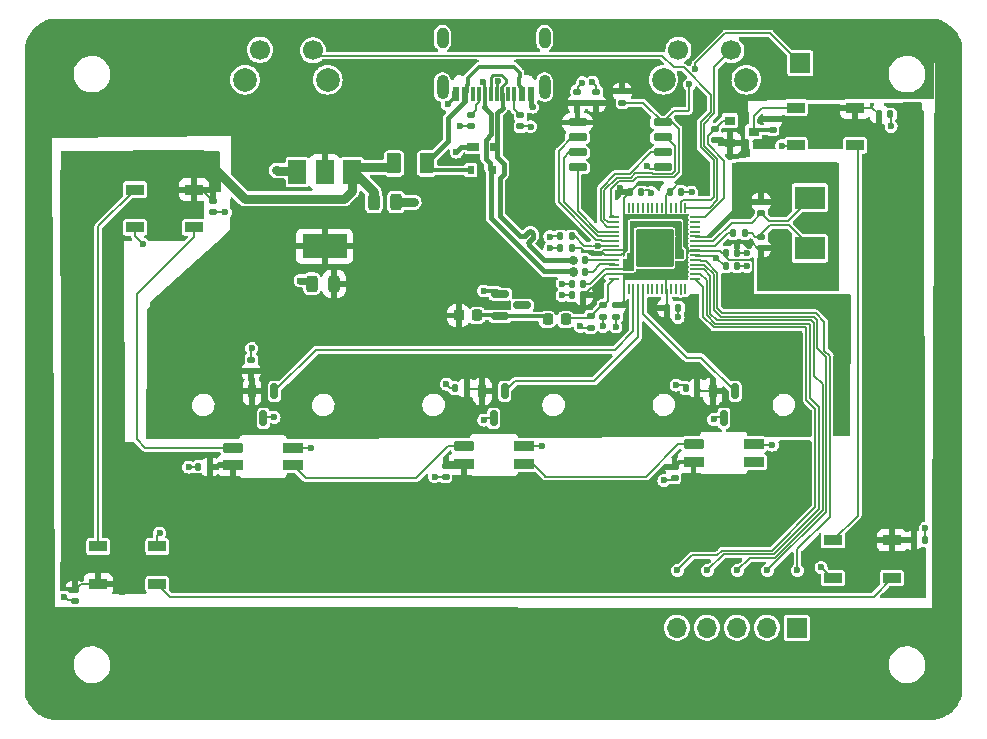
<source format=gbr>
G04 #@! TF.GenerationSoftware,KiCad,Pcbnew,(7.0.0-0)*
G04 #@! TF.CreationDate,2023-03-01T20:47:15-06:00*
G04 #@! TF.ProjectId,RP2040_minimal,52503230-3430-45f6-9d69-6e696d616c2e,REV1*
G04 #@! TF.SameCoordinates,Original*
G04 #@! TF.FileFunction,Copper,L2,Bot*
G04 #@! TF.FilePolarity,Positive*
%FSLAX46Y46*%
G04 Gerber Fmt 4.6, Leading zero omitted, Abs format (unit mm)*
G04 Created by KiCad (PCBNEW (7.0.0-0)) date 2023-03-01 20:47:15*
%MOMM*%
%LPD*%
G01*
G04 APERTURE LIST*
G04 Aperture macros list*
%AMRoundRect*
0 Rectangle with rounded corners*
0 $1 Rounding radius*
0 $2 $3 $4 $5 $6 $7 $8 $9 X,Y pos of 4 corners*
0 Add a 4 corners polygon primitive as box body*
4,1,4,$2,$3,$4,$5,$6,$7,$8,$9,$2,$3,0*
0 Add four circle primitives for the rounded corners*
1,1,$1+$1,$2,$3*
1,1,$1+$1,$4,$5*
1,1,$1+$1,$6,$7*
1,1,$1+$1,$8,$9*
0 Add four rect primitives between the rounded corners*
20,1,$1+$1,$2,$3,$4,$5,0*
20,1,$1+$1,$4,$5,$6,$7,0*
20,1,$1+$1,$6,$7,$8,$9,0*
20,1,$1+$1,$8,$9,$2,$3,0*%
G04 Aperture macros list end*
G04 #@! TA.AperFunction,SMDPad,CuDef*
%ADD10R,1.700000X0.820000*%
G04 #@! TD*
G04 #@! TA.AperFunction,SMDPad,CuDef*
%ADD11RoundRect,0.205000X0.645000X0.205000X-0.645000X0.205000X-0.645000X-0.205000X0.645000X-0.205000X0*%
G04 #@! TD*
G04 #@! TA.AperFunction,ComponentPad*
%ADD12C,1.700000*%
G04 #@! TD*
G04 #@! TA.AperFunction,ComponentPad*
%ADD13C,2.000000*%
G04 #@! TD*
G04 #@! TA.AperFunction,ComponentPad*
%ADD14R,1.700000X1.700000*%
G04 #@! TD*
G04 #@! TA.AperFunction,ComponentPad*
%ADD15O,1.700000X1.700000*%
G04 #@! TD*
G04 #@! TA.AperFunction,SMDPad,CuDef*
%ADD16RoundRect,0.243750X0.243750X0.456250X-0.243750X0.456250X-0.243750X-0.456250X0.243750X-0.456250X0*%
G04 #@! TD*
G04 #@! TA.AperFunction,SMDPad,CuDef*
%ADD17RoundRect,0.147500X0.147500X0.172500X-0.147500X0.172500X-0.147500X-0.172500X0.147500X-0.172500X0*%
G04 #@! TD*
G04 #@! TA.AperFunction,SMDPad,CuDef*
%ADD18RoundRect,0.147500X-0.147500X-0.172500X0.147500X-0.172500X0.147500X0.172500X-0.147500X0.172500X0*%
G04 #@! TD*
G04 #@! TA.AperFunction,SMDPad,CuDef*
%ADD19R,1.500000X2.000000*%
G04 #@! TD*
G04 #@! TA.AperFunction,SMDPad,CuDef*
%ADD20R,3.800000X2.000000*%
G04 #@! TD*
G04 #@! TA.AperFunction,SMDPad,CuDef*
%ADD21RoundRect,0.150000X0.650000X0.150000X-0.650000X0.150000X-0.650000X-0.150000X0.650000X-0.150000X0*%
G04 #@! TD*
G04 #@! TA.AperFunction,SMDPad,CuDef*
%ADD22RoundRect,0.147500X-0.172500X0.147500X-0.172500X-0.147500X0.172500X-0.147500X0.172500X0.147500X0*%
G04 #@! TD*
G04 #@! TA.AperFunction,SMDPad,CuDef*
%ADD23RoundRect,0.243750X-0.243750X-0.456250X0.243750X-0.456250X0.243750X0.456250X-0.243750X0.456250X0*%
G04 #@! TD*
G04 #@! TA.AperFunction,SMDPad,CuDef*
%ADD24RoundRect,0.147500X0.172500X-0.147500X0.172500X0.147500X-0.172500X0.147500X-0.172500X-0.147500X0*%
G04 #@! TD*
G04 #@! TA.AperFunction,SMDPad,CuDef*
%ADD25RoundRect,0.050000X-0.050000X0.387500X-0.050000X-0.387500X0.050000X-0.387500X0.050000X0.387500X0*%
G04 #@! TD*
G04 #@! TA.AperFunction,SMDPad,CuDef*
%ADD26RoundRect,0.050000X-0.387500X0.050000X-0.387500X-0.050000X0.387500X-0.050000X0.387500X0.050000X0*%
G04 #@! TD*
G04 #@! TA.AperFunction,ComponentPad*
%ADD27C,0.600000*%
G04 #@! TD*
G04 #@! TA.AperFunction,SMDPad,CuDef*
%ADD28RoundRect,0.144000X-1.456000X1.456000X-1.456000X-1.456000X1.456000X-1.456000X1.456000X1.456000X0*%
G04 #@! TD*
G04 #@! TA.AperFunction,SMDPad,CuDef*
%ADD29R,2.600000X1.900000*%
G04 #@! TD*
G04 #@! TA.AperFunction,SMDPad,CuDef*
%ADD30RoundRect,0.140000X-0.170000X0.140000X-0.170000X-0.140000X0.170000X-0.140000X0.170000X0.140000X0*%
G04 #@! TD*
G04 #@! TA.AperFunction,SMDPad,CuDef*
%ADD31RoundRect,0.140000X0.140000X0.170000X-0.140000X0.170000X-0.140000X-0.170000X0.140000X-0.170000X0*%
G04 #@! TD*
G04 #@! TA.AperFunction,SMDPad,CuDef*
%ADD32R,1.501140X0.899160*%
G04 #@! TD*
G04 #@! TA.AperFunction,SMDPad,CuDef*
%ADD33RoundRect,0.225000X-0.225000X-0.250000X0.225000X-0.250000X0.225000X0.250000X-0.225000X0.250000X0*%
G04 #@! TD*
G04 #@! TA.AperFunction,SMDPad,CuDef*
%ADD34RoundRect,0.150000X-0.150000X0.512500X-0.150000X-0.512500X0.150000X-0.512500X0.150000X0.512500X0*%
G04 #@! TD*
G04 #@! TA.AperFunction,SMDPad,CuDef*
%ADD35R,0.900000X0.800000*%
G04 #@! TD*
G04 #@! TA.AperFunction,SMDPad,CuDef*
%ADD36R,0.600000X1.150000*%
G04 #@! TD*
G04 #@! TA.AperFunction,SMDPad,CuDef*
%ADD37R,0.300000X1.150000*%
G04 #@! TD*
G04 #@! TA.AperFunction,ComponentPad*
%ADD38O,1.000000X1.800000*%
G04 #@! TD*
G04 #@! TA.AperFunction,ComponentPad*
%ADD39O,1.000000X2.100000*%
G04 #@! TD*
G04 #@! TA.AperFunction,SMDPad,CuDef*
%ADD40R,1.000000X0.700000*%
G04 #@! TD*
G04 #@! TA.AperFunction,SMDPad,CuDef*
%ADD41R,0.600000X0.700000*%
G04 #@! TD*
G04 #@! TA.AperFunction,SMDPad,CuDef*
%ADD42RoundRect,0.150000X-0.587500X-0.150000X0.587500X-0.150000X0.587500X0.150000X-0.587500X0.150000X0*%
G04 #@! TD*
G04 #@! TA.AperFunction,SMDPad,CuDef*
%ADD43RoundRect,0.140000X-0.140000X-0.170000X0.140000X-0.170000X0.140000X0.170000X-0.140000X0.170000X0*%
G04 #@! TD*
G04 #@! TA.AperFunction,SMDPad,CuDef*
%ADD44RoundRect,0.140000X0.170000X-0.140000X0.170000X0.140000X-0.170000X0.140000X-0.170000X-0.140000X0*%
G04 #@! TD*
G04 #@! TA.AperFunction,SMDPad,CuDef*
%ADD45RoundRect,0.250000X0.375000X0.625000X-0.375000X0.625000X-0.375000X-0.625000X0.375000X-0.625000X0*%
G04 #@! TD*
G04 #@! TA.AperFunction,ViaPad*
%ADD46C,0.600000*%
G04 #@! TD*
G04 #@! TA.AperFunction,Conductor*
%ADD47C,0.200000*%
G04 #@! TD*
G04 #@! TA.AperFunction,Conductor*
%ADD48C,0.150000*%
G04 #@! TD*
G04 #@! TA.AperFunction,Conductor*
%ADD49C,0.300000*%
G04 #@! TD*
G04 #@! TA.AperFunction,Conductor*
%ADD50C,0.400000*%
G04 #@! TD*
G04 #@! TA.AperFunction,Conductor*
%ADD51C,0.800000*%
G04 #@! TD*
G04 #@! TA.AperFunction,Conductor*
%ADD52C,0.600000*%
G04 #@! TD*
G04 #@! TA.AperFunction,Conductor*
%ADD53C,0.398780*%
G04 #@! TD*
G04 #@! TA.AperFunction,Conductor*
%ADD54C,0.250000*%
G04 #@! TD*
G04 APERTURE END LIST*
D10*
X102579999Y-134994999D03*
X102579999Y-133494999D03*
D11*
X97480000Y-133495000D03*
D10*
X97479999Y-134994999D03*
D12*
X84708000Y-99990000D03*
X80218000Y-99940000D03*
D13*
X85968000Y-102480000D03*
X78958000Y-102480000D03*
D14*
X125983999Y-101091999D03*
D12*
X120138000Y-99990000D03*
X115648000Y-99940000D03*
D13*
X121398000Y-102480000D03*
X114388000Y-102480000D03*
D14*
X125699999Y-148868999D03*
D15*
X123159999Y-148868999D03*
X120619999Y-148868999D03*
X118079999Y-148868999D03*
X115539999Y-148868999D03*
D16*
X86497500Y-119740000D03*
X84622500Y-119740000D03*
D17*
X107597500Y-120730000D03*
X106627500Y-120730000D03*
X107597500Y-119730000D03*
X106627500Y-119730000D03*
D18*
X114667500Y-121777500D03*
X115637500Y-121777500D03*
D19*
X83389999Y-110279999D03*
X85689999Y-110279999D03*
D20*
X85689999Y-116579999D03*
D19*
X87989999Y-110279999D03*
D21*
X114307500Y-106092500D03*
X114307500Y-107362500D03*
X114307500Y-108632500D03*
X114307500Y-109902500D03*
X107107500Y-109902500D03*
X107107500Y-108632500D03*
X107107500Y-107362500D03*
X107107500Y-106092500D03*
D22*
X122662500Y-115762500D03*
X122662500Y-116732500D03*
D17*
X106597500Y-116730000D03*
X105627500Y-116730000D03*
D18*
X111545000Y-112010000D03*
X112515000Y-112010000D03*
X119662500Y-117143500D03*
X120632500Y-117143500D03*
X106741624Y-117715000D03*
X107711624Y-117715000D03*
X119662500Y-118262500D03*
X120632500Y-118262500D03*
D23*
X89862500Y-112820000D03*
X91737500Y-112820000D03*
D18*
X114895000Y-111980000D03*
X115865000Y-111980000D03*
D24*
X108690000Y-104455000D03*
X108690000Y-103485000D03*
D25*
X111037500Y-113290000D03*
X111437500Y-113290000D03*
X111837500Y-113290000D03*
X112237500Y-113290000D03*
X112637500Y-113290000D03*
X113037500Y-113290000D03*
X113437500Y-113290000D03*
X113837500Y-113290000D03*
X114237500Y-113290000D03*
X114637500Y-113290000D03*
X115037500Y-113290000D03*
X115437500Y-113290000D03*
X115837500Y-113290000D03*
X116237500Y-113290000D03*
D26*
X117075000Y-114127500D03*
X117075000Y-114527500D03*
X117075000Y-114927500D03*
X117075000Y-115327500D03*
X117075000Y-115727500D03*
X117075000Y-116127500D03*
X117075000Y-116527500D03*
X117075000Y-116927500D03*
X117075000Y-117327500D03*
X117075000Y-117727500D03*
X117075000Y-118127500D03*
X117075000Y-118527500D03*
X117075000Y-118927500D03*
X117075000Y-119327500D03*
D25*
X116237500Y-120165000D03*
X115837500Y-120165000D03*
X115437500Y-120165000D03*
X115037500Y-120165000D03*
X114637500Y-120165000D03*
X114237500Y-120165000D03*
X113837500Y-120165000D03*
X113437500Y-120165000D03*
X113037500Y-120165000D03*
X112637500Y-120165000D03*
X112237500Y-120165000D03*
X111837500Y-120165000D03*
X111437500Y-120165000D03*
X111037500Y-120165000D03*
D26*
X110200000Y-119327500D03*
X110200000Y-118927500D03*
X110200000Y-118527500D03*
X110200000Y-118127500D03*
X110200000Y-117727500D03*
X110200000Y-117327500D03*
X110200000Y-116927500D03*
X110200000Y-116527500D03*
X110200000Y-116127500D03*
X110200000Y-115727500D03*
X110200000Y-115327500D03*
X110200000Y-114927500D03*
X110200000Y-114527500D03*
X110200000Y-114127500D03*
D27*
X114912500Y-115452500D03*
X113637500Y-115452500D03*
X112362500Y-115452500D03*
X114912500Y-116727500D03*
X113637500Y-116727500D03*
D28*
X113637500Y-116727500D03*
D27*
X112362500Y-116727500D03*
X114912500Y-118002500D03*
X113637500Y-118002500D03*
X112362500Y-118002500D03*
D24*
X122662500Y-113762500D03*
X122662500Y-112792500D03*
D18*
X106741624Y-118715000D03*
X107711624Y-118715000D03*
D17*
X106597500Y-115730000D03*
X105627500Y-115730000D03*
D24*
X107080000Y-104455000D03*
X107080000Y-103485000D03*
D18*
X120292500Y-115462500D03*
X121262500Y-115462500D03*
D29*
X126778499Y-112453499D03*
X126778499Y-116753499D03*
D30*
X79480000Y-126190000D03*
X79480000Y-127150000D03*
X64580000Y-145640000D03*
X64580000Y-146600000D03*
D10*
X122029999Y-134829999D03*
X122029999Y-133329999D03*
D11*
X116930000Y-133330000D03*
D10*
X116929999Y-134829999D03*
D31*
X75010000Y-135250000D03*
X75970000Y-135250000D03*
D32*
X130589359Y-104829799D03*
X130589359Y-108030199D03*
X125590639Y-108030199D03*
X125590639Y-104829799D03*
X133739359Y-141459799D03*
X133739359Y-144660199D03*
X128740639Y-144660199D03*
X128740639Y-141459799D03*
D33*
X104565000Y-122770000D03*
X106115000Y-122770000D03*
D34*
X118550000Y-128862500D03*
X120450000Y-128862500D03*
X119500000Y-131137500D03*
D35*
X120009999Y-107829999D03*
X120009999Y-105929999D03*
X122009999Y-106879999D03*
D36*
X96799999Y-103679999D03*
X97599999Y-103679999D03*
D37*
X98749999Y-103679999D03*
X99749999Y-103679999D03*
X100249999Y-103679999D03*
X101249999Y-103679999D03*
D36*
X102399999Y-103679999D03*
X103199999Y-103679999D03*
X103199999Y-103679999D03*
X102399999Y-103679999D03*
D37*
X101749999Y-103679999D03*
X100749999Y-103679999D03*
X99249999Y-103679999D03*
X98249999Y-103679999D03*
D36*
X97599999Y-103679999D03*
X96799999Y-103679999D03*
D38*
X95679999Y-98924999D03*
D39*
X95679999Y-103104999D03*
D38*
X104319999Y-98924999D03*
D39*
X104319999Y-103104999D03*
D33*
X97035000Y-122430000D03*
X98585000Y-122430000D03*
D32*
X74639359Y-111769799D03*
X74639359Y-114970199D03*
X69640639Y-114970199D03*
X69640639Y-111769799D03*
D40*
X98284999Y-108139999D03*
D41*
X99984999Y-108139999D03*
X99984999Y-110139999D03*
X98084999Y-110139999D03*
D34*
X99050000Y-128862500D03*
X100950000Y-128862500D03*
X100000000Y-131137500D03*
D42*
X100562500Y-122514000D03*
X100562500Y-120614000D03*
X102437500Y-121564000D03*
D30*
X98080000Y-105430000D03*
X98080000Y-106390000D03*
X123640000Y-105760000D03*
X123640000Y-106720000D03*
D22*
X108210000Y-122485000D03*
X108210000Y-123455000D03*
D34*
X79550000Y-128862500D03*
X81450000Y-128862500D03*
X80500000Y-131137500D03*
D22*
X110360000Y-121575000D03*
X110360000Y-122545000D03*
X109300000Y-121585000D03*
X109300000Y-122555000D03*
D43*
X132644000Y-105410000D03*
X133604000Y-105410000D03*
D30*
X115320000Y-135250000D03*
X115320000Y-136210000D03*
D43*
X135560000Y-141470000D03*
X136520000Y-141470000D03*
D30*
X76280000Y-112710000D03*
X76280000Y-113670000D03*
D43*
X96760000Y-128580000D03*
X97720000Y-128580000D03*
D30*
X102270000Y-105470000D03*
X102270000Y-106430000D03*
D43*
X116280000Y-128580000D03*
X117240000Y-128580000D03*
D30*
X95940000Y-135150000D03*
X95940000Y-136110000D03*
D10*
X77929999Y-135124999D03*
D11*
X77930000Y-133625000D03*
D10*
X83029999Y-133624999D03*
X83029999Y-135124999D03*
D44*
X118710000Y-107610000D03*
X118710000Y-106650000D03*
D32*
X66530639Y-145190199D03*
X66530639Y-141989799D03*
X71529359Y-141989799D03*
X71529359Y-145190199D03*
D30*
X110900000Y-103460000D03*
X110900000Y-104420000D03*
D45*
X94360000Y-109550000D03*
X91560000Y-109550000D03*
D46*
X121762000Y-116318000D03*
X126562500Y-114652500D03*
X124147500Y-115890000D03*
X128370000Y-110430000D03*
X125130000Y-110470000D03*
X125162500Y-119352500D03*
X113370000Y-112040000D03*
X95000000Y-136090000D03*
X77290000Y-113710000D03*
X99170000Y-120350000D03*
X63650000Y-146260000D03*
X112965878Y-109755878D03*
X115620000Y-122590000D03*
X120492000Y-113841500D03*
X109280000Y-123350000D03*
X116760000Y-111990000D03*
X81420000Y-131050000D03*
X123610000Y-133400000D03*
X127734680Y-143764000D03*
X105797500Y-120730000D03*
X99180000Y-131290000D03*
X107520000Y-102730000D03*
X70280000Y-116380000D03*
X122651000Y-117524500D03*
X84545000Y-133655000D03*
X121444490Y-117143494D03*
X96840000Y-108590000D03*
X103130000Y-106450000D03*
X128262500Y-119352500D03*
X115450000Y-128330000D03*
X133654000Y-106405000D03*
X105810000Y-119740000D03*
X74180000Y-135270000D03*
X71730000Y-140840000D03*
X83620000Y-119490000D03*
X95990000Y-128230000D03*
X79520000Y-125210000D03*
X114420000Y-136400000D03*
X104080000Y-133480000D03*
X110350000Y-123400000D03*
X124400000Y-108060000D03*
X93245000Y-112850000D03*
X122662500Y-111936500D03*
X103300000Y-104780000D03*
X118630000Y-131237500D03*
X104780000Y-116730000D03*
X136560000Y-140435000D03*
X97190000Y-106400000D03*
X96105000Y-104565000D03*
X104760000Y-115760000D03*
X121444504Y-118262500D03*
X81620000Y-110150000D03*
X107350000Y-123360000D03*
X124097500Y-113590000D03*
X108350000Y-102670000D03*
X125730000Y-121158000D03*
X110740000Y-111680000D03*
X97200000Y-101210000D03*
X119470000Y-104320000D03*
X125730000Y-124206000D03*
X103200000Y-101190000D03*
X117690000Y-104360000D03*
X109320000Y-110290000D03*
X108837494Y-116527500D03*
X111537500Y-117417500D03*
X118862500Y-117562500D03*
X115747500Y-117365000D03*
X118110000Y-144018000D03*
X115570000Y-144018000D03*
X116586000Y-102870000D03*
X117094000Y-101600000D03*
X99080000Y-102650000D03*
X100355500Y-102615878D03*
X125730000Y-144018000D03*
X123190000Y-144018000D03*
X120650000Y-144018000D03*
D47*
X102270000Y-105470000D02*
X101750000Y-104950000D01*
X101750000Y-104950000D02*
X101750000Y-103680000D01*
D48*
X83030000Y-135125000D02*
X84115000Y-136210000D01*
X84115000Y-136210000D02*
X93430000Y-136210000D01*
X93430000Y-136210000D02*
X96145000Y-133495000D01*
X96145000Y-133495000D02*
X97480000Y-133495000D01*
X104350000Y-136030000D02*
X104390000Y-136070000D01*
X104390000Y-136070000D02*
X112910000Y-136070000D01*
X112910000Y-136070000D02*
X115650000Y-133330000D01*
X115650000Y-133330000D02*
X116930000Y-133330000D01*
X114420000Y-136400000D02*
X115130000Y-136400000D01*
X115130000Y-136400000D02*
X115320000Y-136210000D01*
D49*
X116930000Y-134830000D02*
X115740000Y-134830000D01*
X115740000Y-134830000D02*
X115420000Y-135150000D01*
D47*
X102580000Y-133495000D02*
X104065000Y-133495000D01*
D48*
X104065000Y-133495000D02*
X104080000Y-133480000D01*
X95000000Y-136090000D02*
X95020000Y-136110000D01*
X95020000Y-136110000D02*
X95940000Y-136110000D01*
D47*
X97570000Y-135095000D02*
X95995000Y-135095000D01*
X95995000Y-135095000D02*
X95940000Y-135150000D01*
D48*
X74180000Y-135270000D02*
X74200000Y-135250000D01*
X74200000Y-135250000D02*
X75010000Y-135250000D01*
D47*
X77725000Y-135240000D02*
X75980000Y-135240000D01*
X75980000Y-135240000D02*
X75970000Y-135250000D01*
D49*
X94950000Y-110140000D02*
X98085000Y-110140000D01*
X94360000Y-109550000D02*
X94950000Y-110140000D01*
D50*
X98085000Y-108170000D02*
X97260000Y-108170000D01*
X97260000Y-108170000D02*
X96840000Y-108590000D01*
D48*
X118317000Y-115762500D02*
X120238000Y-113841500D01*
X124409600Y-108050400D02*
X125830000Y-108050400D01*
D51*
X81620000Y-110150000D02*
X81745000Y-110170000D01*
D48*
X133654000Y-106405000D02*
X133654000Y-105435000D01*
D47*
X118832500Y-131035000D02*
X118630000Y-131237500D01*
X110360000Y-123390000D02*
X110360000Y-122545000D01*
X112965878Y-109755878D02*
X113210000Y-110000000D01*
D48*
X117100000Y-115762500D02*
X118317000Y-115762500D01*
X122662500Y-116732500D02*
X122342500Y-116732500D01*
D47*
X79490000Y-125240000D02*
X79490000Y-126237500D01*
D48*
X107350000Y-123360000D02*
X107445000Y-123455000D01*
X107520000Y-102730000D02*
X107147500Y-103102500D01*
X97200000Y-106390000D02*
X97190000Y-106400000D01*
X99332500Y-131137500D02*
X99180000Y-131290000D01*
X103110000Y-106430000D02*
X103130000Y-106450000D01*
D47*
X102270000Y-106430000D02*
X103110000Y-106430000D01*
D48*
X69640640Y-114970200D02*
X69640640Y-115700640D01*
D47*
X98080000Y-106390000D02*
X97200000Y-106390000D01*
X105820000Y-119730000D02*
X106627500Y-119730000D01*
D48*
X107147500Y-103102500D02*
X107147500Y-103552500D01*
D47*
X115450000Y-128330000D02*
X116030000Y-128330000D01*
D48*
X128705320Y-144734680D02*
X127734680Y-143764040D01*
X95985000Y-134995000D02*
X95940000Y-135040000D01*
X115620000Y-122590000D02*
X115637500Y-122572500D01*
D47*
X104780000Y-116730000D02*
X105587500Y-116730000D01*
D48*
X71529360Y-141989800D02*
X71529360Y-141040640D01*
X115187500Y-115727500D02*
X114912500Y-115452500D01*
X70320000Y-116380000D02*
X70270000Y-116330000D01*
X83115000Y-133670000D02*
X84530000Y-133670000D01*
X70280000Y-116380000D02*
X70320000Y-116380000D01*
X76320000Y-113710000D02*
X76280000Y-113670000D01*
X115637500Y-122572500D02*
X115637500Y-121777500D01*
X81420000Y-131050000D02*
X80495000Y-131050000D01*
D51*
X81725000Y-110170000D02*
X81705000Y-110170000D01*
D47*
X120632500Y-117143500D02*
X121444484Y-117143500D01*
X63650000Y-146260000D02*
X63930000Y-146540000D01*
X122220000Y-133400000D02*
X123610000Y-133400000D01*
X106627500Y-120730000D02*
X105797500Y-120730000D01*
D48*
X122342500Y-116732500D02*
X121928000Y-116318000D01*
X122662500Y-117513000D02*
X122651000Y-117524500D01*
D47*
X107445000Y-123455000D02*
X108320000Y-123455000D01*
D48*
X113370000Y-112040000D02*
X113170000Y-111840000D01*
D47*
X121444484Y-117143500D02*
X121444490Y-117143494D01*
D48*
X122662500Y-116732500D02*
X122662500Y-117513000D01*
D49*
X96105000Y-104565000D02*
X96680000Y-103990000D01*
D47*
X119480000Y-131035000D02*
X118832500Y-131035000D01*
X96340000Y-128580000D02*
X96760000Y-128580000D01*
D48*
X71529360Y-141040640D02*
X71730000Y-140840000D01*
D47*
X108350000Y-102670000D02*
X108690000Y-103010000D01*
X115947500Y-111990000D02*
X115722500Y-111765000D01*
X122662500Y-112792500D02*
X122662500Y-111936500D01*
X105742500Y-115740000D02*
X104780000Y-115740000D01*
D48*
X127734680Y-143764040D02*
X127734680Y-143764000D01*
D47*
X120632500Y-118262500D02*
X121444504Y-118262500D01*
D48*
X100000000Y-131137500D02*
X99332500Y-131137500D01*
D49*
X99170000Y-120350000D02*
X100326000Y-120350000D01*
D47*
X63930000Y-146540000D02*
X64457500Y-146540000D01*
D51*
X91955000Y-112850000D02*
X93245000Y-112850000D01*
D52*
X83620000Y-119490000D02*
X83630000Y-119500000D01*
D49*
X100326000Y-120350000D02*
X100490000Y-120514000D01*
D48*
X113170000Y-111840000D02*
X112815000Y-111840000D01*
X80495000Y-131050000D02*
X80480000Y-131035000D01*
D52*
X83630000Y-119500000D02*
X84777500Y-119500000D01*
D48*
X70280000Y-116340000D02*
X70280000Y-116380000D01*
X124400000Y-108060000D02*
X124409600Y-108050400D01*
D47*
X95990000Y-128230000D02*
X96340000Y-128580000D01*
X116760000Y-111990000D02*
X115947500Y-111990000D01*
X108690000Y-103010000D02*
X108690000Y-103485000D01*
D50*
X103200000Y-103680000D02*
X103200000Y-104680000D01*
D48*
X136560000Y-140435000D02*
X136560000Y-141405000D01*
D47*
X109300000Y-122555000D02*
X109280000Y-123350000D01*
D49*
X96680000Y-103990000D02*
X96680000Y-103552500D01*
D47*
X113210000Y-110000000D02*
X113925000Y-110000000D01*
D48*
X77290000Y-113710000D02*
X76320000Y-113710000D01*
D47*
X105810000Y-119740000D02*
X105820000Y-119730000D01*
D48*
X116030000Y-128330000D02*
X116280000Y-128580000D01*
X69640640Y-115700640D02*
X70280000Y-116340000D01*
D47*
X104780000Y-115740000D02*
X104760000Y-115760000D01*
D51*
X81705000Y-110170000D02*
X81620000Y-110150000D01*
D48*
X121928000Y-116318000D02*
X121762000Y-116318000D01*
D51*
X81745000Y-110170000D02*
X83015000Y-110170000D01*
D48*
X120238000Y-113841500D02*
X120492000Y-113841500D01*
D49*
X101713750Y-101380000D02*
X102200000Y-101866250D01*
D51*
X94380000Y-109470000D02*
X94380000Y-109410000D01*
D49*
X97785000Y-103495000D02*
X97785000Y-102955305D01*
D53*
X97600000Y-103680000D02*
X97600000Y-104310000D01*
X96160000Y-107690000D02*
X94380000Y-109470000D01*
D49*
X102165000Y-102956250D02*
X102435000Y-103226250D01*
X102200000Y-102269695D02*
X102165000Y-102304695D01*
D53*
X96160000Y-105750000D02*
X96160000Y-107690000D01*
D48*
X102435000Y-103226250D02*
X102435000Y-103636250D01*
D53*
X97600000Y-104310000D02*
X96160000Y-105750000D01*
D49*
X97835000Y-102905305D02*
X97835000Y-102335000D01*
X102200000Y-101866250D02*
X102200000Y-102269695D01*
X97835000Y-102335000D02*
X98790000Y-101380000D01*
X98790000Y-101380000D02*
X101713750Y-101380000D01*
X102165000Y-102304695D02*
X102165000Y-102956250D01*
X97785000Y-102955305D02*
X97835000Y-102905305D01*
D47*
X97785000Y-103495000D02*
X97600000Y-103680000D01*
D48*
X117100000Y-116162500D02*
X118600361Y-116162500D01*
X120200361Y-114562500D02*
X121862500Y-114562500D01*
X118600361Y-116162500D02*
X120200361Y-114562500D01*
X122662500Y-113762500D02*
X123313000Y-114413000D01*
X126778500Y-112588963D02*
X126778500Y-112453500D01*
X121862500Y-114562500D02*
X122662500Y-113762500D01*
X123313000Y-114413000D02*
X124954463Y-114413000D01*
X124954463Y-114413000D02*
X126778500Y-112588963D01*
X118762500Y-116562500D02*
X119862500Y-115462500D01*
X117100000Y-116562500D02*
X118762500Y-116562500D01*
X119862500Y-115462500D02*
X120292500Y-115462500D01*
D47*
X108290000Y-122485000D02*
X108210000Y-122485000D01*
D48*
X98767500Y-128580000D02*
X99050000Y-128862500D01*
X107080000Y-104455000D02*
X107082500Y-104457500D01*
D47*
X111037500Y-120165000D02*
X111037500Y-121192500D01*
X110655000Y-121575000D02*
X110360000Y-121575000D01*
X108035000Y-122660000D02*
X108210000Y-122485000D01*
D48*
X118267500Y-128580000D02*
X118550000Y-128862500D01*
D47*
X110160000Y-116930000D02*
X110997500Y-116930000D01*
D48*
X111037500Y-112517500D02*
X111545000Y-112010000D01*
X121969504Y-117859004D02*
X121969504Y-118880496D01*
D47*
X108115000Y-122580000D02*
X108210000Y-122485000D01*
D48*
X114895000Y-111945000D02*
X115930000Y-110910000D01*
X118710000Y-107610000D02*
X119790000Y-107610000D01*
X114667500Y-121777500D02*
X114667500Y-120195000D01*
D47*
X109492474Y-118930000D02*
X110990000Y-118930000D01*
X107597500Y-120730000D02*
X108247500Y-120080000D01*
D48*
X119914000Y-117715000D02*
X121825500Y-117715000D01*
D47*
X110990000Y-118930000D02*
X111037500Y-118977500D01*
X110160000Y-117330000D02*
X110797500Y-117330000D01*
D48*
X119790000Y-107610000D02*
X120010000Y-107830000D01*
D47*
X117522500Y-128862500D02*
X117240000Y-128580000D01*
D48*
X121825500Y-117715000D02*
X121969504Y-117859004D01*
X121969504Y-118880496D02*
X121850000Y-119000000D01*
D47*
X109297500Y-116930000D02*
X110160000Y-116930000D01*
D48*
X119662500Y-117463500D02*
X119914000Y-117715000D01*
D47*
X119168000Y-116962500D02*
X119349000Y-117143500D01*
D48*
X114895000Y-111980000D02*
X114637500Y-112237500D01*
X111037500Y-113955000D02*
X111047500Y-113965000D01*
X114667500Y-120195000D02*
X114637500Y-120165000D01*
D47*
X107107500Y-106092500D02*
X107107500Y-104482500D01*
X79550000Y-128862500D02*
X79550000Y-127220000D01*
D48*
X114752500Y-111765000D02*
X114895000Y-111907500D01*
X79550000Y-127220000D02*
X79480000Y-127150000D01*
D47*
X109190000Y-121585000D02*
X108290000Y-122485000D01*
X109660000Y-121225000D02*
X109660000Y-119867500D01*
D48*
X111545000Y-112010000D02*
X112340000Y-111215000D01*
X114637500Y-112237500D02*
X114637500Y-113290000D01*
D47*
X106225000Y-122660000D02*
X108035000Y-122660000D01*
D48*
X111037500Y-113290000D02*
X111037500Y-112517500D01*
D47*
X108342475Y-120080000D02*
X109492474Y-118930000D01*
D48*
X114637500Y-120165000D02*
X114637500Y-119180000D01*
D47*
X111037500Y-121192500D02*
X110655000Y-121575000D01*
X118550000Y-128862500D02*
X117522500Y-128862500D01*
X110160000Y-117330000D02*
X109397498Y-117330000D01*
X109147499Y-117080001D02*
X109297500Y-116930000D01*
X119349000Y-117143500D02*
X119662500Y-117143500D01*
D48*
X109520000Y-121455000D02*
X109410000Y-121455000D01*
X114895000Y-111980000D02*
X114895000Y-111945000D01*
D47*
X108247500Y-120080000D02*
X108342475Y-120080000D01*
D48*
X114637500Y-114030000D02*
X114647500Y-114040000D01*
D47*
X109660000Y-119867500D02*
X110200000Y-119327500D01*
D48*
X111545000Y-112010000D02*
X111070000Y-112010000D01*
D47*
X106115000Y-122770000D02*
X106225000Y-122660000D01*
X106597500Y-116730000D02*
X107360034Y-116730000D01*
X111037500Y-118977500D02*
X111037500Y-120165000D01*
D48*
X112340000Y-111215000D02*
X112340000Y-111210000D01*
X107082500Y-104457500D02*
X107082500Y-105087500D01*
X114895000Y-111907500D02*
X114895000Y-111980000D01*
D47*
X107710035Y-117080001D02*
X109147499Y-117080001D01*
D48*
X111070000Y-112010000D02*
X110740000Y-111680000D01*
D47*
X98813750Y-128680000D02*
X97786250Y-128680000D01*
X117100000Y-116962500D02*
X116462500Y-116962500D01*
X107107500Y-104482500D02*
X107080000Y-104455000D01*
X117100000Y-116962500D02*
X119168000Y-116962500D01*
D48*
X114637500Y-119180000D02*
X114622500Y-119165000D01*
D47*
X109397498Y-117330000D02*
X109147499Y-117080001D01*
X110797500Y-117330000D02*
X110997500Y-117130000D01*
X109300000Y-121585000D02*
X109660000Y-121225000D01*
D48*
X119662500Y-117143500D02*
X119662500Y-117463500D01*
X114637500Y-113290000D02*
X114637500Y-114030000D01*
D47*
X107360034Y-116730000D02*
X107710035Y-117080001D01*
D48*
X114697500Y-120225000D02*
X114637500Y-120165000D01*
X111037500Y-113290000D02*
X111037500Y-113955000D01*
D47*
X110200000Y-116527500D02*
X108837494Y-116527500D01*
D48*
X111537500Y-117417500D02*
X111537500Y-117227500D01*
D47*
X107692500Y-116530000D02*
X108373230Y-116530000D01*
X109397500Y-118530000D02*
X108197500Y-119730000D01*
X108413230Y-116527500D02*
X108837494Y-116527500D01*
X110160000Y-118530000D02*
X109397500Y-118530000D01*
X119562500Y-118262500D02*
X119662500Y-118262500D01*
X108197500Y-119730000D02*
X107597500Y-119730000D01*
X110160000Y-118530000D02*
X110997500Y-118530000D01*
X118862500Y-117562500D02*
X119562500Y-118262500D01*
X118862500Y-117562500D02*
X118662500Y-117362500D01*
X118662500Y-117362500D02*
X117100000Y-117362500D01*
X106892500Y-115730000D02*
X107692500Y-116530000D01*
X106597500Y-115730000D02*
X106892500Y-115730000D01*
D48*
X127554000Y-138805472D02*
X123716472Y-142643000D01*
X119485000Y-142643000D02*
X118110000Y-144018000D01*
X118784000Y-123144000D02*
X126746000Y-123144000D01*
X126792000Y-129437000D02*
X127554000Y-130199000D01*
X118040000Y-122400000D02*
X118784000Y-123144000D01*
X118040000Y-119466091D02*
X118040000Y-122400000D01*
X117075000Y-118927500D02*
X117501409Y-118927500D01*
X126792000Y-127208000D02*
X126792000Y-129437000D01*
X127554000Y-130199000D02*
X127554000Y-138805472D01*
X117501409Y-118927500D02*
X118040000Y-119466091D01*
X126792000Y-127208000D02*
X126792000Y-127212000D01*
X126792000Y-123190000D02*
X126792000Y-127208000D01*
X126746000Y-123144000D02*
X126792000Y-123190000D01*
X123716472Y-142643000D02*
X119485000Y-142643000D01*
X116840000Y-142748000D02*
X115570000Y-144018000D01*
X127254000Y-130323264D02*
X127254000Y-138681208D01*
X123592208Y-142343000D02*
X119360736Y-142343000D01*
X118955736Y-142748000D02*
X116840000Y-142748000D01*
X119360736Y-142343000D02*
X118955736Y-142748000D01*
X126492000Y-123444000D02*
X126492000Y-129561264D01*
X126492000Y-129561264D02*
X127254000Y-130323264D01*
X127254000Y-138681208D02*
X123592208Y-142343000D01*
X117740000Y-122524264D02*
X118659736Y-123444000D01*
X117075000Y-119327500D02*
X117740000Y-119992500D01*
X118659736Y-123444000D02*
X126492000Y-123444000D01*
X117740000Y-119992500D02*
X117740000Y-122524264D01*
X115122500Y-106092500D02*
X114307500Y-106092500D01*
X113377906Y-110727500D02*
X115237094Y-110727500D01*
X115260000Y-105140000D02*
X116450000Y-105140000D01*
X110627537Y-111050000D02*
X111778528Y-111050000D01*
X109980000Y-113907500D02*
X109980000Y-111697537D01*
X110200000Y-114127500D02*
X109980000Y-113907500D01*
X109980000Y-111697537D02*
X110627537Y-111050000D01*
X115237094Y-110727500D02*
X115660000Y-110304594D01*
X113340406Y-110690000D02*
X113377906Y-110727500D01*
X117094000Y-101600000D02*
X117094000Y-101092000D01*
X112138528Y-110690000D02*
X113340406Y-110690000D01*
X115660000Y-106630000D02*
X115122500Y-106092500D01*
X125984000Y-101092000D02*
X126746000Y-101092000D01*
X114307500Y-106092500D02*
X115260000Y-105140000D01*
X116586000Y-105004000D02*
X116586000Y-102870000D01*
X116450000Y-105140000D02*
X116586000Y-105004000D01*
X112635000Y-104420000D02*
X110900000Y-104420000D01*
X123444000Y-98552000D02*
X125984000Y-101092000D01*
X111778528Y-111050000D02*
X112138528Y-110690000D01*
X115660000Y-110304594D02*
X115660000Y-106630000D01*
X117094000Y-101092000D02*
X119634000Y-98552000D01*
X114307500Y-106092500D02*
X112635000Y-104420000D01*
X119634000Y-98552000D02*
X123444000Y-98552000D01*
X108702500Y-116002500D02*
X105560000Y-112860000D01*
X110200000Y-116127500D02*
X109179957Y-116127500D01*
X109179957Y-116127500D02*
X109054957Y-116002500D01*
X105560000Y-112860000D02*
X105560000Y-108470000D01*
X106667500Y-107362500D02*
X107107500Y-107362500D01*
X105560000Y-108470000D02*
X106667500Y-107362500D01*
X109054957Y-116002500D02*
X108702500Y-116002500D01*
X106387500Y-108632500D02*
X107107500Y-108632500D01*
X105960000Y-112835736D02*
X105960000Y-109060000D01*
X109204221Y-115727500D02*
X109179221Y-115702500D01*
X108826764Y-115702500D02*
X105960000Y-112835736D01*
X110200000Y-115727500D02*
X109204221Y-115727500D01*
X105960000Y-109060000D02*
X106387500Y-108632500D01*
X109179221Y-115702500D02*
X108826764Y-115702500D01*
X110200000Y-115327500D02*
X108877500Y-115327500D01*
X108877500Y-115327500D02*
X107107500Y-113557500D01*
X107107500Y-113557500D02*
X107107500Y-109902500D01*
X111530000Y-110450000D02*
X113347500Y-108632500D01*
X109080000Y-111681142D02*
X110311142Y-110450000D01*
X113347500Y-108632500D02*
X114307500Y-108632500D01*
X109623236Y-114927500D02*
X109080000Y-114384264D01*
X109080000Y-114384264D02*
X109080000Y-111681142D01*
X110200000Y-114927500D02*
X109623236Y-114927500D01*
X110311142Y-110450000D02*
X111530000Y-110450000D01*
X114632500Y-107362500D02*
X114307500Y-107362500D01*
X110435406Y-110750000D02*
X111654264Y-110750000D01*
X110200000Y-114527500D02*
X109647500Y-114527500D01*
X115360000Y-110180330D02*
X115360000Y-108090000D01*
X112014264Y-110390000D02*
X113464670Y-110390000D01*
X109647500Y-114527500D02*
X109380000Y-114260000D01*
X113464670Y-110390000D02*
X113502170Y-110427500D01*
X109380000Y-114260000D02*
X109380000Y-111805406D01*
X109380000Y-111805406D02*
X110435406Y-110750000D01*
X111654264Y-110750000D02*
X112014264Y-110390000D01*
X115360000Y-108090000D02*
X114632500Y-107362500D01*
X113502170Y-110427500D02*
X115112830Y-110427500D01*
X115112830Y-110427500D02*
X115360000Y-110180330D01*
D50*
X104240000Y-117730000D02*
X103048527Y-116538527D01*
D54*
X100750000Y-103034551D02*
X100750000Y-103680000D01*
D50*
X100530000Y-110750000D02*
X100860000Y-110420000D01*
X106706624Y-117730000D02*
X104240000Y-117730000D01*
X103048527Y-116114263D02*
X103331371Y-115831422D01*
X100860000Y-109565000D02*
X100325000Y-109030000D01*
X106716624Y-117740000D02*
X106706624Y-117730000D01*
X100325000Y-105295000D02*
X100770000Y-104850000D01*
D54*
X99755000Y-102205000D02*
X99920000Y-102040000D01*
D50*
X102907107Y-115407158D02*
X102624265Y-115689999D01*
D54*
X101010000Y-102774551D02*
X100750000Y-103034551D01*
X99755000Y-103606250D02*
X99755000Y-102205000D01*
D50*
X100530000Y-114020000D02*
X100530000Y-110750000D01*
X100770000Y-104850000D02*
X100755000Y-104835000D01*
D49*
X100755000Y-104835000D02*
X100755000Y-103680000D01*
D54*
X101010000Y-102400000D02*
X101010000Y-102774551D01*
D50*
X100860000Y-110420000D02*
X100860000Y-109565000D01*
X100325000Y-109030000D02*
X100325000Y-105295000D01*
X102200000Y-115690000D02*
X100530000Y-114020000D01*
X103331371Y-115831422D02*
X103331370Y-115831423D01*
D54*
X99920000Y-102040000D02*
X100650000Y-102040000D01*
D51*
X106741624Y-117715000D02*
X106716624Y-117740000D01*
D54*
X100650000Y-102040000D02*
X101010000Y-102400000D01*
D50*
X103048532Y-116114268D02*
G75*
G03*
X103048527Y-116538527I212168J-212132D01*
G01*
X102199969Y-115690031D02*
G75*
G03*
X102624264Y-115689998I212131J212131D01*
G01*
X103331370Y-115407159D02*
G75*
G03*
X102907108Y-115407159I-212131J-212131D01*
G01*
X103331380Y-115831433D02*
G75*
G03*
X103331371Y-115407158I-212180J212133D01*
G01*
D47*
X99230000Y-103691250D02*
X99285000Y-103636250D01*
D54*
X99080000Y-102650000D02*
X99220000Y-102790000D01*
D48*
X100280000Y-103631250D02*
X100285000Y-103636250D01*
D50*
X99775000Y-105340000D02*
X99220000Y-104785000D01*
D48*
X99220000Y-103571250D02*
X99285000Y-103636250D01*
D51*
X106741624Y-118715000D02*
X106716624Y-118690000D01*
D50*
X99670000Y-109480000D02*
X99335000Y-109145000D01*
X106709124Y-118697500D02*
X104292500Y-118697500D01*
D49*
X99250000Y-104755000D02*
X99250000Y-103680000D01*
D50*
X106716624Y-118690000D02*
X106709124Y-118697500D01*
X99335000Y-109145000D02*
X99335000Y-107540000D01*
D54*
X100355500Y-102615878D02*
X100280000Y-102691378D01*
D50*
X99220000Y-104785000D02*
X99250000Y-104755000D01*
X99335000Y-107540000D02*
X99775000Y-107100000D01*
X99775000Y-110130000D02*
X99670000Y-110025000D01*
D54*
X100280000Y-102691378D02*
X100280000Y-103631250D01*
D50*
X104292500Y-118697500D02*
X104290000Y-118700000D01*
X99775000Y-114185000D02*
X99775000Y-110130000D01*
X99670000Y-110025000D02*
X99670000Y-109480000D01*
X104290000Y-118700000D02*
X99775000Y-114185000D01*
D54*
X99220000Y-102790000D02*
X99220000Y-103571250D01*
D50*
X99775000Y-107100000D02*
X99775000Y-105340000D01*
D48*
X115837500Y-120591409D02*
X115837500Y-120165000D01*
X122662500Y-115565000D02*
X123433500Y-114794000D01*
X121262500Y-115462500D02*
X121862500Y-115462500D01*
X121862500Y-115462500D02*
X122162500Y-115762500D01*
X125046463Y-114794000D02*
X126778500Y-116526037D01*
X126778500Y-116526037D02*
X126778500Y-116753500D01*
X122162500Y-115762500D02*
X122662500Y-115762500D01*
X122662500Y-115762500D02*
X122662500Y-115565000D01*
X123433500Y-114794000D02*
X125046463Y-114794000D01*
X126130990Y-104850000D02*
X125610840Y-104850000D01*
X122754200Y-104829800D02*
X122010000Y-105574000D01*
X125590640Y-104829800D02*
X122754200Y-104829800D01*
X123640000Y-106720000D02*
X123390000Y-106720000D01*
D49*
X122010000Y-106880000D02*
X122170000Y-106720000D01*
X122170000Y-106720000D02*
X123690000Y-106720000D01*
X123690000Y-106720000D02*
X123710000Y-106740000D01*
D48*
X125610840Y-104850000D02*
X125590640Y-104829800D01*
X122010000Y-105574000D02*
X122010000Y-106880000D01*
X115420000Y-135150000D02*
X115180000Y-135390000D01*
D51*
X88010000Y-109880000D02*
X89910000Y-109880000D01*
D47*
X75339800Y-111769800D02*
X74639360Y-111769800D01*
X132644000Y-105410000D02*
X132063800Y-104829800D01*
D48*
X135549800Y-141459800D02*
X135560000Y-141470000D01*
D51*
X91230000Y-109880000D02*
X91560000Y-109550000D01*
D47*
X76280000Y-112710000D02*
X75339800Y-111769800D01*
D51*
X89910000Y-109880000D02*
X91230000Y-109880000D01*
X76370000Y-109970000D02*
X78950000Y-112550000D01*
D47*
X65029800Y-145190200D02*
X66530640Y-145190200D01*
D48*
X133739360Y-141459800D02*
X133739360Y-141390640D01*
D47*
X133739360Y-141459800D02*
X135549800Y-141459800D01*
D51*
X87360000Y-112550000D02*
X87990000Y-111920000D01*
X89862500Y-111992500D02*
X89862500Y-112820000D01*
X78950000Y-112550000D02*
X87360000Y-112550000D01*
D48*
X90890000Y-109600000D02*
X90940000Y-109550000D01*
D47*
X132063800Y-104829800D02*
X130589360Y-104829800D01*
X83030000Y-133625000D02*
X83085000Y-133680000D01*
D51*
X87990000Y-111920000D02*
X87990000Y-110280000D01*
X88192500Y-110322500D02*
X89862500Y-111992500D01*
D48*
X90940000Y-109550000D02*
X91560000Y-109550000D01*
D47*
X64580000Y-145640000D02*
X65029800Y-145190200D01*
D49*
X104309000Y-122514000D02*
X104565000Y-122770000D01*
D47*
X98890000Y-122419000D02*
X98879000Y-122430000D01*
X98879000Y-122430000D02*
X98585000Y-122430000D01*
D49*
X98606000Y-122409000D02*
X100457500Y-122409000D01*
D47*
X100457500Y-122409000D02*
X100562500Y-122514000D01*
D49*
X98585000Y-122430000D02*
X98606000Y-122409000D01*
X100562500Y-122514000D02*
X104309000Y-122514000D01*
D48*
X119366264Y-122244000D02*
X127274000Y-122244000D01*
X117951028Y-117827500D02*
X118940000Y-118816472D01*
X117501409Y-117727500D02*
X117601409Y-117827500D01*
X128016000Y-122986000D02*
X128016000Y-125401736D01*
X128454000Y-139516000D02*
X125730000Y-142240000D01*
X127274000Y-122244000D02*
X128016000Y-122986000D01*
X128016000Y-125401736D02*
X128454000Y-125839736D01*
X118940000Y-118816472D02*
X118940000Y-121817736D01*
X128454000Y-125839736D02*
X128454000Y-139516000D01*
X117601409Y-117827500D02*
X117951028Y-117827500D01*
X117075000Y-117727500D02*
X117501409Y-117727500D01*
X125730000Y-142240000D02*
X125730000Y-144018000D01*
X118940000Y-121817736D02*
X119366264Y-122244000D01*
X117826764Y-118127500D02*
X118640000Y-118940736D01*
X127400000Y-125210000D02*
X128154000Y-125964000D01*
X127400000Y-122794264D02*
X127400000Y-125210000D01*
X117075000Y-118127500D02*
X117826764Y-118127500D01*
X118640000Y-121942000D02*
X119242000Y-122544000D01*
X119242000Y-122544000D02*
X127149736Y-122544000D01*
X127149736Y-122544000D02*
X127400000Y-122794264D01*
X128154000Y-125964000D02*
X128154000Y-139054000D01*
X128154000Y-139054000D02*
X123190000Y-144018000D01*
X118640000Y-118940736D02*
X118640000Y-121942000D01*
X117802500Y-118527500D02*
X118340000Y-119065000D01*
X118908264Y-122844000D02*
X126870264Y-122844000D01*
X118340000Y-122275736D02*
X118908264Y-122844000D01*
X118340000Y-119065000D02*
X118340000Y-122275736D01*
X127100000Y-123073736D02*
X127100000Y-127520000D01*
X127100000Y-127520000D02*
X127854000Y-128274000D01*
X126870264Y-122844000D02*
X127100000Y-123073736D01*
X123840736Y-142943000D02*
X121725000Y-142943000D01*
X121725000Y-142943000D02*
X120650000Y-144018000D01*
X127854000Y-128274000D02*
X127854000Y-138929736D01*
X117075000Y-118527500D02*
X117802500Y-118527500D01*
X127854000Y-138929736D02*
X123840736Y-142943000D01*
X117876764Y-114127500D02*
X117075000Y-114127500D01*
X119430000Y-105930000D02*
X118710000Y-106650000D01*
X118130000Y-107941472D02*
X119500000Y-109311472D01*
X120010000Y-105930000D02*
X119430000Y-105930000D01*
X118130000Y-107230000D02*
X118130000Y-107941472D01*
X119500000Y-109311472D02*
X119500000Y-112504264D01*
X119500000Y-112504264D02*
X117876764Y-114127500D01*
X118710000Y-106650000D02*
X118130000Y-107230000D01*
D47*
X110274124Y-117715000D02*
X107711624Y-117715000D01*
X109011624Y-118115000D02*
X108411624Y-118715000D01*
X108411624Y-118715000D02*
X107711624Y-118715000D01*
X110274124Y-118115000D02*
X109011624Y-118115000D01*
X116348000Y-126000000D02*
X117587500Y-126000000D01*
X117587500Y-126000000D02*
X120450000Y-128862500D01*
X112637500Y-122289500D02*
X116348000Y-126000000D01*
X112627500Y-120175000D02*
X112637500Y-120165000D01*
X112637500Y-120165000D02*
X112637500Y-122289500D01*
X108474000Y-128000000D02*
X112237500Y-124236500D01*
X112237500Y-124236500D02*
X112237500Y-120165000D01*
X101812500Y-128000000D02*
X108474000Y-128000000D01*
X100950000Y-128862500D02*
X101812500Y-128000000D01*
X84942500Y-125370000D02*
X110250000Y-125370000D01*
X111837500Y-123782500D02*
X111837500Y-120165000D01*
X110250000Y-125370000D02*
X111837500Y-123782500D01*
X81450000Y-128862500D02*
X84942500Y-125370000D01*
D48*
X84708000Y-99990000D02*
X84908000Y-100190000D01*
X118400000Y-105205736D02*
X117530000Y-106075736D01*
X115290000Y-101430000D02*
X116100000Y-101430000D01*
X118650000Y-109310000D02*
X118650000Y-112420000D01*
X118650000Y-112420000D02*
X118442500Y-112627500D01*
X116100000Y-101430000D02*
X118400000Y-103730000D01*
X118400000Y-103730000D02*
X118400000Y-105205736D01*
X117530000Y-106075736D02*
X117530000Y-108190000D01*
X85143000Y-100425000D02*
X114285000Y-100425000D01*
X115837500Y-112863591D02*
X115837500Y-113290000D01*
X114285000Y-100425000D02*
X115290000Y-101430000D01*
X84708000Y-99990000D02*
X85143000Y-100425000D01*
X118442500Y-112627500D02*
X116073591Y-112627500D01*
X117530000Y-108190000D02*
X118650000Y-109310000D01*
X116073591Y-112627500D02*
X115837500Y-112863591D01*
X118950000Y-109185736D02*
X118950000Y-112630000D01*
X120138000Y-99990000D02*
X118700000Y-101428000D01*
X118290000Y-113290000D02*
X116237500Y-113290000D01*
X117830000Y-106200000D02*
X117830000Y-108065736D01*
X118950000Y-112630000D02*
X118290000Y-113290000D01*
X117830000Y-108065736D02*
X118950000Y-109185736D01*
X118700000Y-105330000D02*
X117830000Y-106200000D01*
X118700000Y-101428000D02*
X118700000Y-105330000D01*
X104350000Y-136030000D02*
X104300000Y-135980000D01*
X102580000Y-134995000D02*
X103315000Y-134995000D01*
X103315000Y-134995000D02*
X104320000Y-136000000D01*
X69770000Y-132900000D02*
X70495000Y-133625000D01*
X74639360Y-115780640D02*
X69770000Y-120650000D01*
X69770000Y-120650000D02*
X69770000Y-132900000D01*
X74639360Y-114970200D02*
X74639360Y-115780640D01*
X70495000Y-133625000D02*
X77930000Y-133625000D01*
X66530640Y-141989800D02*
X66530640Y-114879800D01*
X66530640Y-114879800D02*
X69640640Y-111769800D01*
X132169240Y-146230320D02*
X133739360Y-144660200D01*
X71529360Y-145190200D02*
X72569480Y-146230320D01*
X72569480Y-146230320D02*
X132169240Y-146230320D01*
X130828720Y-139371720D02*
X128740640Y-141459800D01*
X130828720Y-108050400D02*
X130828720Y-139371720D01*
X102280000Y-105460000D02*
X102270000Y-105470000D01*
D47*
X98510000Y-104590000D02*
X98510000Y-105000000D01*
X98750000Y-103680000D02*
X98750000Y-104350000D01*
X98750000Y-104350000D02*
X98510000Y-104590000D01*
X98510000Y-105000000D02*
X98080000Y-105430000D01*
G04 #@! TA.AperFunction,Conductor*
G36*
X64181561Y-147076955D02*
G01*
X64237683Y-147090468D01*
X64257098Y-147100360D01*
X64279126Y-147111585D01*
X64279128Y-147111585D01*
X64287825Y-147116017D01*
X64379265Y-147130500D01*
X64780734Y-147130499D01*
X64872175Y-147116017D01*
X64920264Y-147091514D01*
X64976713Y-147078000D01*
X139699500Y-147176252D01*
X139699500Y-153996519D01*
X139699305Y-154003472D01*
X139682916Y-154295296D01*
X139681359Y-154309114D01*
X139632984Y-154593827D01*
X139629890Y-154607384D01*
X139549939Y-154884899D01*
X139545346Y-154898024D01*
X139434830Y-155164834D01*
X139428797Y-155177362D01*
X139289100Y-155430125D01*
X139281702Y-155441899D01*
X139114584Y-155677430D01*
X139105914Y-155688302D01*
X138913475Y-155903642D01*
X138903642Y-155913475D01*
X138688302Y-156105914D01*
X138677430Y-156114584D01*
X138441899Y-156281702D01*
X138430125Y-156289100D01*
X138177362Y-156428797D01*
X138164834Y-156434830D01*
X137898024Y-156545346D01*
X137884899Y-156549939D01*
X137607384Y-156629890D01*
X137593827Y-156632984D01*
X137309114Y-156681359D01*
X137295296Y-156682916D01*
X137003472Y-156699305D01*
X136996519Y-156699500D01*
X63046853Y-156699500D01*
X63046574Y-156699478D01*
X63045729Y-156699210D01*
X63043228Y-156699225D01*
X63043221Y-156699225D01*
X63001654Y-156699484D01*
X62994644Y-156699329D01*
X62702500Y-156684611D01*
X62688564Y-156683116D01*
X62403425Y-156636098D01*
X62389748Y-156633040D01*
X62111733Y-156554145D01*
X62098488Y-156549563D01*
X61831147Y-156439797D01*
X61818504Y-156433749D01*
X61565275Y-156294526D01*
X61553394Y-156287091D01*
X61317473Y-156120167D01*
X61306508Y-156111438D01*
X61090941Y-155918968D01*
X61081031Y-155909058D01*
X60888561Y-155693491D01*
X60879832Y-155682526D01*
X60712908Y-155446605D01*
X60705473Y-155434724D01*
X60567856Y-155184416D01*
X60566246Y-155181487D01*
X60560205Y-155168859D01*
X60450433Y-154901503D01*
X60445857Y-154888276D01*
X60366957Y-154610242D01*
X60363903Y-154596587D01*
X60316881Y-154311419D01*
X60315389Y-154297512D01*
X60300669Y-154005325D01*
X60300515Y-153998374D01*
X60300790Y-153954271D01*
X60300520Y-153953424D01*
X60300500Y-153953147D01*
X60300500Y-152062635D01*
X64445718Y-152062635D01*
X64475893Y-152311149D01*
X64477284Y-152315951D01*
X64477285Y-152315956D01*
X64544149Y-152546800D01*
X64544151Y-152546805D01*
X64545541Y-152551604D01*
X64547679Y-152556110D01*
X64547683Y-152556120D01*
X64650715Y-152773254D01*
X64652859Y-152777772D01*
X64655697Y-152781883D01*
X64655699Y-152781887D01*
X64792230Y-152979686D01*
X64795068Y-152983797D01*
X64798522Y-152987393D01*
X64798527Y-152987399D01*
X64885132Y-153077563D01*
X64968484Y-153164341D01*
X65168615Y-153314730D01*
X65173039Y-153317052D01*
X65173044Y-153317055D01*
X65351251Y-153410585D01*
X65390279Y-153431069D01*
X65627734Y-153510343D01*
X65874831Y-153550500D01*
X66059996Y-153550500D01*
X66062481Y-153550500D01*
X66249527Y-153535400D01*
X66492591Y-153475490D01*
X66722897Y-153377366D01*
X66934481Y-153243568D01*
X67121862Y-153077563D01*
X67280188Y-152883650D01*
X67405357Y-152666850D01*
X67494128Y-152432780D01*
X67544202Y-152187500D01*
X67549234Y-152062635D01*
X133445718Y-152062635D01*
X133475893Y-152311149D01*
X133477284Y-152315951D01*
X133477285Y-152315956D01*
X133544149Y-152546800D01*
X133544151Y-152546805D01*
X133545541Y-152551604D01*
X133547679Y-152556110D01*
X133547683Y-152556120D01*
X133650715Y-152773254D01*
X133652859Y-152777772D01*
X133655697Y-152781883D01*
X133655699Y-152781887D01*
X133792230Y-152979686D01*
X133795068Y-152983797D01*
X133798522Y-152987393D01*
X133798527Y-152987399D01*
X133885132Y-153077563D01*
X133968484Y-153164341D01*
X134168615Y-153314730D01*
X134173039Y-153317052D01*
X134173044Y-153317055D01*
X134351251Y-153410585D01*
X134390279Y-153431069D01*
X134627734Y-153510343D01*
X134874831Y-153550500D01*
X135059996Y-153550500D01*
X135062481Y-153550500D01*
X135249527Y-153535400D01*
X135492591Y-153475490D01*
X135722897Y-153377366D01*
X135934481Y-153243568D01*
X136121862Y-153077563D01*
X136280188Y-152883650D01*
X136405357Y-152666850D01*
X136494128Y-152432780D01*
X136544202Y-152187500D01*
X136554282Y-151937365D01*
X136524107Y-151688851D01*
X136454459Y-151448396D01*
X136347141Y-151222228D01*
X136204932Y-151016203D01*
X136201476Y-151012605D01*
X136201472Y-151012600D01*
X136034973Y-150839258D01*
X136034972Y-150839257D01*
X136031516Y-150835659D01*
X135831385Y-150685270D01*
X135826963Y-150682949D01*
X135826955Y-150682944D01*
X135614144Y-150571252D01*
X135614140Y-150571250D01*
X135609721Y-150568931D01*
X135604993Y-150567352D01*
X135604987Y-150567350D01*
X135377004Y-150491238D01*
X135376995Y-150491235D01*
X135372266Y-150489657D01*
X135367339Y-150488856D01*
X135367330Y-150488854D01*
X135130105Y-150450302D01*
X135130102Y-150450301D01*
X135125169Y-150449500D01*
X134937519Y-150449500D01*
X134935064Y-150449698D01*
X134935043Y-150449699D01*
X134755449Y-150464198D01*
X134755445Y-150464198D01*
X134750473Y-150464600D01*
X134745634Y-150465792D01*
X134745626Y-150465794D01*
X134512255Y-150523315D01*
X134512248Y-150523317D01*
X134507409Y-150524510D01*
X134502825Y-150526462D01*
X134502813Y-150526467D01*
X134281700Y-150620675D01*
X134281695Y-150620677D01*
X134277103Y-150622634D01*
X134272879Y-150625304D01*
X134272879Y-150625305D01*
X134069746Y-150753758D01*
X134069737Y-150753764D01*
X134065519Y-150756432D01*
X134061779Y-150759744D01*
X134061774Y-150759749D01*
X133881879Y-150919122D01*
X133881874Y-150919127D01*
X133878138Y-150922437D01*
X133874984Y-150926299D01*
X133874980Y-150926304D01*
X133722969Y-151112482D01*
X133722962Y-151112491D01*
X133719812Y-151116350D01*
X133717316Y-151120672D01*
X133717314Y-151120676D01*
X133597146Y-151328814D01*
X133594643Y-151333150D01*
X133592870Y-151337823D01*
X133592868Y-151337829D01*
X133549114Y-151453199D01*
X133505872Y-151567220D01*
X133504875Y-151572103D01*
X133504872Y-151572114D01*
X133456797Y-151807604D01*
X133456796Y-151807610D01*
X133455798Y-151812500D01*
X133455597Y-151817484D01*
X133455596Y-151817494D01*
X133445919Y-152057632D01*
X133445919Y-152057639D01*
X133445718Y-152062635D01*
X67549234Y-152062635D01*
X67554282Y-151937365D01*
X67524107Y-151688851D01*
X67454459Y-151448396D01*
X67347141Y-151222228D01*
X67204932Y-151016203D01*
X67201476Y-151012605D01*
X67201472Y-151012600D01*
X67034973Y-150839258D01*
X67034972Y-150839257D01*
X67031516Y-150835659D01*
X66831385Y-150685270D01*
X66826963Y-150682949D01*
X66826955Y-150682944D01*
X66614144Y-150571252D01*
X66614140Y-150571250D01*
X66609721Y-150568931D01*
X66604993Y-150567352D01*
X66604987Y-150567350D01*
X66377004Y-150491238D01*
X66376995Y-150491235D01*
X66372266Y-150489657D01*
X66367339Y-150488856D01*
X66367330Y-150488854D01*
X66130105Y-150450302D01*
X66130102Y-150450301D01*
X66125169Y-150449500D01*
X65937519Y-150449500D01*
X65935064Y-150449698D01*
X65935043Y-150449699D01*
X65755449Y-150464198D01*
X65755445Y-150464198D01*
X65750473Y-150464600D01*
X65745634Y-150465792D01*
X65745626Y-150465794D01*
X65512255Y-150523315D01*
X65512248Y-150523317D01*
X65507409Y-150524510D01*
X65502825Y-150526462D01*
X65502813Y-150526467D01*
X65281700Y-150620675D01*
X65281695Y-150620677D01*
X65277103Y-150622634D01*
X65272879Y-150625304D01*
X65272879Y-150625305D01*
X65069746Y-150753758D01*
X65069737Y-150753764D01*
X65065519Y-150756432D01*
X65061779Y-150759744D01*
X65061774Y-150759749D01*
X64881879Y-150919122D01*
X64881874Y-150919127D01*
X64878138Y-150922437D01*
X64874984Y-150926299D01*
X64874980Y-150926304D01*
X64722969Y-151112482D01*
X64722962Y-151112491D01*
X64719812Y-151116350D01*
X64717316Y-151120672D01*
X64717314Y-151120676D01*
X64597146Y-151328814D01*
X64594643Y-151333150D01*
X64592870Y-151337823D01*
X64592868Y-151337829D01*
X64549114Y-151453199D01*
X64505872Y-151567220D01*
X64504875Y-151572103D01*
X64504872Y-151572114D01*
X64456797Y-151807604D01*
X64456796Y-151807610D01*
X64455798Y-151812500D01*
X64455597Y-151817484D01*
X64455596Y-151817494D01*
X64445919Y-152057632D01*
X64445919Y-152057639D01*
X64445718Y-152062635D01*
X60300500Y-152062635D01*
X60300500Y-148869000D01*
X114434785Y-148869000D01*
X114453603Y-149072083D01*
X114455171Y-149077594D01*
X114455173Y-149077604D01*
X114507847Y-149262731D01*
X114507849Y-149262737D01*
X114509418Y-149268250D01*
X114600327Y-149450821D01*
X114603779Y-149455392D01*
X114719778Y-149609001D01*
X114719783Y-149609006D01*
X114723236Y-149613579D01*
X114727472Y-149617440D01*
X114727476Y-149617445D01*
X114829227Y-149710203D01*
X114873959Y-149750981D01*
X115047363Y-149858348D01*
X115237544Y-149932024D01*
X115438024Y-149969500D01*
X115636247Y-149969500D01*
X115641976Y-149969500D01*
X115842456Y-149932024D01*
X116032637Y-149858348D01*
X116206041Y-149750981D01*
X116356764Y-149613579D01*
X116479673Y-149450821D01*
X116570582Y-149268250D01*
X116626397Y-149072083D01*
X116645215Y-148869000D01*
X116974785Y-148869000D01*
X116993603Y-149072083D01*
X116995171Y-149077594D01*
X116995173Y-149077604D01*
X117047847Y-149262731D01*
X117047849Y-149262737D01*
X117049418Y-149268250D01*
X117140327Y-149450821D01*
X117143779Y-149455392D01*
X117259778Y-149609001D01*
X117259783Y-149609006D01*
X117263236Y-149613579D01*
X117267472Y-149617440D01*
X117267476Y-149617445D01*
X117369227Y-149710203D01*
X117413959Y-149750981D01*
X117587363Y-149858348D01*
X117777544Y-149932024D01*
X117978024Y-149969500D01*
X118176247Y-149969500D01*
X118181976Y-149969500D01*
X118382456Y-149932024D01*
X118572637Y-149858348D01*
X118746041Y-149750981D01*
X118896764Y-149613579D01*
X119019673Y-149450821D01*
X119110582Y-149268250D01*
X119166397Y-149072083D01*
X119185215Y-148869000D01*
X119514785Y-148869000D01*
X119533603Y-149072083D01*
X119535171Y-149077594D01*
X119535173Y-149077604D01*
X119587847Y-149262731D01*
X119587849Y-149262737D01*
X119589418Y-149268250D01*
X119680327Y-149450821D01*
X119683779Y-149455392D01*
X119799778Y-149609001D01*
X119799783Y-149609006D01*
X119803236Y-149613579D01*
X119807472Y-149617440D01*
X119807476Y-149617445D01*
X119909227Y-149710203D01*
X119953959Y-149750981D01*
X120127363Y-149858348D01*
X120317544Y-149932024D01*
X120518024Y-149969500D01*
X120716247Y-149969500D01*
X120721976Y-149969500D01*
X120922456Y-149932024D01*
X121112637Y-149858348D01*
X121286041Y-149750981D01*
X121436764Y-149613579D01*
X121559673Y-149450821D01*
X121650582Y-149268250D01*
X121706397Y-149072083D01*
X121725215Y-148869000D01*
X122054785Y-148869000D01*
X122073603Y-149072083D01*
X122075171Y-149077594D01*
X122075173Y-149077604D01*
X122127847Y-149262731D01*
X122127849Y-149262737D01*
X122129418Y-149268250D01*
X122220327Y-149450821D01*
X122223779Y-149455392D01*
X122339778Y-149609001D01*
X122339783Y-149609006D01*
X122343236Y-149613579D01*
X122347472Y-149617440D01*
X122347476Y-149617445D01*
X122449227Y-149710203D01*
X122493959Y-149750981D01*
X122667363Y-149858348D01*
X122857544Y-149932024D01*
X123058024Y-149969500D01*
X123256247Y-149969500D01*
X123261976Y-149969500D01*
X123462456Y-149932024D01*
X123652637Y-149858348D01*
X123826041Y-149750981D01*
X123834056Y-149743674D01*
X124599500Y-149743674D01*
X124600688Y-149749649D01*
X124600689Y-149749653D01*
X124611650Y-149804759D01*
X124611651Y-149804762D01*
X124614034Y-149816740D01*
X124669399Y-149899601D01*
X124752260Y-149954966D01*
X124825326Y-149969500D01*
X126568579Y-149969500D01*
X126574674Y-149969500D01*
X126647740Y-149954966D01*
X126730601Y-149899601D01*
X126785966Y-149816740D01*
X126800500Y-149743674D01*
X126800500Y-147994326D01*
X126785966Y-147921260D01*
X126730601Y-147838399D01*
X126647740Y-147783034D01*
X126635762Y-147780651D01*
X126635759Y-147780650D01*
X126580653Y-147769689D01*
X126580649Y-147769688D01*
X126574674Y-147768500D01*
X124825326Y-147768500D01*
X124819351Y-147769688D01*
X124819346Y-147769689D01*
X124764240Y-147780650D01*
X124764235Y-147780651D01*
X124752260Y-147783034D01*
X124742105Y-147789819D01*
X124742103Y-147789820D01*
X124679551Y-147831615D01*
X124679548Y-147831617D01*
X124669399Y-147838399D01*
X124662617Y-147848548D01*
X124662615Y-147848551D01*
X124620820Y-147911103D01*
X124620819Y-147911105D01*
X124614034Y-147921260D01*
X124611651Y-147933235D01*
X124611650Y-147933240D01*
X124600689Y-147988346D01*
X124600688Y-147988351D01*
X124599500Y-147994326D01*
X124599500Y-149743674D01*
X123834056Y-149743674D01*
X123976764Y-149613579D01*
X124099673Y-149450821D01*
X124190582Y-149268250D01*
X124246397Y-149072083D01*
X124265215Y-148869000D01*
X124246397Y-148665917D01*
X124190582Y-148469750D01*
X124099673Y-148287179D01*
X124051176Y-148222959D01*
X123980221Y-148128998D01*
X123980217Y-148128994D01*
X123976764Y-148124421D01*
X123972527Y-148120558D01*
X123972523Y-148120554D01*
X123830275Y-147990879D01*
X123830276Y-147990879D01*
X123826041Y-147987019D01*
X123821171Y-147984004D01*
X123821169Y-147984002D01*
X123657511Y-147882670D01*
X123657512Y-147882670D01*
X123652637Y-147879652D01*
X123572356Y-147848551D01*
X123467803Y-147808047D01*
X123467798Y-147808045D01*
X123462456Y-147805976D01*
X123376029Y-147789820D01*
X123267605Y-147769552D01*
X123267602Y-147769551D01*
X123261976Y-147768500D01*
X123058024Y-147768500D01*
X123052398Y-147769551D01*
X123052394Y-147769552D01*
X122863181Y-147804922D01*
X122863178Y-147804922D01*
X122857544Y-147805976D01*
X122852203Y-147808044D01*
X122852196Y-147808047D01*
X122672705Y-147877582D01*
X122672700Y-147877584D01*
X122667363Y-147879652D01*
X122662491Y-147882668D01*
X122662488Y-147882670D01*
X122498830Y-147984002D01*
X122498822Y-147984007D01*
X122493959Y-147987019D01*
X122489728Y-147990875D01*
X122489724Y-147990879D01*
X122347476Y-148120554D01*
X122347466Y-148120564D01*
X122343236Y-148124421D01*
X122339787Y-148128987D01*
X122339778Y-148128998D01*
X122223779Y-148282607D01*
X122223776Y-148282611D01*
X122220327Y-148287179D01*
X122217774Y-148292304D01*
X122217772Y-148292309D01*
X122131976Y-148464612D01*
X122129418Y-148469750D01*
X122127850Y-148475258D01*
X122127847Y-148475268D01*
X122075173Y-148660395D01*
X122075170Y-148660406D01*
X122073603Y-148665917D01*
X122054785Y-148869000D01*
X121725215Y-148869000D01*
X121706397Y-148665917D01*
X121650582Y-148469750D01*
X121559673Y-148287179D01*
X121511176Y-148222959D01*
X121440221Y-148128998D01*
X121440217Y-148128994D01*
X121436764Y-148124421D01*
X121432527Y-148120558D01*
X121432523Y-148120554D01*
X121290275Y-147990879D01*
X121290276Y-147990879D01*
X121286041Y-147987019D01*
X121281171Y-147984004D01*
X121281169Y-147984002D01*
X121117511Y-147882670D01*
X121117512Y-147882670D01*
X121112637Y-147879652D01*
X121032356Y-147848551D01*
X120927803Y-147808047D01*
X120927798Y-147808045D01*
X120922456Y-147805976D01*
X120836029Y-147789820D01*
X120727605Y-147769552D01*
X120727602Y-147769551D01*
X120721976Y-147768500D01*
X120518024Y-147768500D01*
X120512398Y-147769551D01*
X120512394Y-147769552D01*
X120323181Y-147804922D01*
X120323178Y-147804922D01*
X120317544Y-147805976D01*
X120312203Y-147808044D01*
X120312196Y-147808047D01*
X120132705Y-147877582D01*
X120132700Y-147877584D01*
X120127363Y-147879652D01*
X120122491Y-147882668D01*
X120122488Y-147882670D01*
X119958830Y-147984002D01*
X119958822Y-147984007D01*
X119953959Y-147987019D01*
X119949728Y-147990875D01*
X119949724Y-147990879D01*
X119807476Y-148120554D01*
X119807466Y-148120564D01*
X119803236Y-148124421D01*
X119799787Y-148128987D01*
X119799778Y-148128998D01*
X119683779Y-148282607D01*
X119683776Y-148282611D01*
X119680327Y-148287179D01*
X119677774Y-148292304D01*
X119677772Y-148292309D01*
X119591976Y-148464612D01*
X119589418Y-148469750D01*
X119587850Y-148475258D01*
X119587847Y-148475268D01*
X119535173Y-148660395D01*
X119535170Y-148660406D01*
X119533603Y-148665917D01*
X119514785Y-148869000D01*
X119185215Y-148869000D01*
X119166397Y-148665917D01*
X119110582Y-148469750D01*
X119019673Y-148287179D01*
X118971176Y-148222959D01*
X118900221Y-148128998D01*
X118900217Y-148128994D01*
X118896764Y-148124421D01*
X118892527Y-148120558D01*
X118892523Y-148120554D01*
X118750275Y-147990879D01*
X118750276Y-147990879D01*
X118746041Y-147987019D01*
X118741171Y-147984004D01*
X118741169Y-147984002D01*
X118577511Y-147882670D01*
X118577512Y-147882670D01*
X118572637Y-147879652D01*
X118492356Y-147848551D01*
X118387803Y-147808047D01*
X118387798Y-147808045D01*
X118382456Y-147805976D01*
X118296029Y-147789820D01*
X118187605Y-147769552D01*
X118187602Y-147769551D01*
X118181976Y-147768500D01*
X117978024Y-147768500D01*
X117972398Y-147769551D01*
X117972394Y-147769552D01*
X117783181Y-147804922D01*
X117783178Y-147804922D01*
X117777544Y-147805976D01*
X117772203Y-147808044D01*
X117772196Y-147808047D01*
X117592705Y-147877582D01*
X117592700Y-147877584D01*
X117587363Y-147879652D01*
X117582491Y-147882668D01*
X117582488Y-147882670D01*
X117418830Y-147984002D01*
X117418822Y-147984007D01*
X117413959Y-147987019D01*
X117409728Y-147990875D01*
X117409724Y-147990879D01*
X117267476Y-148120554D01*
X117267466Y-148120564D01*
X117263236Y-148124421D01*
X117259787Y-148128987D01*
X117259778Y-148128998D01*
X117143779Y-148282607D01*
X117143776Y-148282611D01*
X117140327Y-148287179D01*
X117137774Y-148292304D01*
X117137772Y-148292309D01*
X117051976Y-148464612D01*
X117049418Y-148469750D01*
X117047850Y-148475258D01*
X117047847Y-148475268D01*
X116995173Y-148660395D01*
X116995170Y-148660406D01*
X116993603Y-148665917D01*
X116974785Y-148869000D01*
X116645215Y-148869000D01*
X116626397Y-148665917D01*
X116570582Y-148469750D01*
X116479673Y-148287179D01*
X116431176Y-148222959D01*
X116360221Y-148128998D01*
X116360217Y-148128994D01*
X116356764Y-148124421D01*
X116352527Y-148120558D01*
X116352523Y-148120554D01*
X116210275Y-147990879D01*
X116210276Y-147990879D01*
X116206041Y-147987019D01*
X116201171Y-147984004D01*
X116201169Y-147984002D01*
X116037511Y-147882670D01*
X116037512Y-147882670D01*
X116032637Y-147879652D01*
X115952356Y-147848551D01*
X115847803Y-147808047D01*
X115847798Y-147808045D01*
X115842456Y-147805976D01*
X115756029Y-147789820D01*
X115647605Y-147769552D01*
X115647602Y-147769551D01*
X115641976Y-147768500D01*
X115438024Y-147768500D01*
X115432398Y-147769551D01*
X115432394Y-147769552D01*
X115243181Y-147804922D01*
X115243178Y-147804922D01*
X115237544Y-147805976D01*
X115232203Y-147808044D01*
X115232196Y-147808047D01*
X115052705Y-147877582D01*
X115052700Y-147877584D01*
X115047363Y-147879652D01*
X115042491Y-147882668D01*
X115042488Y-147882670D01*
X114878830Y-147984002D01*
X114878822Y-147984007D01*
X114873959Y-147987019D01*
X114869728Y-147990875D01*
X114869724Y-147990879D01*
X114727476Y-148120554D01*
X114727466Y-148120564D01*
X114723236Y-148124421D01*
X114719787Y-148128987D01*
X114719778Y-148128998D01*
X114603779Y-148282607D01*
X114603776Y-148282611D01*
X114600327Y-148287179D01*
X114597774Y-148292304D01*
X114597772Y-148292309D01*
X114511976Y-148464612D01*
X114509418Y-148469750D01*
X114507850Y-148475258D01*
X114507847Y-148475268D01*
X114455173Y-148660395D01*
X114455170Y-148660406D01*
X114453603Y-148665917D01*
X114434785Y-148869000D01*
X60300500Y-148869000D01*
X60300500Y-147071852D01*
X64181561Y-147076955D01*
G37*
G04 #@! TD.AperFunction*
G04 #@! TA.AperFunction,Conductor*
G36*
X111288474Y-113852472D02*
G01*
X111309269Y-113866367D01*
X111367752Y-113878000D01*
X111503608Y-113878000D01*
X111507248Y-113878000D01*
X111565731Y-113866367D01*
X111586525Y-113852472D01*
X111627639Y-113840000D01*
X111647361Y-113840000D01*
X111688474Y-113852472D01*
X111709269Y-113866367D01*
X111767752Y-113878000D01*
X111903608Y-113878000D01*
X111907248Y-113878000D01*
X111965731Y-113866367D01*
X111986525Y-113852472D01*
X112027639Y-113840000D01*
X112047361Y-113840000D01*
X112088474Y-113852472D01*
X112109269Y-113866367D01*
X112167752Y-113878000D01*
X112303608Y-113878000D01*
X112307248Y-113878000D01*
X112365731Y-113866367D01*
X112386525Y-113852472D01*
X112427639Y-113840000D01*
X112447361Y-113840000D01*
X112488474Y-113852472D01*
X112509269Y-113866367D01*
X112567752Y-113878000D01*
X112703608Y-113878000D01*
X112707248Y-113878000D01*
X112765731Y-113866367D01*
X112786525Y-113852472D01*
X112827639Y-113840000D01*
X112847361Y-113840000D01*
X112888474Y-113852472D01*
X112909269Y-113866367D01*
X112967752Y-113878000D01*
X113103608Y-113878000D01*
X113107248Y-113878000D01*
X113165731Y-113866367D01*
X113186525Y-113852472D01*
X113227639Y-113840000D01*
X113247361Y-113840000D01*
X113288474Y-113852472D01*
X113309269Y-113866367D01*
X113367752Y-113878000D01*
X113503608Y-113878000D01*
X113507248Y-113878000D01*
X113565731Y-113866367D01*
X113586525Y-113852472D01*
X113627639Y-113840000D01*
X113647361Y-113840000D01*
X113688474Y-113852472D01*
X113709269Y-113866367D01*
X113767752Y-113878000D01*
X113903608Y-113878000D01*
X113907248Y-113878000D01*
X113965731Y-113866367D01*
X113986525Y-113852472D01*
X114027639Y-113840000D01*
X114047361Y-113840000D01*
X114088474Y-113852472D01*
X114109269Y-113866367D01*
X114167752Y-113878000D01*
X114303608Y-113878000D01*
X114307248Y-113878000D01*
X114365731Y-113866367D01*
X114386525Y-113852472D01*
X114427639Y-113840000D01*
X114847361Y-113840000D01*
X114888474Y-113852472D01*
X114909269Y-113866367D01*
X114967752Y-113878000D01*
X115103608Y-113878000D01*
X115107248Y-113878000D01*
X115165731Y-113866367D01*
X115186525Y-113852472D01*
X115227639Y-113840000D01*
X115247361Y-113840000D01*
X115288474Y-113852472D01*
X115309269Y-113866367D01*
X115367752Y-113878000D01*
X115503608Y-113878000D01*
X115507248Y-113878000D01*
X115565731Y-113866367D01*
X115586525Y-113852472D01*
X115627639Y-113840000D01*
X115647361Y-113840000D01*
X115688474Y-113852472D01*
X115709269Y-113866367D01*
X115767752Y-113878000D01*
X115903608Y-113878000D01*
X115907248Y-113878000D01*
X115965731Y-113866367D01*
X115986525Y-113852472D01*
X116027639Y-113840000D01*
X116047361Y-113840000D01*
X116088474Y-113852472D01*
X116109269Y-113866367D01*
X116167752Y-113878000D01*
X116303608Y-113878000D01*
X116307248Y-113878000D01*
X116365731Y-113866367D01*
X116386525Y-113852472D01*
X116427639Y-113840000D01*
X116448500Y-113840000D01*
X116485500Y-113849914D01*
X116512586Y-113877000D01*
X116522500Y-113914000D01*
X116522500Y-113941102D01*
X116510029Y-113982214D01*
X116502683Y-113993206D01*
X116502680Y-113993210D01*
X116498633Y-113999269D01*
X116497211Y-114006417D01*
X116497210Y-114006420D01*
X116487710Y-114054181D01*
X116487000Y-114057752D01*
X116487000Y-114197248D01*
X116498633Y-114255731D01*
X116502682Y-114261790D01*
X116502683Y-114261793D01*
X116510029Y-114272786D01*
X116522500Y-114313898D01*
X116522500Y-114341102D01*
X116510029Y-114382214D01*
X116502683Y-114393206D01*
X116502680Y-114393210D01*
X116498633Y-114399269D01*
X116497211Y-114406417D01*
X116497210Y-114406420D01*
X116490713Y-114439086D01*
X116487000Y-114457752D01*
X116487000Y-114597248D01*
X116498633Y-114655731D01*
X116502682Y-114661790D01*
X116502683Y-114661793D01*
X116510029Y-114672786D01*
X116522500Y-114713898D01*
X116522500Y-114741102D01*
X116510029Y-114782214D01*
X116502683Y-114793206D01*
X116502680Y-114793210D01*
X116498633Y-114799269D01*
X116497211Y-114806417D01*
X116497210Y-114806420D01*
X116487710Y-114854181D01*
X116487000Y-114857752D01*
X116487000Y-114997248D01*
X116498633Y-115055731D01*
X116502682Y-115061790D01*
X116502683Y-115061793D01*
X116510029Y-115072786D01*
X116522500Y-115113898D01*
X116522500Y-115141102D01*
X116510029Y-115182214D01*
X116502683Y-115193206D01*
X116502680Y-115193210D01*
X116498633Y-115199269D01*
X116497211Y-115206417D01*
X116497210Y-115206420D01*
X116487710Y-115254181D01*
X116487000Y-115257752D01*
X116487000Y-115397248D01*
X116498633Y-115455731D01*
X116502682Y-115461790D01*
X116502683Y-115461793D01*
X116510029Y-115472786D01*
X116522500Y-115513898D01*
X116522500Y-115541102D01*
X116510029Y-115582214D01*
X116502683Y-115593206D01*
X116502680Y-115593210D01*
X116498633Y-115599269D01*
X116497211Y-115606417D01*
X116497210Y-115606420D01*
X116487710Y-115654181D01*
X116487000Y-115657752D01*
X116487000Y-115797248D01*
X116498633Y-115855731D01*
X116502682Y-115861790D01*
X116502683Y-115861793D01*
X116510029Y-115872786D01*
X116522500Y-115913898D01*
X116522500Y-115941102D01*
X116510029Y-115982214D01*
X116502683Y-115993206D01*
X116502680Y-115993210D01*
X116498633Y-115999269D01*
X116497211Y-116006417D01*
X116497210Y-116006420D01*
X116487710Y-116054181D01*
X116487000Y-116057752D01*
X116487000Y-116197248D01*
X116498633Y-116255731D01*
X116502682Y-116261790D01*
X116502683Y-116261793D01*
X116510029Y-116272786D01*
X116522500Y-116313898D01*
X116522500Y-116341102D01*
X116510029Y-116382214D01*
X116502683Y-116393206D01*
X116502680Y-116393210D01*
X116498633Y-116399269D01*
X116497211Y-116406417D01*
X116497210Y-116406420D01*
X116487710Y-116454181D01*
X116487000Y-116457752D01*
X116487000Y-116597248D01*
X116498633Y-116655731D01*
X116502682Y-116661790D01*
X116502683Y-116661793D01*
X116510029Y-116672786D01*
X116522500Y-116713898D01*
X116522500Y-117141102D01*
X116510029Y-117182214D01*
X116502683Y-117193206D01*
X116502680Y-117193210D01*
X116498633Y-117199269D01*
X116497211Y-117206417D01*
X116497210Y-117206420D01*
X116487710Y-117254181D01*
X116487000Y-117257752D01*
X116487000Y-117397248D01*
X116487709Y-117400816D01*
X116487710Y-117400818D01*
X116496995Y-117447500D01*
X116498633Y-117455731D01*
X116502682Y-117461790D01*
X116502683Y-117461793D01*
X116510029Y-117472786D01*
X116522500Y-117513898D01*
X116522500Y-117541102D01*
X116510029Y-117582214D01*
X116502683Y-117593206D01*
X116502680Y-117593210D01*
X116498633Y-117599269D01*
X116497211Y-117606417D01*
X116497210Y-117606420D01*
X116487710Y-117654181D01*
X116487000Y-117657752D01*
X116487000Y-117797248D01*
X116487709Y-117800816D01*
X116487710Y-117800818D01*
X116490630Y-117815500D01*
X116498633Y-117855731D01*
X116502682Y-117861790D01*
X116502683Y-117861793D01*
X116510029Y-117872786D01*
X116522500Y-117913898D01*
X116522500Y-117941102D01*
X116510029Y-117982214D01*
X116502683Y-117993206D01*
X116502680Y-117993210D01*
X116498633Y-117999269D01*
X116497211Y-118006417D01*
X116497210Y-118006420D01*
X116487710Y-118054181D01*
X116487000Y-118057752D01*
X116487000Y-118197248D01*
X116498633Y-118255731D01*
X116502682Y-118261790D01*
X116502683Y-118261793D01*
X116510029Y-118272786D01*
X116522500Y-118313898D01*
X116522500Y-118341102D01*
X116510029Y-118382214D01*
X116502683Y-118393206D01*
X116502680Y-118393210D01*
X116498633Y-118399269D01*
X116497211Y-118406417D01*
X116497210Y-118406420D01*
X116493351Y-118425821D01*
X116487000Y-118457752D01*
X116487000Y-118597248D01*
X116487709Y-118600816D01*
X116487710Y-118600818D01*
X116496149Y-118643246D01*
X116498633Y-118655731D01*
X116502682Y-118661790D01*
X116502683Y-118661793D01*
X116510029Y-118672786D01*
X116522500Y-118713898D01*
X116522500Y-118741102D01*
X116510029Y-118782214D01*
X116502683Y-118793206D01*
X116502680Y-118793210D01*
X116498633Y-118799269D01*
X116497211Y-118806417D01*
X116497210Y-118806420D01*
X116492023Y-118832500D01*
X116487000Y-118857752D01*
X116487000Y-118997248D01*
X116498633Y-119055731D01*
X116502682Y-119061790D01*
X116502683Y-119061793D01*
X116510029Y-119072786D01*
X116522500Y-119113898D01*
X116522500Y-119141102D01*
X116510029Y-119182214D01*
X116502683Y-119193206D01*
X116502680Y-119193210D01*
X116498633Y-119199269D01*
X116497211Y-119206417D01*
X116497210Y-119206420D01*
X116487710Y-119254181D01*
X116487000Y-119257752D01*
X116487000Y-119261392D01*
X116487000Y-119366000D01*
X116477086Y-119403000D01*
X116450000Y-119430086D01*
X116413000Y-119440000D01*
X110996500Y-119440000D01*
X110959500Y-119430086D01*
X110932414Y-119403000D01*
X110922500Y-119366000D01*
X110922500Y-118869500D01*
X110932414Y-118832500D01*
X110959500Y-118805414D01*
X110996500Y-118795500D01*
X111846071Y-118795500D01*
X111848500Y-118795500D01*
X111888746Y-118790202D01*
X111925746Y-118780288D01*
X111963250Y-118764753D01*
X111995455Y-118740041D01*
X112022541Y-118712955D01*
X112047253Y-118680750D01*
X112062788Y-118643246D01*
X112072702Y-118606246D01*
X112078000Y-118566000D01*
X112078000Y-118552000D01*
X112087914Y-118515000D01*
X112115000Y-118487914D01*
X112152000Y-118478000D01*
X115135325Y-118478000D01*
X115137468Y-118478000D01*
X115162094Y-118475143D01*
X115262815Y-118430670D01*
X115340670Y-118352815D01*
X115385143Y-118252094D01*
X115388000Y-118227468D01*
X115388000Y-117869500D01*
X115397914Y-117832500D01*
X115425000Y-117805414D01*
X115462000Y-117795500D01*
X115603972Y-117795500D01*
X115624820Y-117798497D01*
X115682728Y-117815500D01*
X115806980Y-117815500D01*
X115812272Y-117815500D01*
X115870179Y-117798497D01*
X115891028Y-117795500D01*
X116046071Y-117795500D01*
X116048500Y-117795500D01*
X116088746Y-117790202D01*
X116125746Y-117780288D01*
X116163250Y-117764753D01*
X116195455Y-117740041D01*
X116222541Y-117712955D01*
X116247253Y-117680750D01*
X116262788Y-117643246D01*
X116272702Y-117606246D01*
X116278000Y-117566000D01*
X116278000Y-116914000D01*
X116272702Y-116873754D01*
X116262788Y-116836754D01*
X116247253Y-116799250D01*
X116222541Y-116767045D01*
X116195455Y-116739959D01*
X116163250Y-116715247D01*
X116158774Y-116713393D01*
X116158769Y-116713390D01*
X116125746Y-116699712D01*
X116126007Y-116699081D01*
X116091849Y-116673747D01*
X116078000Y-116630644D01*
X116078000Y-114516429D01*
X116078000Y-114514000D01*
X116072702Y-114473754D01*
X116062788Y-114436754D01*
X116047253Y-114399250D01*
X116022541Y-114367045D01*
X115995455Y-114339959D01*
X115963250Y-114315247D01*
X115958774Y-114313393D01*
X115958769Y-114313390D01*
X115927977Y-114300636D01*
X115927975Y-114300635D01*
X115925746Y-114299712D01*
X115916790Y-114297312D01*
X115891084Y-114290424D01*
X115891077Y-114290422D01*
X115888746Y-114289798D01*
X115886349Y-114289482D01*
X115886342Y-114289481D01*
X115850908Y-114284817D01*
X115848500Y-114284500D01*
X111596500Y-114284500D01*
X111594092Y-114284816D01*
X111594091Y-114284817D01*
X111558657Y-114289481D01*
X111558647Y-114289482D01*
X111556254Y-114289798D01*
X111553925Y-114290421D01*
X111553915Y-114290424D01*
X111521586Y-114299087D01*
X111521583Y-114299087D01*
X111519254Y-114299712D01*
X111517029Y-114300633D01*
X111517022Y-114300636D01*
X111486230Y-114313390D01*
X111486222Y-114313394D01*
X111481750Y-114315247D01*
X111477905Y-114318196D01*
X111477902Y-114318199D01*
X111451464Y-114338486D01*
X111451459Y-114338489D01*
X111449545Y-114339959D01*
X111447841Y-114341662D01*
X111447833Y-114341670D01*
X111424170Y-114365333D01*
X111424162Y-114365341D01*
X111422459Y-114367045D01*
X111420989Y-114368959D01*
X111420986Y-114368964D01*
X111400699Y-114395402D01*
X111400696Y-114395405D01*
X111397747Y-114399250D01*
X111395894Y-114403722D01*
X111395890Y-114403730D01*
X111383136Y-114434522D01*
X111383133Y-114434529D01*
X111382212Y-114436754D01*
X111381587Y-114439083D01*
X111381587Y-114439086D01*
X111372924Y-114471415D01*
X111372921Y-114471425D01*
X111372298Y-114473754D01*
X111371982Y-114476147D01*
X111371981Y-114476157D01*
X111367317Y-114511591D01*
X111367000Y-114514000D01*
X111367000Y-114516429D01*
X111367000Y-116951155D01*
X111357948Y-116986619D01*
X111333008Y-117013407D01*
X111239451Y-117073533D01*
X111235988Y-117077528D01*
X111235985Y-117077532D01*
X111158081Y-117167439D01*
X111158077Y-117167444D01*
X111154618Y-117171437D01*
X111152422Y-117176245D01*
X111152421Y-117176247D01*
X111115199Y-117257752D01*
X111100803Y-117289274D01*
X111100050Y-117294509D01*
X111100049Y-117294514D01*
X111082367Y-117417500D01*
X111081286Y-117417344D01*
X111073206Y-117447500D01*
X111046120Y-117474586D01*
X111009120Y-117484500D01*
X110996500Y-117484500D01*
X110959500Y-117474586D01*
X110932414Y-117447500D01*
X110922500Y-117410500D01*
X110922500Y-113914000D01*
X110932414Y-113877000D01*
X110959500Y-113849914D01*
X110996500Y-113840000D01*
X111247361Y-113840000D01*
X111288474Y-113852472D01*
G37*
G04 #@! TD.AperFunction*
G04 #@! TA.AperFunction,Conductor*
G36*
X129112647Y-109471812D02*
G01*
X129175222Y-109488846D01*
X129221036Y-109534747D01*
X129237952Y-109597353D01*
X129276474Y-120229500D01*
X129259775Y-120292644D01*
X129213706Y-120338943D01*
X129150647Y-120355957D01*
X122418204Y-120365143D01*
X122354937Y-120348207D01*
X122308717Y-120301803D01*
X122292034Y-120238469D01*
X122292054Y-120234867D01*
X122300007Y-118747624D01*
X122295804Y-118710494D01*
X122295004Y-118696322D01*
X122295004Y-117878710D01*
X122295483Y-117867731D01*
X122296679Y-117854057D01*
X122297715Y-117846400D01*
X122297802Y-117846046D01*
X122305147Y-117786573D01*
X122305457Y-117728572D01*
X122305108Y-117713771D01*
X122304352Y-117699414D01*
X122303142Y-117684633D01*
X122300567Y-117661460D01*
X122308990Y-117600298D01*
X122345459Y-117550479D01*
X122401219Y-117523966D01*
X122408733Y-117522471D01*
X122412499Y-117509120D01*
X122912500Y-117509120D01*
X122916265Y-117522472D01*
X122929871Y-117525179D01*
X122930678Y-117525115D01*
X122943278Y-117522814D01*
X123086584Y-117481180D01*
X123101019Y-117474934D01*
X123228190Y-117399725D01*
X123240616Y-117390086D01*
X123345086Y-117285616D01*
X123354725Y-117273190D01*
X123429934Y-117146019D01*
X123436180Y-117131583D01*
X123475403Y-116996580D01*
X123475988Y-116985131D01*
X123464834Y-116982500D01*
X122929090Y-116982500D01*
X122916006Y-116986006D01*
X122912500Y-116999090D01*
X122912500Y-117509120D01*
X122412499Y-117509120D01*
X122412500Y-117509118D01*
X122412500Y-116608500D01*
X122429381Y-116545500D01*
X122475500Y-116499381D01*
X122538500Y-116482500D01*
X123464834Y-116482500D01*
X123475988Y-116479868D01*
X123475403Y-116468419D01*
X123436180Y-116333416D01*
X123429934Y-116318980D01*
X123354725Y-116191809D01*
X123345086Y-116179383D01*
X123261172Y-116095469D01*
X123230434Y-116045309D01*
X123225819Y-115986661D01*
X123233000Y-115941323D01*
X123232999Y-115583678D01*
X123225424Y-115535848D01*
X123230040Y-115477206D01*
X123260776Y-115427048D01*
X123531421Y-115156404D01*
X123572299Y-115129091D01*
X123620517Y-115119500D01*
X124859446Y-115119500D01*
X124907664Y-115129091D01*
X124948542Y-115156405D01*
X125271698Y-115479562D01*
X125301915Y-115528155D01*
X125307524Y-115585102D01*
X125287369Y-115638657D01*
X125249427Y-115695442D01*
X125249425Y-115695446D01*
X125242534Y-115705760D01*
X125240113Y-115717929D01*
X125240113Y-115717930D01*
X125229206Y-115772758D01*
X125229204Y-115772768D01*
X125228000Y-115778826D01*
X125228000Y-117728174D01*
X125229205Y-117734232D01*
X125229206Y-117734241D01*
X125233269Y-117754665D01*
X125242534Y-117801240D01*
X125249426Y-117811555D01*
X125249427Y-117811557D01*
X125286961Y-117867731D01*
X125297899Y-117884101D01*
X125380760Y-117939466D01*
X125453826Y-117954000D01*
X128096987Y-117954000D01*
X128103174Y-117954000D01*
X128176240Y-117939466D01*
X128259101Y-117884101D01*
X128314466Y-117801240D01*
X128329000Y-117728174D01*
X128329000Y-115778826D01*
X128314466Y-115705760D01*
X128259101Y-115622899D01*
X128246815Y-115614690D01*
X128186557Y-115574427D01*
X128186555Y-115574426D01*
X128176240Y-115567534D01*
X128163592Y-115565018D01*
X128109241Y-115554206D01*
X128109232Y-115554205D01*
X128103174Y-115553000D01*
X128096987Y-115553000D01*
X126317980Y-115553000D01*
X126269762Y-115543409D01*
X126228887Y-115516097D01*
X125359382Y-114646593D01*
X125326772Y-114590111D01*
X125326772Y-114524889D01*
X125359384Y-114468404D01*
X125740289Y-114087500D01*
X126136884Y-113690904D01*
X126177762Y-113663591D01*
X126225980Y-113654000D01*
X128096987Y-113654000D01*
X128103174Y-113654000D01*
X128176240Y-113639466D01*
X128259101Y-113584101D01*
X128314466Y-113501240D01*
X128329000Y-113428174D01*
X128329000Y-111478826D01*
X128314466Y-111405760D01*
X128301737Y-111386710D01*
X128265993Y-111333214D01*
X128259101Y-111322899D01*
X128230327Y-111303673D01*
X128186557Y-111274427D01*
X128186555Y-111274426D01*
X128176240Y-111267534D01*
X128163592Y-111265018D01*
X128109241Y-111254206D01*
X128109232Y-111254205D01*
X128103174Y-111253000D01*
X125453826Y-111253000D01*
X125447768Y-111254204D01*
X125447758Y-111254206D01*
X125392930Y-111265113D01*
X125392929Y-111265113D01*
X125380760Y-111267534D01*
X125370446Y-111274425D01*
X125370442Y-111274427D01*
X125308214Y-111316006D01*
X125308211Y-111316008D01*
X125297899Y-111322899D01*
X125291008Y-111333211D01*
X125291006Y-111333214D01*
X125249427Y-111395442D01*
X125249425Y-111395446D01*
X125242534Y-111405760D01*
X125240113Y-111417929D01*
X125240113Y-111417930D01*
X125229206Y-111472758D01*
X125229204Y-111472768D01*
X125228000Y-111478826D01*
X125228000Y-113428174D01*
X125229205Y-113434232D01*
X125229206Y-113434241D01*
X125236928Y-113473058D01*
X125242534Y-113501240D01*
X125249427Y-113511557D01*
X125249428Y-113511558D01*
X125250517Y-113513188D01*
X125270675Y-113566743D01*
X125265066Y-113623692D01*
X125234849Y-113672286D01*
X124856542Y-114050595D01*
X124815664Y-114077909D01*
X124767446Y-114087500D01*
X123500016Y-114087500D01*
X123451798Y-114077909D01*
X123410921Y-114050595D01*
X123269904Y-113909578D01*
X123242590Y-113868701D01*
X123232999Y-113820483D01*
X123232999Y-113588633D01*
X123232999Y-113588631D01*
X123232999Y-113583678D01*
X123225817Y-113538334D01*
X123230434Y-113479688D01*
X123261172Y-113429529D01*
X123345089Y-113345612D01*
X123354725Y-113333190D01*
X123429934Y-113206019D01*
X123436180Y-113191583D01*
X123475403Y-113056580D01*
X123475988Y-113045131D01*
X123464834Y-113042500D01*
X121860166Y-113042500D01*
X121849011Y-113045131D01*
X121849596Y-113056580D01*
X121888819Y-113191583D01*
X121895065Y-113206019D01*
X121970274Y-113333190D01*
X121979913Y-113345616D01*
X122063827Y-113429530D01*
X122094565Y-113479688D01*
X122099181Y-113538334D01*
X122092775Y-113578782D01*
X122092000Y-113583677D01*
X122092000Y-113588631D01*
X122092000Y-113820482D01*
X122082409Y-113868700D01*
X122055096Y-113909577D01*
X121764579Y-114200095D01*
X121723701Y-114227409D01*
X121675483Y-114237000D01*
X120220071Y-114237000D01*
X120209089Y-114236520D01*
X120182538Y-114234197D01*
X120171554Y-114233236D01*
X120160907Y-114236088D01*
X120160903Y-114236089D01*
X120135140Y-114242992D01*
X120124417Y-114245369D01*
X120098169Y-114249998D01*
X120098168Y-114249998D01*
X120087316Y-114251912D01*
X120077774Y-114257420D01*
X120074478Y-114258620D01*
X120071313Y-114260095D01*
X120060677Y-114262946D01*
X120051654Y-114269263D01*
X120051649Y-114269266D01*
X120029802Y-114284563D01*
X120020539Y-114290464D01*
X119997452Y-114303793D01*
X119997446Y-114303797D01*
X119987906Y-114309306D01*
X119980821Y-114317748D01*
X119980821Y-114317749D01*
X119963675Y-114338182D01*
X119956251Y-114346282D01*
X118502437Y-115800097D01*
X118461563Y-115827409D01*
X118413345Y-115837000D01*
X118228500Y-115837000D01*
X118165500Y-115820119D01*
X118119381Y-115774000D01*
X118102500Y-115711000D01*
X118102500Y-115614690D01*
X118112091Y-115566472D01*
X118139405Y-115525595D01*
X119140111Y-114524889D01*
X120202500Y-113462500D01*
X120193365Y-112539868D01*
X121849011Y-112539868D01*
X121860166Y-112542500D01*
X122395910Y-112542500D01*
X122408993Y-112538993D01*
X122412500Y-112525910D01*
X122912500Y-112525910D01*
X122916006Y-112538993D01*
X122929090Y-112542500D01*
X123464834Y-112542500D01*
X123475988Y-112539868D01*
X123475403Y-112528419D01*
X123436180Y-112393416D01*
X123429934Y-112378980D01*
X123354725Y-112251809D01*
X123345086Y-112239383D01*
X123240616Y-112134913D01*
X123228190Y-112125274D01*
X123101019Y-112050065D01*
X123086584Y-112043819D01*
X122943277Y-112002184D01*
X122930676Y-111999883D01*
X122929874Y-111999820D01*
X122916266Y-112002527D01*
X122912500Y-112015882D01*
X122912500Y-112525910D01*
X122412500Y-112525910D01*
X122412500Y-112015880D01*
X122408734Y-112002527D01*
X122395128Y-111999820D01*
X122394321Y-111999884D01*
X122381721Y-112002185D01*
X122238415Y-112043819D01*
X122223980Y-112050065D01*
X122096809Y-112125274D01*
X122084383Y-112134913D01*
X121979913Y-112239383D01*
X121970274Y-112251809D01*
X121895065Y-112378980D01*
X121888819Y-112393416D01*
X121849596Y-112528419D01*
X121849011Y-112539868D01*
X120193365Y-112539868D01*
X120164498Y-109624345D01*
X120178056Y-109566231D01*
X120216837Y-109520871D01*
X120272137Y-109498445D01*
X120756022Y-109427214D01*
X120775041Y-109425874D01*
X129112647Y-109471812D01*
G37*
G04 #@! TD.AperFunction*
G04 #@! TA.AperFunction,Conductor*
G36*
X121862860Y-115923186D02*
G01*
X121918389Y-115978715D01*
X121925816Y-115986819D01*
X121942957Y-116007248D01*
X121942960Y-116007250D01*
X121950045Y-116015694D01*
X121955306Y-116018731D01*
X121990184Y-116067868D01*
X121996952Y-116131167D01*
X121974003Y-116184809D01*
X121974308Y-116184989D01*
X121972929Y-116187319D01*
X121971913Y-116189696D01*
X121970275Y-116191806D01*
X121895065Y-116318980D01*
X121888819Y-116333415D01*
X121847183Y-116476727D01*
X121844884Y-116489314D01*
X121842693Y-116517156D01*
X121842500Y-116522083D01*
X121842500Y-116636500D01*
X121825619Y-116699500D01*
X121779500Y-116745619D01*
X121716500Y-116762500D01*
X121480821Y-116762500D01*
X121418393Y-116745948D01*
X121372368Y-116700639D01*
X121299730Y-116577815D01*
X121290086Y-116565383D01*
X121185616Y-116460913D01*
X121173190Y-116451274D01*
X121046019Y-116376065D01*
X121031583Y-116369819D01*
X120896580Y-116330596D01*
X120885131Y-116330011D01*
X120882500Y-116341166D01*
X120882500Y-116762500D01*
X120382500Y-116762500D01*
X120382500Y-116341166D01*
X120379868Y-116330011D01*
X120368419Y-116330596D01*
X120233416Y-116369819D01*
X120218980Y-116376065D01*
X120091809Y-116451274D01*
X120079387Y-116460910D01*
X119995469Y-116544828D01*
X119945310Y-116575565D01*
X119886664Y-116580181D01*
X119846215Y-116573774D01*
X119846204Y-116573773D01*
X119841323Y-116573000D01*
X119836369Y-116573000D01*
X119516514Y-116573000D01*
X119459311Y-116559267D01*
X119414578Y-116521061D01*
X119392065Y-116466711D01*
X119396681Y-116408064D01*
X119427417Y-116357907D01*
X119787886Y-115997438D01*
X119831825Y-115968904D01*
X119883574Y-115960708D01*
X119934182Y-115974268D01*
X119950557Y-115982612D01*
X120011410Y-116013619D01*
X120020478Y-116018239D01*
X120113677Y-116033000D01*
X120471322Y-116032999D01*
X120564522Y-116018239D01*
X120676855Y-115961002D01*
X120688404Y-115949452D01*
X120744889Y-115916840D01*
X120810111Y-115916840D01*
X120866595Y-115949452D01*
X120878145Y-115961002D01*
X120920557Y-115982612D01*
X120981410Y-116013619D01*
X120990478Y-116018239D01*
X121083677Y-116033000D01*
X121441322Y-116032999D01*
X121534522Y-116018239D01*
X121646855Y-115961002D01*
X121684672Y-115923184D01*
X121741153Y-115890575D01*
X121806376Y-115890574D01*
X121862860Y-115923186D01*
G37*
G04 #@! TD.AperFunction*
G04 #@! TA.AperFunction,Conductor*
G36*
X136368776Y-105034763D02*
G01*
X136402133Y-105077370D01*
X136414170Y-105130125D01*
X136423402Y-107250731D01*
X136423402Y-107250765D01*
X136423409Y-107252157D01*
X136423409Y-107252175D01*
X136428320Y-108379964D01*
X136428391Y-108396341D01*
X136428391Y-108396343D01*
X136564995Y-139769807D01*
X136551151Y-139827284D01*
X136512268Y-139871818D01*
X136457183Y-139893286D01*
X136424353Y-139897608D01*
X136424348Y-139897609D01*
X136416291Y-139898670D01*
X136408781Y-139901780D01*
X136408776Y-139901782D01*
X136289885Y-139951028D01*
X136289883Y-139951029D01*
X136282375Y-139954139D01*
X136275933Y-139959082D01*
X136275928Y-139959085D01*
X136173821Y-140037435D01*
X136173817Y-140037438D01*
X136167379Y-140042379D01*
X136162438Y-140048817D01*
X136162435Y-140048821D01*
X136084085Y-140150928D01*
X136084082Y-140150933D01*
X136079139Y-140157375D01*
X136076029Y-140164883D01*
X136076028Y-140164885D01*
X136026782Y-140283776D01*
X136026780Y-140283781D01*
X136023670Y-140291291D01*
X136022609Y-140299348D01*
X136022608Y-140299353D01*
X136005811Y-140426941D01*
X136004750Y-140435000D01*
X136005811Y-140443059D01*
X136005811Y-140443060D01*
X136019266Y-140545262D01*
X136012149Y-140605733D01*
X135977106Y-140655526D01*
X135922585Y-140682635D01*
X135861734Y-140680524D01*
X135823859Y-140669521D01*
X135812590Y-140668945D01*
X135810000Y-140679925D01*
X135810000Y-142260075D01*
X135812590Y-142271054D01*
X135823857Y-142270479D01*
X135948706Y-142234207D01*
X135962908Y-142228061D01*
X136088660Y-142153691D01*
X136100892Y-142144203D01*
X136188333Y-142056762D01*
X136237697Y-142026512D01*
X136295411Y-142021970D01*
X136349265Y-142030500D01*
X136451378Y-142030499D01*
X136513220Y-142047022D01*
X136558584Y-142092187D01*
X136575376Y-142153959D01*
X136588596Y-145189999D01*
X136592731Y-146139658D01*
X136593111Y-146226799D01*
X136576679Y-146289027D01*
X136531268Y-146334636D01*
X136469112Y-146351339D01*
X132807908Y-146351339D01*
X132751613Y-146337824D01*
X132707590Y-146300224D01*
X132685435Y-146246737D01*
X132689977Y-146189021D01*
X132720227Y-146139658D01*
X132955066Y-145904820D01*
X133463286Y-145396599D01*
X133503515Y-145369719D01*
X133550968Y-145360280D01*
X134508509Y-145360280D01*
X134514604Y-145360280D01*
X134587670Y-145345746D01*
X134670531Y-145290381D01*
X134725896Y-145207520D01*
X134740430Y-145134454D01*
X134740430Y-144185946D01*
X134725896Y-144112880D01*
X134670531Y-144030019D01*
X134587670Y-143974654D01*
X134575692Y-143972271D01*
X134575689Y-143972270D01*
X134520583Y-143961309D01*
X134520579Y-143961308D01*
X134514604Y-143960120D01*
X132964116Y-143960120D01*
X132958141Y-143961308D01*
X132958136Y-143961309D01*
X132903030Y-143972270D01*
X132903025Y-143972271D01*
X132891050Y-143974654D01*
X132880895Y-143981439D01*
X132880893Y-143981440D01*
X132818341Y-144023235D01*
X132818338Y-144023237D01*
X132808189Y-144030019D01*
X132801407Y-144040168D01*
X132801405Y-144040171D01*
X132759610Y-144102723D01*
X132759609Y-144102725D01*
X132752824Y-144112880D01*
X132750441Y-144124855D01*
X132750440Y-144124860D01*
X132739479Y-144179966D01*
X132739478Y-144179971D01*
X132738290Y-144185946D01*
X132738290Y-145134454D01*
X132738881Y-145137428D01*
X132732397Y-145189999D01*
X132703327Y-145235905D01*
X132070733Y-145868501D01*
X132030505Y-145895381D01*
X131983052Y-145904820D01*
X130431706Y-145904820D01*
X130414482Y-141953898D01*
X132488790Y-141953898D01*
X132489143Y-141960494D01*
X132494363Y-142009047D01*
X132497901Y-142024021D01*
X132542337Y-142143157D01*
X132550752Y-142158569D01*
X132626288Y-142259472D01*
X132638697Y-142271881D01*
X132739600Y-142347417D01*
X132755012Y-142355832D01*
X132874148Y-142400268D01*
X132889122Y-142403806D01*
X132937675Y-142409026D01*
X132944272Y-142409380D01*
X133473034Y-142409380D01*
X133485909Y-142405929D01*
X133489360Y-142393054D01*
X133989360Y-142393054D01*
X133992810Y-142405929D01*
X134005686Y-142409380D01*
X134534448Y-142409380D01*
X134541044Y-142409026D01*
X134589597Y-142403806D01*
X134604571Y-142400268D01*
X134723707Y-142355832D01*
X134739119Y-142347417D01*
X134840022Y-142271881D01*
X134852429Y-142259474D01*
X134895564Y-142201853D01*
X134941928Y-142164015D01*
X135000614Y-142152298D01*
X135057953Y-142169431D01*
X135157091Y-142228061D01*
X135171293Y-142234207D01*
X135296142Y-142270479D01*
X135307409Y-142271054D01*
X135310000Y-142260075D01*
X135310000Y-141736326D01*
X135306549Y-141723450D01*
X135293674Y-141720000D01*
X134778067Y-141720000D01*
X134745974Y-141715775D01*
X134723675Y-141709800D01*
X134005686Y-141709800D01*
X133992810Y-141713250D01*
X133989360Y-141726126D01*
X133989360Y-142393054D01*
X133489360Y-142393054D01*
X133489360Y-141726126D01*
X133485909Y-141713250D01*
X133473034Y-141709800D01*
X132505116Y-141709800D01*
X132492240Y-141713250D01*
X132488790Y-141726126D01*
X132488790Y-141953898D01*
X130414482Y-141953898D01*
X130411167Y-141193474D01*
X132488790Y-141193474D01*
X132492240Y-141206349D01*
X132505116Y-141209800D01*
X133473034Y-141209800D01*
X133485909Y-141206349D01*
X133489360Y-141193474D01*
X133989360Y-141193474D01*
X133992810Y-141206349D01*
X134005686Y-141209800D01*
X134991863Y-141209800D01*
X135023956Y-141214025D01*
X135046255Y-141220000D01*
X135293674Y-141220000D01*
X135306549Y-141216549D01*
X135310000Y-141203674D01*
X135310000Y-140679925D01*
X135307409Y-140668945D01*
X135296142Y-140669520D01*
X135171293Y-140705792D01*
X135157091Y-140711938D01*
X135068539Y-140764308D01*
X135011201Y-140781441D01*
X134952515Y-140769725D01*
X134906152Y-140731887D01*
X134852435Y-140660131D01*
X134840022Y-140647718D01*
X134739119Y-140572182D01*
X134723707Y-140563767D01*
X134604571Y-140519331D01*
X134589597Y-140515793D01*
X134541044Y-140510573D01*
X134534448Y-140510220D01*
X134005686Y-140510220D01*
X133992810Y-140513670D01*
X133989360Y-140526546D01*
X133989360Y-141193474D01*
X133489360Y-141193474D01*
X133489360Y-140526546D01*
X133485909Y-140513670D01*
X133473034Y-140510220D01*
X132944272Y-140510220D01*
X132937675Y-140510573D01*
X132889122Y-140515793D01*
X132874148Y-140519331D01*
X132755012Y-140563767D01*
X132739600Y-140572182D01*
X132638697Y-140647718D01*
X132626288Y-140660127D01*
X132550752Y-140761030D01*
X132542337Y-140776442D01*
X132497901Y-140895578D01*
X132494363Y-140910552D01*
X132489143Y-140959105D01*
X132488790Y-140965702D01*
X132488790Y-141193474D01*
X130411167Y-141193474D01*
X130407070Y-140253695D01*
X131045010Y-139615754D01*
X131052962Y-139608467D01*
X131081914Y-139584175D01*
X131100805Y-139551453D01*
X131106600Y-139542355D01*
X131128274Y-139511404D01*
X131131082Y-139500919D01*
X131132621Y-139497620D01*
X131133876Y-139494171D01*
X131139308Y-139484765D01*
X131145869Y-139447550D01*
X131148198Y-139437044D01*
X131157984Y-139400527D01*
X131154691Y-139362900D01*
X131154220Y-139352093D01*
X131154220Y-108854280D01*
X131170833Y-108792280D01*
X131216220Y-108746893D01*
X131278220Y-108730280D01*
X131358509Y-108730280D01*
X131364604Y-108730280D01*
X131437670Y-108715746D01*
X131520531Y-108660381D01*
X131575896Y-108577520D01*
X131590430Y-108504454D01*
X131590430Y-107555946D01*
X131575896Y-107482880D01*
X131520531Y-107400019D01*
X131437670Y-107344654D01*
X131425692Y-107342271D01*
X131425689Y-107342270D01*
X131370583Y-107331309D01*
X131370579Y-107331308D01*
X131364604Y-107330120D01*
X130263544Y-107330120D01*
X130256783Y-105779380D01*
X130323034Y-105779380D01*
X130335909Y-105775929D01*
X130339360Y-105763054D01*
X130339360Y-105060643D01*
X130839360Y-105056585D01*
X130839360Y-105763054D01*
X130842810Y-105775929D01*
X130855686Y-105779380D01*
X131384448Y-105779380D01*
X131391044Y-105779026D01*
X131439597Y-105773806D01*
X131454571Y-105770268D01*
X131573707Y-105725832D01*
X131589124Y-105717415D01*
X131682543Y-105647481D01*
X131737105Y-105624330D01*
X131796180Y-105629148D01*
X131846270Y-105660836D01*
X131875930Y-105712152D01*
X131909791Y-105828702D01*
X131915939Y-105842909D01*
X131990308Y-105968660D01*
X131999799Y-105980896D01*
X132103103Y-106084200D01*
X132115339Y-106093691D01*
X132241091Y-106168061D01*
X132255293Y-106174207D01*
X132380142Y-106210479D01*
X132391409Y-106211054D01*
X132394000Y-106200075D01*
X132394000Y-105284000D01*
X132410613Y-105222000D01*
X132456000Y-105176613D01*
X132518000Y-105160000D01*
X132770000Y-105160000D01*
X132832000Y-105176613D01*
X132877387Y-105222000D01*
X132894000Y-105284000D01*
X132894000Y-106200075D01*
X132896590Y-106211054D01*
X132907860Y-106210478D01*
X132950654Y-106198046D01*
X133011506Y-106195934D01*
X133066027Y-106223042D01*
X133101071Y-106272835D01*
X133108188Y-106333307D01*
X133100809Y-106389362D01*
X133098750Y-106405000D01*
X133099811Y-106413059D01*
X133116605Y-106540627D01*
X133117670Y-106548709D01*
X133120781Y-106556220D01*
X133120782Y-106556223D01*
X133153730Y-106635767D01*
X133173139Y-106682625D01*
X133178084Y-106689069D01*
X133178085Y-106689071D01*
X133186318Y-106699800D01*
X133261379Y-106797621D01*
X133376375Y-106885861D01*
X133510291Y-106941330D01*
X133654000Y-106960250D01*
X133797709Y-106941330D01*
X133931625Y-106885861D01*
X134046621Y-106797621D01*
X134134861Y-106682625D01*
X134190330Y-106548709D01*
X134209250Y-106405000D01*
X134190330Y-106261291D01*
X134134861Y-106127375D01*
X134046621Y-106012379D01*
X134041694Y-106008599D01*
X134010083Y-105953846D01*
X134010084Y-105889658D01*
X134042177Y-105834072D01*
X134063859Y-105812391D01*
X134120017Y-105702175D01*
X134134500Y-105610735D01*
X134134499Y-105209266D01*
X134120017Y-105117825D01*
X134075429Y-105030317D01*
X136323725Y-105012068D01*
X136368776Y-105034763D01*
G37*
G04 #@! TD.AperFunction*
G04 #@! TA.AperFunction,Conductor*
G36*
X62648520Y-107447401D02*
G01*
X62648519Y-107447402D01*
X62648624Y-107463661D01*
X62648624Y-107463663D01*
X62905412Y-147059032D01*
X62905412Y-147059034D01*
X62905518Y-147075277D01*
X62967924Y-156697982D01*
X62702500Y-156684611D01*
X62688564Y-156683116D01*
X62403425Y-156636098D01*
X62389748Y-156633040D01*
X62111733Y-156554145D01*
X62098488Y-156549563D01*
X61831147Y-156439797D01*
X61818504Y-156433749D01*
X61565275Y-156294526D01*
X61553394Y-156287091D01*
X61317473Y-156120167D01*
X61306508Y-156111438D01*
X61090941Y-155918968D01*
X61081031Y-155909058D01*
X60888561Y-155693491D01*
X60879832Y-155682526D01*
X60712908Y-155446605D01*
X60705473Y-155434724D01*
X60568803Y-155186138D01*
X60566246Y-155181487D01*
X60560205Y-155168859D01*
X60450433Y-154901503D01*
X60445857Y-154888276D01*
X60366957Y-154610242D01*
X60363903Y-154596587D01*
X60316881Y-154311419D01*
X60315389Y-154297512D01*
X60300669Y-154005325D01*
X60300515Y-153998374D01*
X60300790Y-153954271D01*
X60300520Y-153953424D01*
X60300500Y-153953147D01*
X60300500Y-100003510D01*
X60300696Y-99996546D01*
X60300925Y-99992467D01*
X60317112Y-99704719D01*
X60318665Y-99690943D01*
X60367068Y-99406199D01*
X60370153Y-99392684D01*
X60450131Y-99115142D01*
X60454715Y-99102044D01*
X60565251Y-98835222D01*
X60571276Y-98822712D01*
X60711001Y-98569920D01*
X60718367Y-98558199D01*
X60885511Y-98322642D01*
X60894172Y-98311783D01*
X61086622Y-98096434D01*
X61096434Y-98086622D01*
X61311785Y-97894169D01*
X61322642Y-97885511D01*
X61558199Y-97718367D01*
X61569920Y-97711001D01*
X61822712Y-97571276D01*
X61835224Y-97565251D01*
X62102044Y-97454715D01*
X62115142Y-97450131D01*
X62392684Y-97370153D01*
X62406203Y-97367067D01*
X62582950Y-97337023D01*
X62648520Y-107447401D01*
G37*
G04 #@! TD.AperFunction*
G04 #@! TA.AperFunction,Conductor*
G36*
X76729220Y-108499730D02*
G01*
X76790239Y-108515940D01*
X76835368Y-108560094D01*
X76852906Y-108620746D01*
X76931619Y-111890925D01*
X76915986Y-111954244D01*
X76870384Y-112000872D01*
X76807428Y-112017909D01*
X76744535Y-112000642D01*
X76712908Y-111981938D01*
X76698702Y-111975791D01*
X76557002Y-111934623D01*
X76546415Y-111932689D01*
X76533706Y-111935217D01*
X76530000Y-111948359D01*
X76530000Y-112836000D01*
X76513387Y-112898000D01*
X76468000Y-112943387D01*
X76406000Y-112960000D01*
X76154000Y-112960000D01*
X76092000Y-112943387D01*
X76046613Y-112898000D01*
X76030000Y-112836000D01*
X76030000Y-111948363D01*
X76026293Y-111935218D01*
X76013585Y-111932690D01*
X76002994Y-111934624D01*
X75942761Y-111952124D01*
X75931834Y-111958057D01*
X75922678Y-111970252D01*
X75878942Y-112006724D01*
X75823517Y-112019800D01*
X74905686Y-112019800D01*
X74892810Y-112023250D01*
X74889360Y-112036126D01*
X74889360Y-112703054D01*
X74892810Y-112715929D01*
X74905686Y-112719380D01*
X75346001Y-112719380D01*
X75408001Y-112735993D01*
X75453388Y-112781380D01*
X75470001Y-112843380D01*
X75470001Y-112912214D01*
X75470191Y-112917052D01*
X75472358Y-112944598D01*
X75474621Y-112956992D01*
X75501272Y-113048726D01*
X75503874Y-113066760D01*
X68818872Y-113051894D01*
X69364567Y-112506199D01*
X69404796Y-112479319D01*
X69452249Y-112469880D01*
X70409789Y-112469880D01*
X70415884Y-112469880D01*
X70488950Y-112455346D01*
X70571811Y-112399981D01*
X70627176Y-112317120D01*
X70637763Y-112263898D01*
X73388790Y-112263898D01*
X73389143Y-112270494D01*
X73394363Y-112319047D01*
X73397901Y-112334021D01*
X73442337Y-112453157D01*
X73450752Y-112468569D01*
X73526288Y-112569472D01*
X73538697Y-112581881D01*
X73639600Y-112657417D01*
X73655012Y-112665832D01*
X73774148Y-112710268D01*
X73789122Y-112713806D01*
X73837675Y-112719026D01*
X73844272Y-112719380D01*
X74373034Y-112719380D01*
X74385909Y-112715929D01*
X74389360Y-112703054D01*
X74389360Y-112036126D01*
X74385909Y-112023250D01*
X74373034Y-112019800D01*
X73405116Y-112019800D01*
X73392240Y-112023250D01*
X73388790Y-112036126D01*
X73388790Y-112263898D01*
X70637763Y-112263898D01*
X70641710Y-112244054D01*
X70641710Y-111503474D01*
X73388790Y-111503474D01*
X73392240Y-111516349D01*
X73405116Y-111519800D01*
X74373034Y-111519800D01*
X74385909Y-111516349D01*
X74389360Y-111503474D01*
X74889360Y-111503474D01*
X74892810Y-111516349D01*
X74905686Y-111519800D01*
X75873604Y-111519800D01*
X75886479Y-111516349D01*
X75889930Y-111503474D01*
X75889930Y-111275702D01*
X75889576Y-111269105D01*
X75884356Y-111220552D01*
X75880818Y-111205578D01*
X75836382Y-111086442D01*
X75827967Y-111071030D01*
X75752431Y-110970127D01*
X75740022Y-110957718D01*
X75639119Y-110882182D01*
X75623707Y-110873767D01*
X75504571Y-110829331D01*
X75489597Y-110825793D01*
X75441044Y-110820573D01*
X75434448Y-110820220D01*
X74905686Y-110820220D01*
X74892810Y-110823670D01*
X74889360Y-110836546D01*
X74889360Y-111503474D01*
X74389360Y-111503474D01*
X74389360Y-110836546D01*
X74385909Y-110823670D01*
X74373034Y-110820220D01*
X73844272Y-110820220D01*
X73837675Y-110820573D01*
X73789122Y-110825793D01*
X73774148Y-110829331D01*
X73655012Y-110873767D01*
X73639600Y-110882182D01*
X73538697Y-110957718D01*
X73526288Y-110970127D01*
X73450752Y-111071030D01*
X73442337Y-111086442D01*
X73397901Y-111205578D01*
X73394363Y-111220552D01*
X73389143Y-111269105D01*
X73388790Y-111275702D01*
X73388790Y-111503474D01*
X70641710Y-111503474D01*
X70641710Y-111295546D01*
X70627176Y-111222480D01*
X70571811Y-111139619D01*
X70488950Y-111084254D01*
X70476972Y-111081871D01*
X70476969Y-111081870D01*
X70421863Y-111070909D01*
X70421859Y-111070908D01*
X70415884Y-111069720D01*
X68865396Y-111069720D01*
X68859421Y-111070908D01*
X68859416Y-111070909D01*
X68804310Y-111081870D01*
X68804305Y-111081871D01*
X68792330Y-111084254D01*
X68782175Y-111091039D01*
X68782173Y-111091040D01*
X68719621Y-111132835D01*
X68719618Y-111132837D01*
X68709469Y-111139619D01*
X68702687Y-111149768D01*
X68702685Y-111149771D01*
X68660890Y-111212323D01*
X68660889Y-111212325D01*
X68654104Y-111222480D01*
X68651721Y-111234455D01*
X68651720Y-111234460D01*
X68640759Y-111289566D01*
X68640758Y-111289571D01*
X68639570Y-111295546D01*
X68639570Y-112244054D01*
X68640161Y-112247027D01*
X68633677Y-112299598D01*
X68604607Y-112345504D01*
X67900258Y-113049852D01*
X63470000Y-113040000D01*
X63411004Y-108546526D01*
X63414732Y-108532453D01*
X63460254Y-108486853D01*
X63522511Y-108470251D01*
X76729220Y-108499730D01*
G37*
G04 #@! TD.AperFunction*
G04 #@! TA.AperFunction,Conductor*
G36*
X138822570Y-98014074D02*
G01*
X138903642Y-98086524D01*
X138913475Y-98096357D01*
X139105914Y-98311697D01*
X139114584Y-98322569D01*
X139281702Y-98558100D01*
X139289100Y-98569874D01*
X139428797Y-98822637D01*
X139434830Y-98835165D01*
X139545346Y-99101975D01*
X139549939Y-99115100D01*
X139629890Y-99392615D01*
X139632984Y-99406172D01*
X139681359Y-99690885D01*
X139682916Y-99704703D01*
X139699305Y-99996528D01*
X139699500Y-100003481D01*
X139699500Y-153996519D01*
X139699305Y-154003472D01*
X139682916Y-154295296D01*
X139681359Y-154309114D01*
X139632984Y-154593827D01*
X139629890Y-154607384D01*
X139549939Y-154884899D01*
X139545346Y-154898024D01*
X139434830Y-155164834D01*
X139428797Y-155177362D01*
X139289100Y-155430125D01*
X139281702Y-155441899D01*
X139114584Y-155677430D01*
X139105914Y-155688302D01*
X138913475Y-155903642D01*
X138903642Y-155913475D01*
X138688302Y-156105914D01*
X138677430Y-156114584D01*
X138441899Y-156281702D01*
X138430125Y-156289100D01*
X138177362Y-156428797D01*
X138164834Y-156434830D01*
X137898024Y-156545346D01*
X137884899Y-156549939D01*
X137607384Y-156629890D01*
X137593827Y-156632984D01*
X137309114Y-156681359D01*
X137295296Y-156682916D01*
X137027214Y-156697971D01*
X137352222Y-98001684D01*
X138822570Y-98014074D01*
G37*
G04 #@! TD.AperFunction*
G04 #@! TA.AperFunction,Conductor*
G36*
X121993717Y-118645509D02*
G01*
X122031237Y-118689772D01*
X122044511Y-118746258D01*
X122034572Y-120604774D01*
X122034572Y-120604776D01*
X122034485Y-120621169D01*
X122030000Y-121460000D01*
X119265500Y-121422809D01*
X119265500Y-118943629D01*
X119276890Y-118891715D01*
X119308969Y-118849339D01*
X119355842Y-118824284D01*
X119408896Y-118821156D01*
X119483677Y-118833000D01*
X119841322Y-118832999D01*
X119934522Y-118818239D01*
X120046855Y-118761002D01*
X120059819Y-118748037D01*
X120115406Y-118715944D01*
X120179594Y-118715944D01*
X120235181Y-118748038D01*
X120248145Y-118761002D01*
X120300474Y-118787665D01*
X120351781Y-118813808D01*
X120351783Y-118813808D01*
X120360478Y-118818239D01*
X120453677Y-118833000D01*
X120811322Y-118832999D01*
X120904522Y-118818239D01*
X121016855Y-118761002D01*
X121023757Y-118754099D01*
X121031156Y-118748724D01*
X121074045Y-118728724D01*
X121121303Y-118726247D01*
X121163523Y-118740785D01*
X121166879Y-118743361D01*
X121300795Y-118798830D01*
X121444504Y-118817750D01*
X121588213Y-118798830D01*
X121722129Y-118743361D01*
X121837125Y-118655121D01*
X121837211Y-118655234D01*
X121882315Y-118627625D01*
X121940168Y-118623163D01*
X121993717Y-118645509D01*
G37*
G04 #@! TD.AperFunction*
G04 #@! TA.AperFunction,Conductor*
G36*
X121956455Y-117514653D02*
G01*
X122012454Y-117554462D01*
X122038663Y-117617973D01*
X122049205Y-117712849D01*
X122049961Y-117727206D01*
X122049651Y-117785207D01*
X122035896Y-117841311D01*
X121998216Y-117885095D01*
X121944789Y-117907059D01*
X121887209Y-117902434D01*
X121839773Y-117873330D01*
X121837125Y-117869879D01*
X121747839Y-117801367D01*
X121712114Y-117757834D01*
X121699326Y-117702990D01*
X121712114Y-117648147D01*
X121747839Y-117604616D01*
X121813201Y-117554462D01*
X121837112Y-117536115D01*
X121838565Y-117538009D01*
X121887859Y-117510769D01*
X121956455Y-117514653D01*
G37*
G04 #@! TD.AperFunction*
G04 #@! TA.AperFunction,Conductor*
G36*
X71008492Y-121536978D02*
G01*
X70991720Y-121536632D01*
X70991716Y-121536631D01*
X70983625Y-121536465D01*
X70926912Y-121521408D01*
X70883471Y-121481962D01*
X70863030Y-121426960D01*
X70870166Y-121368717D01*
X70903280Y-121320278D01*
X71566836Y-120723738D01*
X71008492Y-121536978D01*
G37*
G04 #@! TD.AperFunction*
G04 #@! TA.AperFunction,Conductor*
G36*
X137003472Y-97300695D02*
G01*
X137295306Y-97317084D01*
X137309103Y-97318638D01*
X137593827Y-97367015D01*
X137607384Y-97370109D01*
X137884899Y-97450060D01*
X137898025Y-97454653D01*
X138164841Y-97565172D01*
X138177355Y-97571198D01*
X138177510Y-97571284D01*
X138430125Y-97710899D01*
X138441899Y-97718297D01*
X138677430Y-97885415D01*
X138688302Y-97894085D01*
X138822570Y-98014074D01*
X137352222Y-98001684D01*
X137318259Y-104135325D01*
X137301885Y-104135310D01*
X137301883Y-104135310D01*
X131368742Y-104130137D01*
X131366024Y-104130002D01*
X131364604Y-104129720D01*
X129814116Y-104129720D01*
X129808141Y-104130908D01*
X129808136Y-104130909D01*
X129741050Y-104144254D01*
X129740654Y-104142267D01*
X129717255Y-104147050D01*
X126536553Y-104183382D01*
X126499821Y-104178255D01*
X126466249Y-104162494D01*
X126459261Y-104157825D01*
X126438950Y-104144254D01*
X126426971Y-104141871D01*
X126371863Y-104130909D01*
X126371859Y-104130908D01*
X126365884Y-104129720D01*
X124815396Y-104129720D01*
X124809421Y-104130908D01*
X124809416Y-104130909D01*
X124754310Y-104141870D01*
X124754305Y-104141871D01*
X124742330Y-104144254D01*
X124732177Y-104151037D01*
X124732174Y-104151039D01*
X124682175Y-104184447D01*
X124649957Y-104199796D01*
X124614702Y-104205335D01*
X121596465Y-104239811D01*
X121596461Y-104239811D01*
X121580000Y-104240000D01*
X121580412Y-104256461D01*
X121580412Y-104256463D01*
X121626758Y-106106436D01*
X121614910Y-106162520D01*
X121579103Y-106207283D01*
X121526989Y-106231158D01*
X121474241Y-106241650D01*
X121474237Y-106241651D01*
X121462260Y-106244034D01*
X121452105Y-106250819D01*
X121452103Y-106250820D01*
X121389551Y-106292615D01*
X121389548Y-106292617D01*
X121379399Y-106299399D01*
X121372617Y-106309548D01*
X121372615Y-106309551D01*
X121330820Y-106372103D01*
X121330819Y-106372105D01*
X121324034Y-106382260D01*
X121321651Y-106394235D01*
X121321650Y-106394240D01*
X121310689Y-106449346D01*
X121310688Y-106449351D01*
X121309500Y-106455326D01*
X121309500Y-107304674D01*
X121310688Y-107310649D01*
X121310689Y-107310653D01*
X121321650Y-107365759D01*
X121321651Y-107365762D01*
X121324034Y-107377740D01*
X121379399Y-107460601D01*
X121462260Y-107515966D01*
X121535326Y-107530500D01*
X121541421Y-107530500D01*
X121541502Y-107530500D01*
X121541550Y-107530512D01*
X121547482Y-107531097D01*
X121547388Y-107532050D01*
X121602603Y-107546599D01*
X121647839Y-107590716D01*
X121665462Y-107651394D01*
X121666222Y-107681675D01*
X121697249Y-108920211D01*
X121684498Y-108978163D01*
X121646280Y-109023556D01*
X121591347Y-109045994D01*
X119946592Y-109288115D01*
X119890728Y-109283533D01*
X119842589Y-109254821D01*
X119812337Y-109208347D01*
X119810588Y-109198427D01*
X119805162Y-109189029D01*
X119803911Y-109185592D01*
X119802362Y-109182270D01*
X119799554Y-109171788D01*
X119777892Y-109140851D01*
X119772080Y-109131729D01*
X119753194Y-109099017D01*
X119744881Y-109092042D01*
X119744880Y-109092040D01*
X119724255Y-109074734D01*
X119716280Y-109067426D01*
X119590535Y-108941681D01*
X119560285Y-108892318D01*
X119555743Y-108834602D01*
X119577898Y-108781115D01*
X119621921Y-108743515D01*
X119678216Y-108730000D01*
X119743674Y-108730000D01*
X119756549Y-108726549D01*
X119760000Y-108713674D01*
X120260000Y-108713674D01*
X120263450Y-108726549D01*
X120276326Y-108730000D01*
X120504518Y-108730000D01*
X120511114Y-108729646D01*
X120559667Y-108724426D01*
X120574641Y-108720888D01*
X120693777Y-108676452D01*
X120709189Y-108668037D01*
X120810092Y-108592501D01*
X120822501Y-108580092D01*
X120898037Y-108479189D01*
X120906452Y-108463777D01*
X120950888Y-108344641D01*
X120954426Y-108329667D01*
X120959646Y-108281114D01*
X120960000Y-108274518D01*
X120960000Y-108096326D01*
X120956549Y-108083450D01*
X120943674Y-108080000D01*
X120276326Y-108080000D01*
X120263450Y-108083450D01*
X120260000Y-108096326D01*
X120260000Y-108713674D01*
X119760000Y-108713674D01*
X119760000Y-108096326D01*
X119756549Y-108083450D01*
X119743674Y-108080000D01*
X119144000Y-108080000D01*
X119082000Y-108063387D01*
X119036613Y-108018000D01*
X119020000Y-107956000D01*
X119020000Y-107876326D01*
X119016549Y-107863450D01*
X119003674Y-107860000D01*
X118584000Y-107860000D01*
X118522000Y-107843387D01*
X118476613Y-107798000D01*
X118460000Y-107736000D01*
X118460000Y-107484000D01*
X118476613Y-107422000D01*
X118522000Y-107376613D01*
X118584000Y-107360000D01*
X119436000Y-107360000D01*
X119498000Y-107376613D01*
X119543387Y-107422000D01*
X119560000Y-107484000D01*
X119560000Y-107563674D01*
X119563450Y-107576549D01*
X119576326Y-107580000D01*
X119743674Y-107580000D01*
X119756549Y-107576549D01*
X119760000Y-107563674D01*
X120260000Y-107563674D01*
X120263450Y-107576549D01*
X120276326Y-107580000D01*
X120943674Y-107580000D01*
X120956549Y-107576549D01*
X120960000Y-107563674D01*
X120960000Y-107385482D01*
X120959646Y-107378885D01*
X120954426Y-107330332D01*
X120950888Y-107315358D01*
X120906452Y-107196222D01*
X120898037Y-107180810D01*
X120822501Y-107079907D01*
X120810092Y-107067498D01*
X120709189Y-106991962D01*
X120693777Y-106983547D01*
X120574641Y-106939111D01*
X120559667Y-106935573D01*
X120511114Y-106930353D01*
X120504518Y-106930000D01*
X120276326Y-106930000D01*
X120263450Y-106933450D01*
X120260000Y-106946326D01*
X120260000Y-107563674D01*
X119760000Y-107563674D01*
X119760000Y-106946326D01*
X119756549Y-106933450D01*
X119743674Y-106930000D01*
X119515482Y-106930000D01*
X119508885Y-106930353D01*
X119460332Y-106935573D01*
X119445354Y-106939112D01*
X119437426Y-106942070D01*
X119376224Y-106948594D01*
X119319425Y-106924886D01*
X119281022Y-106876787D01*
X119271274Y-106820735D01*
X119270500Y-106820736D01*
X119270500Y-106820735D01*
X119270499Y-106669535D01*
X119285141Y-106611083D01*
X119325608Y-106566434D01*
X119382345Y-106546133D01*
X119441952Y-106554975D01*
X119452103Y-106559179D01*
X119462260Y-106565966D01*
X119535326Y-106580500D01*
X120478579Y-106580500D01*
X120484674Y-106580500D01*
X120557740Y-106565966D01*
X120640601Y-106510601D01*
X120695966Y-106427740D01*
X120710500Y-106354674D01*
X120710500Y-105505326D01*
X120695966Y-105432260D01*
X120640601Y-105349399D01*
X120627942Y-105340941D01*
X120567896Y-105300820D01*
X120557740Y-105294034D01*
X120545762Y-105291651D01*
X120545759Y-105291650D01*
X120490653Y-105280689D01*
X120490649Y-105280688D01*
X120484674Y-105279500D01*
X119535326Y-105279500D01*
X119529351Y-105280688D01*
X119529346Y-105280689D01*
X119474240Y-105291650D01*
X119474235Y-105291651D01*
X119462260Y-105294034D01*
X119452105Y-105300819D01*
X119452103Y-105300820D01*
X119389551Y-105342615D01*
X119389548Y-105342617D01*
X119379399Y-105349399D01*
X119372617Y-105359548D01*
X119372615Y-105359551D01*
X119330820Y-105422103D01*
X119330819Y-105422105D01*
X119324034Y-105432260D01*
X119321651Y-105444235D01*
X119321650Y-105444240D01*
X119310689Y-105499346D01*
X119310688Y-105499351D01*
X119309500Y-105505326D01*
X119309500Y-105511421D01*
X119309500Y-105552123D01*
X119292888Y-105614121D01*
X119247504Y-105659508D01*
X119226938Y-105671382D01*
X119226935Y-105671384D01*
X119217545Y-105676806D01*
X119210574Y-105685112D01*
X119210573Y-105685114D01*
X119193262Y-105705744D01*
X119185956Y-105713716D01*
X118816491Y-106083181D01*
X118776263Y-106110061D01*
X118728810Y-106119500D01*
X118670187Y-106119500D01*
X118613892Y-106105985D01*
X118569869Y-106068385D01*
X118547714Y-106014898D01*
X118552256Y-105957182D01*
X118582506Y-105907819D01*
X118748753Y-105741572D01*
X118916291Y-105574033D01*
X118924242Y-105566747D01*
X118953194Y-105542455D01*
X118972085Y-105509733D01*
X118977880Y-105500635D01*
X118999554Y-105469684D01*
X119002362Y-105459199D01*
X119003901Y-105455900D01*
X119005156Y-105452451D01*
X119010588Y-105443045D01*
X119017149Y-105405830D01*
X119019478Y-105395324D01*
X119029264Y-105358807D01*
X119025972Y-105321177D01*
X119025500Y-105310370D01*
X119025500Y-102480000D01*
X120142723Y-102480000D01*
X120143195Y-102485395D01*
X120161320Y-102692578D01*
X120161321Y-102692585D01*
X120161793Y-102697977D01*
X120163192Y-102703199D01*
X120163194Y-102703209D01*
X120215828Y-102899637D01*
X120218425Y-102909330D01*
X120220709Y-102914229D01*
X120220712Y-102914236D01*
X120308611Y-103102736D01*
X120308614Y-103102742D01*
X120310898Y-103107639D01*
X120313997Y-103112066D01*
X120313999Y-103112068D01*
X120433296Y-103282442D01*
X120433299Y-103282446D01*
X120436402Y-103286877D01*
X120591123Y-103441598D01*
X120595555Y-103444701D01*
X120595557Y-103444703D01*
X120689301Y-103510343D01*
X120770361Y-103567102D01*
X120968670Y-103659575D01*
X121095739Y-103693623D01*
X121174790Y-103714805D01*
X121174791Y-103714805D01*
X121180023Y-103716207D01*
X121398000Y-103735277D01*
X121615977Y-103716207D01*
X121827330Y-103659575D01*
X122025639Y-103567102D01*
X122204877Y-103441598D01*
X122359598Y-103286877D01*
X122485102Y-103107639D01*
X122577575Y-102909330D01*
X122634207Y-102697977D01*
X122653277Y-102480000D01*
X122634207Y-102262023D01*
X122631119Y-102250500D01*
X122615259Y-102191310D01*
X122577575Y-102050670D01*
X122567043Y-102028085D01*
X122544267Y-101979241D01*
X122485102Y-101852362D01*
X122359598Y-101673123D01*
X122204877Y-101518402D01*
X122200446Y-101515299D01*
X122200442Y-101515296D01*
X122030068Y-101395999D01*
X122030066Y-101395997D01*
X122025639Y-101392898D01*
X122020742Y-101390614D01*
X122020736Y-101390611D01*
X121832236Y-101302712D01*
X121832229Y-101302709D01*
X121827330Y-101300425D01*
X121822103Y-101299024D01*
X121822102Y-101299024D01*
X121621209Y-101245194D01*
X121621199Y-101245192D01*
X121615977Y-101243793D01*
X121610585Y-101243321D01*
X121610578Y-101243320D01*
X121403395Y-101225195D01*
X121398000Y-101224723D01*
X121392605Y-101225195D01*
X121185421Y-101243320D01*
X121185412Y-101243321D01*
X121180023Y-101243793D01*
X121174802Y-101245191D01*
X121174790Y-101245194D01*
X120973897Y-101299024D01*
X120973892Y-101299025D01*
X120968670Y-101300425D01*
X120963774Y-101302707D01*
X120963763Y-101302712D01*
X120775272Y-101390608D01*
X120775268Y-101390610D01*
X120770362Y-101392898D01*
X120765929Y-101396001D01*
X120765922Y-101396006D01*
X120595558Y-101515296D01*
X120595553Y-101515299D01*
X120591123Y-101518402D01*
X120587299Y-101522225D01*
X120587293Y-101522231D01*
X120440231Y-101669293D01*
X120440225Y-101669299D01*
X120436402Y-101673123D01*
X120433299Y-101677553D01*
X120433296Y-101677558D01*
X120314006Y-101847922D01*
X120314001Y-101847929D01*
X120310898Y-101852362D01*
X120308610Y-101857268D01*
X120308608Y-101857272D01*
X120220712Y-102045763D01*
X120220707Y-102045774D01*
X120218425Y-102050670D01*
X120217025Y-102055892D01*
X120217024Y-102055897D01*
X120163194Y-102256790D01*
X120163191Y-102256802D01*
X120161793Y-102262023D01*
X120161321Y-102267412D01*
X120161320Y-102267421D01*
X120146315Y-102438943D01*
X120142723Y-102480000D01*
X119025500Y-102480000D01*
X119025500Y-101614188D01*
X119034939Y-101566735D01*
X119061819Y-101526507D01*
X119178327Y-101409999D01*
X119562006Y-101026318D01*
X119601350Y-100999810D01*
X119647774Y-100990017D01*
X119694477Y-100998374D01*
X119835544Y-101053024D01*
X120036024Y-101090500D01*
X120234247Y-101090500D01*
X120239976Y-101090500D01*
X120440456Y-101053024D01*
X120630637Y-100979348D01*
X120804041Y-100871981D01*
X120954764Y-100734579D01*
X121077673Y-100571821D01*
X121168582Y-100389250D01*
X121224397Y-100193083D01*
X121243215Y-99990000D01*
X121224397Y-99786917D01*
X121208599Y-99731395D01*
X121170152Y-99596268D01*
X121168582Y-99590750D01*
X121077673Y-99408179D01*
X121029176Y-99343959D01*
X120958221Y-99249998D01*
X120958217Y-99249994D01*
X120954764Y-99245421D01*
X120950527Y-99241558D01*
X120950523Y-99241554D01*
X120808275Y-99111879D01*
X120808276Y-99111879D01*
X120804041Y-99108019D01*
X120799168Y-99105002D01*
X120794592Y-99101546D01*
X120795744Y-99100019D01*
X120758676Y-99060843D01*
X120743575Y-98999215D01*
X120760937Y-98938186D01*
X120806215Y-98893734D01*
X120867554Y-98877500D01*
X123257812Y-98877500D01*
X123305265Y-98886939D01*
X123345493Y-98913819D01*
X124847181Y-100415508D01*
X124874061Y-100455736D01*
X124883500Y-100503189D01*
X124883500Y-101966674D01*
X124884688Y-101972649D01*
X124884689Y-101972653D01*
X124895650Y-102027759D01*
X124895651Y-102027762D01*
X124898034Y-102039740D01*
X124904820Y-102049896D01*
X124934786Y-102094745D01*
X124953399Y-102122601D01*
X125036260Y-102177966D01*
X125109326Y-102192500D01*
X126852579Y-102192500D01*
X126858674Y-102192500D01*
X126931740Y-102177966D01*
X127014601Y-102122601D01*
X127054668Y-102062635D01*
X133445718Y-102062635D01*
X133475893Y-102311149D01*
X133477284Y-102315951D01*
X133477285Y-102315956D01*
X133544149Y-102546800D01*
X133544151Y-102546805D01*
X133545541Y-102551604D01*
X133547679Y-102556110D01*
X133547683Y-102556120D01*
X133648859Y-102769342D01*
X133652859Y-102777772D01*
X133655697Y-102781883D01*
X133655699Y-102781887D01*
X133792230Y-102979686D01*
X133795068Y-102983797D01*
X133798522Y-102987393D01*
X133798527Y-102987399D01*
X133945213Y-103140114D01*
X133968484Y-103164341D01*
X134168615Y-103314730D01*
X134173039Y-103317052D01*
X134173044Y-103317055D01*
X134351251Y-103410585D01*
X134390279Y-103431069D01*
X134627734Y-103510343D01*
X134874831Y-103550500D01*
X135059996Y-103550500D01*
X135062481Y-103550500D01*
X135249527Y-103535400D01*
X135492591Y-103475490D01*
X135722897Y-103377366D01*
X135934481Y-103243568D01*
X136121862Y-103077563D01*
X136280188Y-102883650D01*
X136405357Y-102666850D01*
X136494128Y-102432780D01*
X136544202Y-102187500D01*
X136554282Y-101937365D01*
X136524107Y-101688851D01*
X136454459Y-101448396D01*
X136436239Y-101409999D01*
X136358038Y-101245194D01*
X136347141Y-101222228D01*
X136340579Y-101212722D01*
X136207769Y-101020313D01*
X136207768Y-101020312D01*
X136204932Y-101016203D01*
X136201476Y-101012605D01*
X136201472Y-101012600D01*
X136034973Y-100839258D01*
X136034972Y-100839257D01*
X136031516Y-100835659D01*
X135831385Y-100685270D01*
X135826963Y-100682949D01*
X135826955Y-100682944D01*
X135614144Y-100571252D01*
X135614140Y-100571250D01*
X135609721Y-100568931D01*
X135604993Y-100567352D01*
X135604987Y-100567350D01*
X135377004Y-100491238D01*
X135376995Y-100491235D01*
X135372266Y-100489657D01*
X135367339Y-100488856D01*
X135367330Y-100488854D01*
X135130105Y-100450302D01*
X135130102Y-100450301D01*
X135125169Y-100449500D01*
X134937519Y-100449500D01*
X134935064Y-100449698D01*
X134935043Y-100449699D01*
X134755449Y-100464198D01*
X134755445Y-100464198D01*
X134750473Y-100464600D01*
X134745634Y-100465792D01*
X134745626Y-100465794D01*
X134512255Y-100523315D01*
X134512248Y-100523317D01*
X134507409Y-100524510D01*
X134502825Y-100526462D01*
X134502813Y-100526467D01*
X134281700Y-100620675D01*
X134281695Y-100620677D01*
X134277103Y-100622634D01*
X134272879Y-100625304D01*
X134272879Y-100625305D01*
X134069746Y-100753758D01*
X134069737Y-100753764D01*
X134065519Y-100756432D01*
X134061779Y-100759744D01*
X134061774Y-100759749D01*
X133881879Y-100919122D01*
X133881874Y-100919127D01*
X133878138Y-100922437D01*
X133874984Y-100926299D01*
X133874980Y-100926304D01*
X133722969Y-101112482D01*
X133722962Y-101112491D01*
X133719812Y-101116350D01*
X133717316Y-101120672D01*
X133717314Y-101120676D01*
X133597146Y-101328814D01*
X133594643Y-101333150D01*
X133592870Y-101337823D01*
X133592868Y-101337829D01*
X133507643Y-101562549D01*
X133505872Y-101567220D01*
X133504875Y-101572103D01*
X133504872Y-101572114D01*
X133456797Y-101807604D01*
X133456796Y-101807610D01*
X133455798Y-101812500D01*
X133455597Y-101817484D01*
X133455596Y-101817494D01*
X133445919Y-102057632D01*
X133445919Y-102057639D01*
X133445718Y-102062635D01*
X127054668Y-102062635D01*
X127069966Y-102039740D01*
X127084500Y-101966674D01*
X127084500Y-100217326D01*
X127069966Y-100144260D01*
X127014601Y-100061399D01*
X126931740Y-100006034D01*
X126919762Y-100003651D01*
X126919759Y-100003650D01*
X126864653Y-99992689D01*
X126864649Y-99992688D01*
X126858674Y-99991500D01*
X126852579Y-99991500D01*
X125395189Y-99991500D01*
X125347736Y-99982061D01*
X125307508Y-99955181D01*
X123688043Y-98335717D01*
X123680734Y-98327741D01*
X123663426Y-98307114D01*
X123656455Y-98298806D01*
X123647062Y-98293383D01*
X123647060Y-98293381D01*
X123623735Y-98279914D01*
X123614627Y-98274112D01*
X123583684Y-98252446D01*
X123573206Y-98249638D01*
X123569873Y-98248084D01*
X123566432Y-98246831D01*
X123557045Y-98241412D01*
X123546366Y-98239528D01*
X123546361Y-98239527D01*
X123519852Y-98234852D01*
X123509297Y-98232513D01*
X123483283Y-98225543D01*
X123472807Y-98222736D01*
X123462003Y-98223681D01*
X123462000Y-98223681D01*
X123435181Y-98226028D01*
X123424373Y-98226500D01*
X119653615Y-98226500D01*
X119642807Y-98226028D01*
X119615999Y-98223682D01*
X119615996Y-98223682D01*
X119605193Y-98222737D01*
X119594718Y-98225543D01*
X119594713Y-98225544D01*
X119568715Y-98232510D01*
X119558163Y-98234849D01*
X119531638Y-98239527D01*
X119531632Y-98239529D01*
X119520955Y-98241412D01*
X119511569Y-98246829D01*
X119508128Y-98248082D01*
X119504785Y-98249640D01*
X119494316Y-98252447D01*
X119485434Y-98258665D01*
X119485425Y-98258670D01*
X119463376Y-98274108D01*
X119454262Y-98279915D01*
X119430939Y-98293381D01*
X119430934Y-98293384D01*
X119421545Y-98298806D01*
X119414577Y-98307109D01*
X119414572Y-98307114D01*
X119397262Y-98327743D01*
X119389956Y-98335715D01*
X116877714Y-100847958D01*
X116869742Y-100855264D01*
X116849114Y-100872573D01*
X116849112Y-100872574D01*
X116840806Y-100879545D01*
X116835384Y-100888934D01*
X116835380Y-100888940D01*
X116821914Y-100912264D01*
X116816112Y-100921371D01*
X116794446Y-100952316D01*
X116791639Y-100962788D01*
X116790087Y-100966118D01*
X116788831Y-100969566D01*
X116783412Y-100978955D01*
X116781529Y-100989631D01*
X116781528Y-100989635D01*
X116776853Y-101016149D01*
X116774514Y-101026697D01*
X116764736Y-101063193D01*
X116765681Y-101073996D01*
X116765681Y-101074000D01*
X116766642Y-101084980D01*
X116756614Y-101145725D01*
X116718604Y-101194160D01*
X116707826Y-101202430D01*
X116707817Y-101202438D01*
X116701379Y-101207379D01*
X116696438Y-101213817D01*
X116696430Y-101213826D01*
X116629555Y-101300979D01*
X116573590Y-101342014D01*
X116504341Y-101346553D01*
X116443499Y-101313173D01*
X116344043Y-101213717D01*
X116336734Y-101205741D01*
X116333956Y-101202430D01*
X116312455Y-101176806D01*
X116303062Y-101171383D01*
X116303060Y-101171381D01*
X116279735Y-101157914D01*
X116270627Y-101152112D01*
X116239684Y-101130446D01*
X116229206Y-101127638D01*
X116225873Y-101126084D01*
X116222432Y-101124832D01*
X116213045Y-101119412D01*
X116208875Y-101118676D01*
X116156856Y-101080843D01*
X116131300Y-101017309D01*
X116143365Y-100949899D01*
X116189368Y-100899174D01*
X116314041Y-100821981D01*
X116464764Y-100684579D01*
X116587673Y-100521821D01*
X116678582Y-100339250D01*
X116734397Y-100143083D01*
X116753215Y-99940000D01*
X116734397Y-99736917D01*
X116723253Y-99697752D01*
X116680152Y-99546268D01*
X116678582Y-99540750D01*
X116587673Y-99358179D01*
X116505979Y-99249998D01*
X116468221Y-99199998D01*
X116468217Y-99199994D01*
X116464764Y-99195421D01*
X116460527Y-99191558D01*
X116460523Y-99191554D01*
X116318275Y-99061879D01*
X116318276Y-99061879D01*
X116314041Y-99058019D01*
X116309171Y-99055004D01*
X116309169Y-99055002D01*
X116145511Y-98953670D01*
X116145512Y-98953670D01*
X116140637Y-98950652D01*
X116135294Y-98948582D01*
X115955803Y-98879047D01*
X115955798Y-98879045D01*
X115950456Y-98876976D01*
X115944818Y-98875922D01*
X115755605Y-98840552D01*
X115755602Y-98840551D01*
X115749976Y-98839500D01*
X115546024Y-98839500D01*
X115540398Y-98840551D01*
X115540394Y-98840552D01*
X115351181Y-98875922D01*
X115351178Y-98875922D01*
X115345544Y-98876976D01*
X115340203Y-98879044D01*
X115340196Y-98879047D01*
X115160705Y-98948582D01*
X115160700Y-98948584D01*
X115155363Y-98950652D01*
X115150491Y-98953668D01*
X115150488Y-98953670D01*
X114986830Y-99055002D01*
X114986822Y-99055007D01*
X114981959Y-99058019D01*
X114977728Y-99061875D01*
X114977724Y-99061879D01*
X114835476Y-99191554D01*
X114835466Y-99191564D01*
X114831236Y-99195421D01*
X114827787Y-99199987D01*
X114827778Y-99199998D01*
X114711779Y-99353607D01*
X114711776Y-99353611D01*
X114708327Y-99358179D01*
X114705774Y-99363304D01*
X114705772Y-99363309D01*
X114619976Y-99535612D01*
X114617418Y-99540750D01*
X114615850Y-99546258D01*
X114615847Y-99546268D01*
X114563173Y-99731395D01*
X114563170Y-99731406D01*
X114561603Y-99736917D01*
X114561073Y-99742627D01*
X114561073Y-99742632D01*
X114556440Y-99792632D01*
X114542785Y-99940000D01*
X114543314Y-99945709D01*
X114543314Y-99945712D01*
X114546693Y-99982183D01*
X114536911Y-100043127D01*
X114498959Y-100091805D01*
X114442241Y-100116155D01*
X114398490Y-100111873D01*
X114398043Y-100114411D01*
X114360852Y-100107852D01*
X114350297Y-100105513D01*
X114324283Y-100098543D01*
X114313807Y-100095736D01*
X114303003Y-100096681D01*
X114303000Y-100096681D01*
X114276181Y-100099028D01*
X114265373Y-100099500D01*
X104829096Y-100099500D01*
X104771470Y-100085297D01*
X104727046Y-100045940D01*
X104706000Y-99990446D01*
X104713154Y-99931529D01*
X104746867Y-99882686D01*
X104848183Y-99792929D01*
X104944818Y-99652930D01*
X105005140Y-99493872D01*
X105020500Y-99367372D01*
X105020500Y-98482628D01*
X105005140Y-98356128D01*
X104997398Y-98335715D01*
X104974033Y-98274104D01*
X104944818Y-98197070D01*
X104848183Y-98057071D01*
X104720852Y-97944266D01*
X104625407Y-97894172D01*
X104576866Y-97868695D01*
X104576862Y-97868693D01*
X104570225Y-97865210D01*
X104562947Y-97863416D01*
X104562944Y-97863415D01*
X104412337Y-97826294D01*
X104412332Y-97826293D01*
X104405056Y-97824500D01*
X104234944Y-97824500D01*
X104227668Y-97826293D01*
X104227662Y-97826294D01*
X104077055Y-97863415D01*
X104077050Y-97863416D01*
X104069775Y-97865210D01*
X104063140Y-97868692D01*
X104063133Y-97868695D01*
X103925791Y-97940779D01*
X103925788Y-97940780D01*
X103919148Y-97944266D01*
X103913537Y-97949236D01*
X103913531Y-97949241D01*
X103797430Y-98052098D01*
X103791817Y-98057071D01*
X103787562Y-98063235D01*
X103787557Y-98063241D01*
X103699445Y-98190893D01*
X103699442Y-98190897D01*
X103695182Y-98197070D01*
X103692523Y-98204081D01*
X103692520Y-98204087D01*
X103637520Y-98349111D01*
X103637517Y-98349119D01*
X103634860Y-98356128D01*
X103633956Y-98363570D01*
X103633955Y-98363576D01*
X103619951Y-98478907D01*
X103619950Y-98478920D01*
X103619500Y-98482628D01*
X103619500Y-99367372D01*
X103619950Y-99371080D01*
X103619951Y-99371092D01*
X103633955Y-99486423D01*
X103633956Y-99486427D01*
X103634860Y-99493872D01*
X103637518Y-99500882D01*
X103637520Y-99500888D01*
X103673693Y-99596268D01*
X103695182Y-99652930D01*
X103699444Y-99659105D01*
X103699445Y-99659106D01*
X103783855Y-99781395D01*
X103791817Y-99792929D01*
X103893132Y-99882686D01*
X103926846Y-99931529D01*
X103934000Y-99990446D01*
X103912954Y-100045940D01*
X103868530Y-100085297D01*
X103810904Y-100099500D01*
X96189096Y-100099500D01*
X96131470Y-100085297D01*
X96087046Y-100045940D01*
X96066000Y-99990446D01*
X96073154Y-99931529D01*
X96106867Y-99882686D01*
X96208183Y-99792929D01*
X96304818Y-99652930D01*
X96365140Y-99493872D01*
X96380500Y-99367372D01*
X96380500Y-98482628D01*
X96365140Y-98356128D01*
X96357398Y-98335715D01*
X96334033Y-98274104D01*
X96304818Y-98197070D01*
X96208183Y-98057071D01*
X96080852Y-97944266D01*
X95985407Y-97894172D01*
X95936866Y-97868695D01*
X95936862Y-97868693D01*
X95930225Y-97865210D01*
X95922947Y-97863416D01*
X95922944Y-97863415D01*
X95772337Y-97826294D01*
X95772332Y-97826293D01*
X95765056Y-97824500D01*
X95594944Y-97824500D01*
X95587668Y-97826293D01*
X95587662Y-97826294D01*
X95437055Y-97863415D01*
X95437050Y-97863416D01*
X95429775Y-97865210D01*
X95423140Y-97868692D01*
X95423133Y-97868695D01*
X95285791Y-97940779D01*
X95285788Y-97940780D01*
X95279148Y-97944266D01*
X95273537Y-97949236D01*
X95273531Y-97949241D01*
X95157430Y-98052098D01*
X95151817Y-98057071D01*
X95147562Y-98063235D01*
X95147557Y-98063241D01*
X95059445Y-98190893D01*
X95059442Y-98190897D01*
X95055182Y-98197070D01*
X95052523Y-98204081D01*
X95052520Y-98204087D01*
X94997520Y-98349111D01*
X94997517Y-98349119D01*
X94994860Y-98356128D01*
X94993956Y-98363570D01*
X94993955Y-98363576D01*
X94979951Y-98478907D01*
X94979950Y-98478920D01*
X94979500Y-98482628D01*
X94979500Y-99367372D01*
X94979950Y-99371080D01*
X94979951Y-99371092D01*
X94993955Y-99486423D01*
X94993956Y-99486427D01*
X94994860Y-99493872D01*
X94997518Y-99500882D01*
X94997520Y-99500888D01*
X95033693Y-99596268D01*
X95055182Y-99652930D01*
X95059444Y-99659105D01*
X95059445Y-99659106D01*
X95143855Y-99781395D01*
X95151817Y-99792929D01*
X95253132Y-99882686D01*
X95286846Y-99931529D01*
X95294000Y-99990446D01*
X95272954Y-100045940D01*
X95228530Y-100085297D01*
X95170904Y-100099500D01*
X85936403Y-100099500D01*
X85877739Y-100084746D01*
X85833036Y-100043993D01*
X85812932Y-99986941D01*
X85803271Y-99882684D01*
X85794397Y-99786917D01*
X85778599Y-99731395D01*
X85740152Y-99596268D01*
X85738582Y-99590750D01*
X85647673Y-99408179D01*
X85599176Y-99343959D01*
X85528221Y-99249998D01*
X85528217Y-99249994D01*
X85524764Y-99245421D01*
X85520527Y-99241558D01*
X85520523Y-99241554D01*
X85378275Y-99111879D01*
X85378276Y-99111879D01*
X85374041Y-99108019D01*
X85369171Y-99105004D01*
X85369169Y-99105002D01*
X85205511Y-99003670D01*
X85205512Y-99003670D01*
X85200637Y-99000652D01*
X85079362Y-98953670D01*
X85015803Y-98929047D01*
X85015798Y-98929045D01*
X85010456Y-98926976D01*
X85004818Y-98925922D01*
X84815605Y-98890552D01*
X84815602Y-98890551D01*
X84809976Y-98889500D01*
X84606024Y-98889500D01*
X84600398Y-98890551D01*
X84600394Y-98890552D01*
X84411181Y-98925922D01*
X84411178Y-98925922D01*
X84405544Y-98926976D01*
X84400203Y-98929044D01*
X84400196Y-98929047D01*
X84220705Y-98998582D01*
X84220700Y-98998584D01*
X84215363Y-99000652D01*
X84210491Y-99003668D01*
X84210488Y-99003670D01*
X84046830Y-99105002D01*
X84046822Y-99105007D01*
X84041959Y-99108019D01*
X84037728Y-99111875D01*
X84037724Y-99111879D01*
X83895476Y-99241554D01*
X83895466Y-99241564D01*
X83891236Y-99245421D01*
X83887787Y-99249987D01*
X83887778Y-99249998D01*
X83771779Y-99403607D01*
X83771776Y-99403611D01*
X83768327Y-99408179D01*
X83765774Y-99413304D01*
X83765772Y-99413309D01*
X83699567Y-99546268D01*
X83677418Y-99590750D01*
X83675850Y-99596258D01*
X83675847Y-99596268D01*
X83623173Y-99781395D01*
X83623170Y-99781406D01*
X83621603Y-99786917D01*
X83621073Y-99792627D01*
X83621073Y-99792632D01*
X83618729Y-99817933D01*
X83602785Y-99990000D01*
X83603314Y-99995709D01*
X83617630Y-100150212D01*
X83621603Y-100193083D01*
X83623171Y-100198594D01*
X83623173Y-100198604D01*
X83675847Y-100383731D01*
X83675849Y-100383737D01*
X83677418Y-100389250D01*
X83679976Y-100394387D01*
X83745743Y-100526467D01*
X83768327Y-100571821D01*
X83771779Y-100576392D01*
X83887778Y-100730001D01*
X83887783Y-100730006D01*
X83891236Y-100734579D01*
X83895472Y-100738440D01*
X83895476Y-100738445D01*
X83990420Y-100824997D01*
X84041959Y-100871981D01*
X84215363Y-100979348D01*
X84405544Y-101053024D01*
X84606024Y-101090500D01*
X84804247Y-101090500D01*
X84809976Y-101090500D01*
X85010456Y-101053024D01*
X85200637Y-100979348D01*
X85374041Y-100871981D01*
X85471797Y-100782863D01*
X85510543Y-100758873D01*
X85555337Y-100750500D01*
X98637235Y-100750500D01*
X98703677Y-100769803D01*
X98749433Y-100821703D01*
X98760257Y-100890040D01*
X98732780Y-100953539D01*
X98675555Y-100992430D01*
X98674330Y-100992827D01*
X98664696Y-100994354D01*
X98656009Y-100998779D01*
X98656000Y-100998783D01*
X98644954Y-101004412D01*
X98626987Y-101011854D01*
X98615195Y-101015685D01*
X98615184Y-101015690D01*
X98605910Y-101018704D01*
X98598018Y-101024437D01*
X98598009Y-101024442D01*
X98587976Y-101031731D01*
X98571398Y-101041890D01*
X98560358Y-101047515D01*
X98560349Y-101047520D01*
X98551658Y-101051950D01*
X98544761Y-101058846D01*
X98544755Y-101058851D01*
X98529094Y-101074513D01*
X97513848Y-102089759D01*
X97513846Y-102089761D01*
X97506950Y-102096658D01*
X97504929Y-102100623D01*
X97460717Y-102137434D01*
X97401001Y-102149416D01*
X97342783Y-102131521D01*
X97328570Y-102122878D01*
X97321328Y-102118474D01*
X97308037Y-102114750D01*
X97190392Y-102081787D01*
X97190388Y-102081786D01*
X97182228Y-102079500D01*
X97074051Y-102079500D01*
X97069867Y-102080075D01*
X97069853Y-102080076D01*
X96975294Y-102093073D01*
X96975288Y-102093074D01*
X96966889Y-102094229D01*
X96959110Y-102097607D01*
X96959106Y-102097609D01*
X96842173Y-102148400D01*
X96842168Y-102148402D01*
X96834391Y-102151781D01*
X96827813Y-102157132D01*
X96827809Y-102157135D01*
X96733224Y-102234087D01*
X96722335Y-102242946D01*
X96717446Y-102249871D01*
X96717445Y-102249873D01*
X96643920Y-102354033D01*
X96643917Y-102354037D01*
X96639029Y-102360963D01*
X96636192Y-102368945D01*
X96636185Y-102368959D01*
X96609039Y-102445344D01*
X96571460Y-102499180D01*
X96511661Y-102526282D01*
X96446406Y-102519054D01*
X96393989Y-102479521D01*
X96369103Y-102418766D01*
X96366810Y-102399885D01*
X96365140Y-102386128D01*
X96359884Y-102372270D01*
X96329205Y-102291374D01*
X96304818Y-102227070D01*
X96228691Y-102116782D01*
X96212442Y-102093241D01*
X96212441Y-102093240D01*
X96208183Y-102087071D01*
X96127625Y-102015703D01*
X96086468Y-101979241D01*
X96086466Y-101979239D01*
X96080852Y-101974266D01*
X96044853Y-101955372D01*
X95936866Y-101898695D01*
X95936862Y-101898693D01*
X95930225Y-101895210D01*
X95922947Y-101893416D01*
X95922944Y-101893415D01*
X95772337Y-101856294D01*
X95772332Y-101856293D01*
X95765056Y-101854500D01*
X95594944Y-101854500D01*
X95587668Y-101856293D01*
X95587662Y-101856294D01*
X95437055Y-101893415D01*
X95437050Y-101893416D01*
X95429775Y-101895210D01*
X95423140Y-101898692D01*
X95423133Y-101898695D01*
X95285791Y-101970779D01*
X95285788Y-101970780D01*
X95279148Y-101974266D01*
X95273537Y-101979236D01*
X95273531Y-101979241D01*
X95157781Y-102081787D01*
X95151817Y-102087071D01*
X95147562Y-102093235D01*
X95147557Y-102093241D01*
X95059445Y-102220893D01*
X95059442Y-102220897D01*
X95055182Y-102227070D01*
X95052523Y-102234081D01*
X95052520Y-102234087D01*
X94997520Y-102379111D01*
X94997520Y-102379113D01*
X94994860Y-102386128D01*
X94993956Y-102393570D01*
X94993955Y-102393576D01*
X94979951Y-102508907D01*
X94979950Y-102508920D01*
X94979500Y-102512628D01*
X94979500Y-103697372D01*
X94979950Y-103701080D01*
X94979951Y-103701092D01*
X94993955Y-103816423D01*
X94993956Y-103816427D01*
X94994860Y-103823872D01*
X94997518Y-103830882D01*
X94997520Y-103830888D01*
X95052520Y-103975912D01*
X95055182Y-103982930D01*
X95059444Y-103989105D01*
X95059445Y-103989106D01*
X95142486Y-104109412D01*
X95151817Y-104122929D01*
X95279148Y-104235734D01*
X95429775Y-104314790D01*
X95470133Y-104324737D01*
X95522997Y-104352594D01*
X95556694Y-104401941D01*
X95563399Y-104461318D01*
X95551065Y-104555012D01*
X95549750Y-104565000D01*
X95550811Y-104573059D01*
X95566272Y-104690500D01*
X95568670Y-104708709D01*
X95571781Y-104716220D01*
X95571782Y-104716223D01*
X95587819Y-104754939D01*
X95624139Y-104842625D01*
X95629084Y-104849069D01*
X95629085Y-104849071D01*
X95696973Y-104937544D01*
X95712379Y-104957621D01*
X95827375Y-105045861D01*
X95939135Y-105092152D01*
X95987535Y-105128048D01*
X96013299Y-105182521D01*
X96010343Y-105242708D01*
X95979363Y-105294394D01*
X95864670Y-105409087D01*
X95854305Y-105418351D01*
X95833743Y-105434749D01*
X95833741Y-105434750D01*
X95826482Y-105440540D01*
X95821252Y-105448210D01*
X95821249Y-105448214D01*
X95794336Y-105487688D01*
X95791656Y-105491466D01*
X95763264Y-105529936D01*
X95763261Y-105529940D01*
X95757752Y-105537406D01*
X95754918Y-105545504D01*
X95750084Y-105552595D01*
X95747348Y-105561462D01*
X95747344Y-105561472D01*
X95733258Y-105607137D01*
X95731810Y-105611537D01*
X95716027Y-105656645D01*
X95716026Y-105656648D01*
X95712959Y-105665415D01*
X95712638Y-105673994D01*
X95710110Y-105682190D01*
X95710110Y-105691475D01*
X95710110Y-105739262D01*
X95710023Y-105743897D01*
X95707889Y-105800941D01*
X95709682Y-105807633D01*
X95710110Y-105815246D01*
X95710110Y-107452288D01*
X95700671Y-107499741D01*
X95673791Y-107539968D01*
X95456016Y-107757743D01*
X94825577Y-108388181D01*
X94785349Y-108415061D01*
X94737896Y-108424500D01*
X93940439Y-108424500D01*
X93940420Y-108424500D01*
X93937128Y-108424501D01*
X93933850Y-108424853D01*
X93933838Y-108424854D01*
X93885231Y-108430079D01*
X93885225Y-108430080D01*
X93877517Y-108430909D01*
X93870252Y-108433618D01*
X93870246Y-108433620D01*
X93750980Y-108478104D01*
X93750978Y-108478104D01*
X93742669Y-108481204D01*
X93735572Y-108486516D01*
X93735568Y-108486519D01*
X93634550Y-108562141D01*
X93634546Y-108562144D01*
X93627454Y-108567454D01*
X93622144Y-108574546D01*
X93622141Y-108574550D01*
X93546519Y-108675568D01*
X93546516Y-108675572D01*
X93541204Y-108682669D01*
X93538104Y-108690978D01*
X93538104Y-108690980D01*
X93493620Y-108810247D01*
X93493619Y-108810250D01*
X93490909Y-108817517D01*
X93490079Y-108825227D01*
X93490079Y-108825232D01*
X93484855Y-108873819D01*
X93484854Y-108873831D01*
X93484500Y-108877127D01*
X93484500Y-108880448D01*
X93484500Y-108880449D01*
X93484500Y-110219560D01*
X93484500Y-110219578D01*
X93484501Y-110222872D01*
X93484853Y-110226150D01*
X93484854Y-110226161D01*
X93490079Y-110274768D01*
X93490080Y-110274773D01*
X93490909Y-110282483D01*
X93493619Y-110289749D01*
X93493620Y-110289753D01*
X93519234Y-110358427D01*
X93541204Y-110417331D01*
X93546518Y-110424430D01*
X93546519Y-110424431D01*
X93613111Y-110513387D01*
X93627454Y-110532546D01*
X93742669Y-110618796D01*
X93877517Y-110669091D01*
X93937127Y-110675500D01*
X94782872Y-110675499D01*
X94842483Y-110669091D01*
X94977331Y-110618796D01*
X95048881Y-110565233D01*
X95084034Y-110546846D01*
X95123193Y-110540500D01*
X97451189Y-110540500D01*
X97509642Y-110555142D01*
X97554291Y-110595610D01*
X97597612Y-110660445D01*
X97597615Y-110660448D01*
X97604399Y-110670601D01*
X97687260Y-110725966D01*
X97760326Y-110740500D01*
X98403579Y-110740500D01*
X98409674Y-110740500D01*
X98482740Y-110725966D01*
X98565601Y-110670601D01*
X98620966Y-110587740D01*
X98635500Y-110514674D01*
X98635500Y-109765326D01*
X98620966Y-109692260D01*
X98565601Y-109609399D01*
X98546056Y-109596340D01*
X98492896Y-109560820D01*
X98482740Y-109554034D01*
X98470762Y-109551651D01*
X98470759Y-109551650D01*
X98415653Y-109540689D01*
X98415649Y-109540688D01*
X98409674Y-109539500D01*
X97760326Y-109539500D01*
X97754351Y-109540688D01*
X97754346Y-109540689D01*
X97699240Y-109551650D01*
X97699235Y-109551651D01*
X97687260Y-109554034D01*
X97677105Y-109560819D01*
X97677103Y-109560820D01*
X97614551Y-109602615D01*
X97614548Y-109602617D01*
X97604399Y-109609399D01*
X97597617Y-109619548D01*
X97597612Y-109619554D01*
X97554291Y-109684390D01*
X97509642Y-109724858D01*
X97451189Y-109739500D01*
X95359500Y-109739500D01*
X95297500Y-109722887D01*
X95252113Y-109677500D01*
X95235500Y-109615500D01*
X95235499Y-109302102D01*
X95244938Y-109254649D01*
X95271815Y-109214424D01*
X96085355Y-108400884D01*
X96137816Y-108369673D01*
X96198815Y-108367277D01*
X96253566Y-108394277D01*
X96288798Y-108444129D01*
X96295973Y-108504752D01*
X96284750Y-108590000D01*
X96285811Y-108598059D01*
X96302495Y-108724790D01*
X96303670Y-108733709D01*
X96306781Y-108741220D01*
X96306782Y-108741223D01*
X96344214Y-108831592D01*
X96359139Y-108867625D01*
X96364084Y-108874069D01*
X96364085Y-108874071D01*
X96396642Y-108916500D01*
X96447379Y-108982621D01*
X96562375Y-109070861D01*
X96696291Y-109126330D01*
X96840000Y-109145250D01*
X96983709Y-109126330D01*
X97117625Y-109070861D01*
X97232621Y-108982621D01*
X97320861Y-108867625D01*
X97376330Y-108733709D01*
X97377391Y-108725646D01*
X97379494Y-108717800D01*
X97380974Y-108718196D01*
X97398404Y-108673377D01*
X97442722Y-108634511D01*
X97499979Y-108620500D01*
X97506305Y-108620500D01*
X97553758Y-108629939D01*
X97593986Y-108656819D01*
X97597615Y-108660448D01*
X97604399Y-108670601D01*
X97687260Y-108725966D01*
X97760326Y-108740500D01*
X97766421Y-108740500D01*
X98760500Y-108740500D01*
X98822500Y-108757113D01*
X98867887Y-108802500D01*
X98884500Y-108864500D01*
X98884500Y-109112739D01*
X98883720Y-109126622D01*
X98880770Y-109152800D01*
X98880770Y-109152803D01*
X98879730Y-109162035D01*
X98881457Y-109171162D01*
X98890356Y-109218197D01*
X98891132Y-109222765D01*
X98895938Y-109254649D01*
X98899652Y-109279287D01*
X98903379Y-109287026D01*
X98904977Y-109295472D01*
X98916213Y-109316731D01*
X98931687Y-109346010D01*
X98933777Y-109350149D01*
X98954544Y-109393273D01*
X98954546Y-109393276D01*
X98958575Y-109401642D01*
X98964417Y-109407939D01*
X98968434Y-109415538D01*
X98975003Y-109422107D01*
X98975004Y-109422108D01*
X99008845Y-109455949D01*
X99012063Y-109459289D01*
X99029586Y-109478175D01*
X99050945Y-109501194D01*
X99056950Y-109504661D01*
X99062648Y-109509752D01*
X99136274Y-109583378D01*
X99183181Y-109630284D01*
X99210061Y-109670513D01*
X99219500Y-109717966D01*
X99219500Y-109992739D01*
X99218720Y-110006622D01*
X99215770Y-110032800D01*
X99215770Y-110032803D01*
X99214730Y-110042035D01*
X99216457Y-110051162D01*
X99225356Y-110098197D01*
X99226132Y-110102765D01*
X99230955Y-110134761D01*
X99234652Y-110159287D01*
X99238379Y-110167026D01*
X99239977Y-110175472D01*
X99248385Y-110191380D01*
X99266687Y-110226010D01*
X99268777Y-110230149D01*
X99289544Y-110273273D01*
X99289546Y-110273276D01*
X99293575Y-110281642D01*
X99299417Y-110287939D01*
X99303434Y-110295538D01*
X99304921Y-110297025D01*
X99318992Y-110326246D01*
X99324500Y-110362793D01*
X99324500Y-114152739D01*
X99323720Y-114166622D01*
X99320770Y-114192800D01*
X99320770Y-114192803D01*
X99319730Y-114202035D01*
X99321457Y-114211162D01*
X99330356Y-114258197D01*
X99331132Y-114262765D01*
X99338267Y-114310101D01*
X99339652Y-114319287D01*
X99343379Y-114327026D01*
X99344977Y-114335472D01*
X99349321Y-114343691D01*
X99371687Y-114386010D01*
X99373777Y-114390149D01*
X99394544Y-114433273D01*
X99394546Y-114433276D01*
X99398575Y-114441642D01*
X99404417Y-114447939D01*
X99408434Y-114455538D01*
X99415004Y-114462108D01*
X99448847Y-114495951D01*
X99452065Y-114499291D01*
X99490945Y-114541194D01*
X99496950Y-114544661D01*
X99502653Y-114549757D01*
X103925674Y-118972777D01*
X103933414Y-118982483D01*
X103933671Y-118982263D01*
X103939732Y-118989305D01*
X103944677Y-118997175D01*
X103977352Y-119025294D01*
X103978448Y-119026237D01*
X103977876Y-119026901D01*
X103979757Y-119027879D01*
X103982621Y-119031470D01*
X103986391Y-119034040D01*
X103987496Y-119035822D01*
X103988108Y-119035211D01*
X103995322Y-119042425D01*
X104005189Y-119049706D01*
X104012432Y-119055482D01*
X104047612Y-119085758D01*
X104056130Y-119089474D01*
X104062738Y-119093626D01*
X104069639Y-119097273D01*
X104077118Y-119102793D01*
X104120913Y-119118117D01*
X104129546Y-119121505D01*
X104172084Y-119140065D01*
X104181322Y-119141105D01*
X104188855Y-119143124D01*
X104196524Y-119144574D01*
X104205300Y-119147646D01*
X104251675Y-119149380D01*
X104260905Y-119150072D01*
X104307035Y-119155270D01*
X104316171Y-119153540D01*
X104323961Y-119153249D01*
X104331716Y-119152375D01*
X104341010Y-119152724D01*
X104349989Y-119150318D01*
X104359225Y-119149278D01*
X104359313Y-119150060D01*
X104374966Y-119148000D01*
X105318920Y-119148000D01*
X105384400Y-119166699D01*
X105430132Y-119217156D01*
X105442323Y-119284154D01*
X105417296Y-119347487D01*
X105334085Y-119455927D01*
X105334079Y-119455936D01*
X105329139Y-119462375D01*
X105326029Y-119469883D01*
X105326028Y-119469885D01*
X105276782Y-119588776D01*
X105276780Y-119588781D01*
X105273670Y-119596291D01*
X105272609Y-119604348D01*
X105272608Y-119604353D01*
X105256773Y-119724631D01*
X105254750Y-119740000D01*
X105255811Y-119748059D01*
X105272402Y-119874085D01*
X105273670Y-119883709D01*
X105276781Y-119891220D01*
X105276782Y-119891223D01*
X105298195Y-119942919D01*
X105329139Y-120017625D01*
X105334084Y-120024069D01*
X105334085Y-120024071D01*
X105405231Y-120116789D01*
X105417379Y-120132621D01*
X105423821Y-120137564D01*
X105428675Y-120142418D01*
X105462054Y-120203257D01*
X105457518Y-120272503D01*
X105416488Y-120328469D01*
X105411327Y-120332429D01*
X105411317Y-120332438D01*
X105404879Y-120337379D01*
X105399938Y-120343817D01*
X105399935Y-120343821D01*
X105321585Y-120445928D01*
X105321582Y-120445933D01*
X105316639Y-120452375D01*
X105313529Y-120459883D01*
X105313528Y-120459885D01*
X105264282Y-120578776D01*
X105264280Y-120578781D01*
X105261170Y-120586291D01*
X105260109Y-120594348D01*
X105260108Y-120594353D01*
X105253563Y-120644066D01*
X101550499Y-120649119D01*
X101550499Y-120432482D01*
X101535646Y-120338696D01*
X101523281Y-120314429D01*
X101488828Y-120246811D01*
X101478050Y-120225658D01*
X101388342Y-120135950D01*
X101369163Y-120126178D01*
X101284000Y-120082785D01*
X101275304Y-120078354D01*
X101265667Y-120076827D01*
X101265662Y-120076826D01*
X101186339Y-120064263D01*
X101186333Y-120064262D01*
X101181519Y-120063500D01*
X101176641Y-120063500D01*
X100657254Y-120063500D01*
X100609801Y-120054061D01*
X100579631Y-120033901D01*
X100579135Y-120034585D01*
X100571242Y-120028850D01*
X100564342Y-120021950D01*
X100555649Y-120017520D01*
X100555647Y-120017519D01*
X100544598Y-120011889D01*
X100528015Y-120001726D01*
X100517987Y-119994440D01*
X100517980Y-119994436D01*
X100510090Y-119988704D01*
X100489019Y-119981857D01*
X100471044Y-119974412D01*
X100459999Y-119968784D01*
X100459996Y-119968783D01*
X100451304Y-119964354D01*
X100441667Y-119962827D01*
X100441666Y-119962827D01*
X100429418Y-119960887D01*
X100410506Y-119956346D01*
X100398717Y-119952516D01*
X100398714Y-119952515D01*
X100389433Y-119949500D01*
X100379673Y-119949500D01*
X99594446Y-119949500D01*
X99554587Y-119942919D01*
X99518959Y-119923875D01*
X99454077Y-119874088D01*
X99454067Y-119874082D01*
X99447625Y-119869139D01*
X99410472Y-119853750D01*
X99321223Y-119816782D01*
X99321220Y-119816781D01*
X99313709Y-119813670D01*
X99305649Y-119812608D01*
X99305646Y-119812608D01*
X99178059Y-119795811D01*
X99170000Y-119794750D01*
X99161941Y-119795811D01*
X99034353Y-119812608D01*
X99034348Y-119812609D01*
X99026291Y-119813670D01*
X99018781Y-119816780D01*
X99018776Y-119816782D01*
X98899885Y-119866028D01*
X98899883Y-119866029D01*
X98892375Y-119869139D01*
X98885933Y-119874082D01*
X98885928Y-119874085D01*
X98783821Y-119952435D01*
X98783817Y-119952438D01*
X98777379Y-119957379D01*
X98772438Y-119963817D01*
X98772435Y-119963821D01*
X98694085Y-120065928D01*
X98694082Y-120065933D01*
X98689139Y-120072375D01*
X98686029Y-120079883D01*
X98686028Y-120079885D01*
X98636782Y-120198776D01*
X98636780Y-120198781D01*
X98633670Y-120206291D01*
X98632609Y-120214348D01*
X98632608Y-120214353D01*
X98622033Y-120294679D01*
X98614750Y-120350000D01*
X98615811Y-120358059D01*
X98631199Y-120474945D01*
X98633670Y-120493709D01*
X98636781Y-120501220D01*
X98636782Y-120501223D01*
X98647119Y-120526178D01*
X98689139Y-120627625D01*
X98694084Y-120634069D01*
X98694085Y-120634071D01*
X98708607Y-120652996D01*
X87320784Y-120668535D01*
X87323519Y-120665801D01*
X87332423Y-120654540D01*
X87416114Y-120518856D01*
X87422176Y-120505857D01*
X87472462Y-120354102D01*
X87475281Y-120340935D01*
X87484680Y-120248937D01*
X87485000Y-120242661D01*
X87485000Y-120006326D01*
X87481549Y-119993450D01*
X87468674Y-119990000D01*
X86763826Y-119990000D01*
X86750950Y-119993450D01*
X86747500Y-120006326D01*
X86747500Y-120669318D01*
X86247500Y-120670000D01*
X86247500Y-119473674D01*
X86747500Y-119473674D01*
X86750950Y-119486549D01*
X86763826Y-119490000D01*
X87468674Y-119490000D01*
X87481549Y-119486549D01*
X87485000Y-119473674D01*
X87485000Y-119237339D01*
X87484680Y-119231062D01*
X87475281Y-119139064D01*
X87472462Y-119125897D01*
X87422176Y-118974142D01*
X87416114Y-118961143D01*
X87332423Y-118825459D01*
X87323519Y-118814198D01*
X87210801Y-118701480D01*
X87199540Y-118692576D01*
X87063856Y-118608885D01*
X87050857Y-118602823D01*
X86899102Y-118552537D01*
X86885935Y-118549718D01*
X86793937Y-118540319D01*
X86787661Y-118540000D01*
X86763826Y-118540000D01*
X86750950Y-118543450D01*
X86747500Y-118556326D01*
X86747500Y-119473674D01*
X86247500Y-119473674D01*
X86247500Y-118556326D01*
X86244049Y-118543450D01*
X86231174Y-118540000D01*
X86207339Y-118540000D01*
X86201062Y-118540319D01*
X86109064Y-118549718D01*
X86095897Y-118552537D01*
X85944142Y-118602823D01*
X85931143Y-118608885D01*
X85795459Y-118692576D01*
X85784198Y-118701480D01*
X85671480Y-118814198D01*
X85662576Y-118825459D01*
X85578885Y-118961143D01*
X85572823Y-118974142D01*
X85545048Y-119057964D01*
X85512579Y-119109019D01*
X85459815Y-119138632D01*
X85399320Y-119139752D01*
X85345497Y-119112113D01*
X85311160Y-119062294D01*
X85307601Y-119052753D01*
X85304503Y-119044446D01*
X85219331Y-118930669D01*
X85105554Y-118845497D01*
X85031163Y-118817750D01*
X84979653Y-118798537D01*
X84979648Y-118798535D01*
X84972391Y-118795829D01*
X84964687Y-118795000D01*
X84964684Y-118795000D01*
X84916807Y-118789853D01*
X84916801Y-118789852D01*
X84913521Y-118789500D01*
X84910211Y-118789500D01*
X84334791Y-118789500D01*
X84334772Y-118789500D01*
X84331480Y-118789501D01*
X84328203Y-118789853D01*
X84328188Y-118789854D01*
X84280320Y-118795000D01*
X84280318Y-118795000D01*
X84272609Y-118795829D01*
X84265343Y-118798538D01*
X84265343Y-118798539D01*
X84147754Y-118842398D01*
X84147752Y-118842398D01*
X84139446Y-118845497D01*
X84132348Y-118850810D01*
X84132345Y-118850812D01*
X84033553Y-118924767D01*
X83998402Y-118943154D01*
X83959243Y-118949500D01*
X83751854Y-118949500D01*
X83739173Y-118948850D01*
X83726041Y-118947500D01*
X83685809Y-118943363D01*
X83682310Y-118942952D01*
X83628055Y-118935810D01*
X83628051Y-118935809D01*
X83620000Y-118934750D01*
X83613836Y-118935560D01*
X83611544Y-118935443D01*
X83609461Y-118935514D01*
X83601028Y-118934648D01*
X83592670Y-118936088D01*
X83592667Y-118936089D01*
X83539688Y-118945223D01*
X83534809Y-118945965D01*
X83484341Y-118952610D01*
X83484340Y-118952610D01*
X83476291Y-118953670D01*
X83468792Y-118956775D01*
X83467231Y-118957194D01*
X83462220Y-118958295D01*
X83460251Y-118958919D01*
X83451900Y-118960360D01*
X83444244Y-118964000D01*
X83444240Y-118964002D01*
X83399160Y-118985440D01*
X83393364Y-118988017D01*
X83349880Y-119006029D01*
X83349872Y-119006033D01*
X83342375Y-119009139D01*
X83335932Y-119014082D01*
X83328891Y-119018148D01*
X83328736Y-119017879D01*
X83322888Y-119021714D01*
X83315238Y-119025353D01*
X83308852Y-119030921D01*
X83308843Y-119030927D01*
X83274105Y-119061216D01*
X83268105Y-119066126D01*
X83233824Y-119092432D01*
X83233818Y-119092437D01*
X83227379Y-119097379D01*
X83222435Y-119103821D01*
X83216687Y-119109570D01*
X83216652Y-119109535D01*
X83207924Y-119118828D01*
X83207566Y-119119238D01*
X83201179Y-119124808D01*
X83196532Y-119131892D01*
X83196529Y-119131896D01*
X83173365Y-119167212D01*
X83168058Y-119174684D01*
X83144089Y-119205922D01*
X83144084Y-119205929D01*
X83139139Y-119212375D01*
X83136030Y-119219880D01*
X83136024Y-119219891D01*
X83135707Y-119220657D01*
X83124847Y-119241185D01*
X83122836Y-119244250D01*
X83122831Y-119244259D01*
X83118183Y-119251347D01*
X83115619Y-119259424D01*
X83115617Y-119259429D01*
X83104004Y-119296018D01*
X83100378Y-119305950D01*
X83086780Y-119338780D01*
X83086778Y-119338786D01*
X83083670Y-119346291D01*
X83082609Y-119354344D01*
X83082607Y-119354353D01*
X83081995Y-119359004D01*
X83077252Y-119380303D01*
X83074967Y-119387502D01*
X83074964Y-119387513D01*
X83072404Y-119395584D01*
X83072114Y-119404048D01*
X83072114Y-119404053D01*
X83070934Y-119438583D01*
X83069946Y-119450527D01*
X83066078Y-119479915D01*
X83064750Y-119490000D01*
X83065810Y-119498053D01*
X83065810Y-119498056D01*
X83066928Y-119506548D01*
X83067916Y-119526959D01*
X83067527Y-119538345D01*
X83067527Y-119538348D01*
X83067238Y-119546826D01*
X83076512Y-119584885D01*
X83078974Y-119598042D01*
X83081097Y-119614170D01*
X83083670Y-119633709D01*
X83086777Y-119641210D01*
X83086778Y-119641214D01*
X83091533Y-119652693D01*
X83097444Y-119670781D01*
X83103067Y-119693852D01*
X83107221Y-119701241D01*
X83107224Y-119701247D01*
X83120372Y-119724631D01*
X83126845Y-119737947D01*
X83131034Y-119748059D01*
X83139139Y-119767625D01*
X83144085Y-119774071D01*
X83144088Y-119774076D01*
X83153999Y-119786993D01*
X83163703Y-119801697D01*
X83173072Y-119818359D01*
X83173075Y-119818364D01*
X83177234Y-119825759D01*
X83183234Y-119831759D01*
X83199478Y-119848003D01*
X83210166Y-119860189D01*
X83227379Y-119882621D01*
X83242947Y-119894567D01*
X83258082Y-119908304D01*
X83279320Y-119931044D01*
X83314430Y-119952394D01*
X83324909Y-119959526D01*
X83357658Y-119984361D01*
X83365551Y-119987473D01*
X83365552Y-119987474D01*
X83374349Y-119990943D01*
X83393281Y-120000345D01*
X83408618Y-120009672D01*
X83437003Y-120017625D01*
X83448181Y-120020757D01*
X83460207Y-120024800D01*
X83498436Y-120039876D01*
X83516278Y-120041710D01*
X83537051Y-120045657D01*
X83554335Y-120050500D01*
X83595418Y-120050500D01*
X83608098Y-120051149D01*
X83648972Y-120055352D01*
X83666655Y-120052303D01*
X83687725Y-120050500D01*
X83760501Y-120050500D01*
X83822501Y-120067113D01*
X83867888Y-120112500D01*
X83884501Y-120174500D01*
X83884501Y-120243520D01*
X83884853Y-120246797D01*
X83884854Y-120246811D01*
X83887616Y-120272503D01*
X83890829Y-120302391D01*
X83940497Y-120435554D01*
X84025669Y-120549331D01*
X84139446Y-120634503D01*
X84241952Y-120672736D01*
X71604386Y-120689980D01*
X75014230Y-117624518D01*
X83290000Y-117624518D01*
X83290353Y-117631114D01*
X83295573Y-117679667D01*
X83299111Y-117694641D01*
X83343547Y-117813777D01*
X83351962Y-117829189D01*
X83427498Y-117930092D01*
X83439907Y-117942501D01*
X83540810Y-118018037D01*
X83556222Y-118026452D01*
X83675358Y-118070888D01*
X83690332Y-118074426D01*
X83738885Y-118079646D01*
X83745482Y-118080000D01*
X85423674Y-118080000D01*
X85436549Y-118076549D01*
X85440000Y-118063674D01*
X85940000Y-118063674D01*
X85943450Y-118076549D01*
X85956326Y-118080000D01*
X87634518Y-118080000D01*
X87641114Y-118079646D01*
X87689667Y-118074426D01*
X87704641Y-118070888D01*
X87823777Y-118026452D01*
X87839189Y-118018037D01*
X87940092Y-117942501D01*
X87952501Y-117930092D01*
X88028037Y-117829189D01*
X88036452Y-117813777D01*
X88080888Y-117694641D01*
X88084426Y-117679667D01*
X88089646Y-117631114D01*
X88090000Y-117624518D01*
X88090000Y-116846326D01*
X88086549Y-116833450D01*
X88073674Y-116830000D01*
X85956326Y-116830000D01*
X85943450Y-116833450D01*
X85940000Y-116846326D01*
X85940000Y-118063674D01*
X85440000Y-118063674D01*
X85440000Y-116846326D01*
X85436549Y-116833450D01*
X85423674Y-116830000D01*
X83306326Y-116830000D01*
X83293450Y-116833450D01*
X83290000Y-116846326D01*
X83290000Y-117624518D01*
X75014230Y-117624518D01*
X76472337Y-116313674D01*
X83290000Y-116313674D01*
X83293450Y-116326549D01*
X83306326Y-116330000D01*
X85423674Y-116330000D01*
X85436549Y-116326549D01*
X85440000Y-116313674D01*
X85940000Y-116313674D01*
X85943450Y-116326549D01*
X85956326Y-116330000D01*
X88073674Y-116330000D01*
X88086549Y-116326549D01*
X88090000Y-116313674D01*
X88090000Y-115535482D01*
X88089646Y-115528885D01*
X88084426Y-115480332D01*
X88080888Y-115465358D01*
X88036452Y-115346222D01*
X88028037Y-115330810D01*
X87952501Y-115229907D01*
X87940092Y-115217498D01*
X87839189Y-115141962D01*
X87823777Y-115133547D01*
X87704641Y-115089111D01*
X87689667Y-115085573D01*
X87641114Y-115080353D01*
X87634518Y-115080000D01*
X85956326Y-115080000D01*
X85943450Y-115083450D01*
X85940000Y-115096326D01*
X85940000Y-116313674D01*
X85440000Y-116313674D01*
X85440000Y-115096326D01*
X85436549Y-115083450D01*
X85423674Y-115080000D01*
X83745482Y-115080000D01*
X83738885Y-115080353D01*
X83690332Y-115085573D01*
X83675358Y-115089111D01*
X83556222Y-115133547D01*
X83540810Y-115141962D01*
X83439907Y-115217498D01*
X83427498Y-115229907D01*
X83351962Y-115330810D01*
X83343547Y-115346222D01*
X83299111Y-115465358D01*
X83295573Y-115480332D01*
X83290353Y-115528885D01*
X83290000Y-115535482D01*
X83290000Y-116313674D01*
X76472337Y-116313674D01*
X77700000Y-115210000D01*
X77706903Y-114112284D01*
X77713608Y-114072841D01*
X77732527Y-114037582D01*
X77734125Y-114035500D01*
X77770861Y-113987625D01*
X77826330Y-113853709D01*
X77845250Y-113710000D01*
X77826330Y-113566291D01*
X77770861Y-113432375D01*
X77765911Y-113425924D01*
X77737554Y-113388968D01*
X77718386Y-113352971D01*
X77711932Y-113312706D01*
X77716821Y-112535344D01*
X77730619Y-112479277D01*
X77768313Y-112435535D01*
X77821729Y-112413605D01*
X77879285Y-112418244D01*
X77928500Y-112448446D01*
X78432694Y-112952640D01*
X78440554Y-112961277D01*
X78440619Y-112961356D01*
X78444798Y-112967940D01*
X78450481Y-112973277D01*
X78450483Y-112973279D01*
X78495832Y-113015864D01*
X78498629Y-113018575D01*
X78518965Y-113038911D01*
X78522036Y-113041293D01*
X78522437Y-113041604D01*
X78531323Y-113049192D01*
X78564607Y-113080448D01*
X78571438Y-113084203D01*
X78571439Y-113084204D01*
X78583204Y-113090672D01*
X78599469Y-113101356D01*
X78610069Y-113109579D01*
X78610072Y-113109581D01*
X78616236Y-113114362D01*
X78658128Y-113132490D01*
X78668620Y-113137630D01*
X78708632Y-113159627D01*
X78727526Y-113164478D01*
X78729193Y-113164906D01*
X78747594Y-113171205D01*
X78767074Y-113179635D01*
X78774780Y-113180855D01*
X78774782Y-113180856D01*
X78789211Y-113183141D01*
X78812166Y-113186776D01*
X78823582Y-113189140D01*
X78867823Y-113200500D01*
X78889046Y-113200500D01*
X78908444Y-113202026D01*
X78929405Y-113205347D01*
X78974859Y-113201050D01*
X78986530Y-113200500D01*
X87278927Y-113200500D01*
X87290596Y-113201050D01*
X87290681Y-113201058D01*
X87298296Y-113202760D01*
X87368262Y-113200560D01*
X87372157Y-113200500D01*
X87397025Y-113200500D01*
X87400925Y-113200500D01*
X87405294Y-113199947D01*
X87416939Y-113199030D01*
X87462569Y-113197597D01*
X87482951Y-113191674D01*
X87501991Y-113187731D01*
X87523058Y-113185071D01*
X87543809Y-113176855D01*
X87565508Y-113168264D01*
X87576557Y-113164480D01*
X87620398Y-113151744D01*
X87638660Y-113140942D01*
X87656136Y-113132380D01*
X87675871Y-113124568D01*
X87712816Y-113097725D01*
X87722558Y-113091326D01*
X87761865Y-113068081D01*
X87776869Y-113053076D01*
X87791664Y-113040438D01*
X87808837Y-113027963D01*
X87837947Y-112992772D01*
X87845790Y-112984154D01*
X88392656Y-112437288D01*
X88401291Y-112429432D01*
X88401347Y-112429385D01*
X88407940Y-112425202D01*
X88455897Y-112374131D01*
X88458515Y-112371429D01*
X88478912Y-112351034D01*
X88481611Y-112347553D01*
X88489185Y-112338684D01*
X88520448Y-112305393D01*
X88530672Y-112286793D01*
X88541347Y-112270541D01*
X88554363Y-112253763D01*
X88572498Y-112211852D01*
X88577633Y-112201373D01*
X88584274Y-112189293D01*
X88599627Y-112161368D01*
X88604903Y-112140817D01*
X88611211Y-112122393D01*
X88616537Y-112110086D01*
X88619636Y-112102926D01*
X88626778Y-112057824D01*
X88629148Y-112046387D01*
X88630788Y-112040000D01*
X88640500Y-112002177D01*
X88640500Y-111989808D01*
X88654015Y-111933513D01*
X88691615Y-111889490D01*
X88745102Y-111867335D01*
X88802818Y-111871877D01*
X88852181Y-111902127D01*
X89097419Y-112147365D01*
X89129021Y-112201171D01*
X89130281Y-112257550D01*
X89130829Y-112257609D01*
X89130001Y-112265308D01*
X89130000Y-112265314D01*
X89124853Y-112313192D01*
X89124500Y-112316479D01*
X89124500Y-112319787D01*
X89124500Y-112319788D01*
X89124500Y-113320208D01*
X89124500Y-113320226D01*
X89124501Y-113323520D01*
X89124853Y-113326797D01*
X89124854Y-113326811D01*
X89128491Y-113360639D01*
X89130829Y-113382391D01*
X89180497Y-113515554D01*
X89265669Y-113629331D01*
X89379446Y-113714503D01*
X89512609Y-113764171D01*
X89571479Y-113770500D01*
X90153520Y-113770499D01*
X90212391Y-113764171D01*
X90345554Y-113714503D01*
X90459331Y-113629331D01*
X90544503Y-113515554D01*
X90594171Y-113382391D01*
X90600500Y-113323521D01*
X90600500Y-113320226D01*
X90999500Y-113320226D01*
X90999501Y-113323520D01*
X90999853Y-113326797D01*
X90999854Y-113326811D01*
X91003491Y-113360639D01*
X91005829Y-113382391D01*
X91055497Y-113515554D01*
X91140669Y-113629331D01*
X91254446Y-113714503D01*
X91387609Y-113764171D01*
X91446479Y-113770500D01*
X92028520Y-113770499D01*
X92087391Y-113764171D01*
X92220554Y-113714503D01*
X92334331Y-113629331D01*
X92393574Y-113550190D01*
X92437337Y-113513616D01*
X92492842Y-113500500D01*
X93282030Y-113500500D01*
X93285925Y-113500500D01*
X93408058Y-113485071D01*
X93560871Y-113424568D01*
X93693837Y-113327963D01*
X93798600Y-113201326D01*
X93868579Y-113052613D01*
X93899376Y-112891170D01*
X93889056Y-112727140D01*
X93838268Y-112570829D01*
X93750202Y-112432060D01*
X93630393Y-112319552D01*
X93486368Y-112240373D01*
X93478816Y-112238434D01*
X93478811Y-112238432D01*
X93334735Y-112201440D01*
X93334730Y-112201439D01*
X93327177Y-112199500D01*
X93319375Y-112199500D01*
X92532620Y-112199500D01*
X92469347Y-112182142D01*
X92423788Y-112134928D01*
X92422603Y-112132759D01*
X92419503Y-112124446D01*
X92334331Y-112010669D01*
X92220554Y-111925497D01*
X92157898Y-111902127D01*
X92094653Y-111878537D01*
X92094648Y-111878535D01*
X92087391Y-111875829D01*
X92079687Y-111875000D01*
X92079684Y-111875000D01*
X92031807Y-111869853D01*
X92031801Y-111869852D01*
X92028521Y-111869500D01*
X92025211Y-111869500D01*
X91449791Y-111869500D01*
X91449772Y-111869500D01*
X91446480Y-111869501D01*
X91443203Y-111869853D01*
X91443188Y-111869854D01*
X91395320Y-111875000D01*
X91395318Y-111875000D01*
X91387609Y-111875829D01*
X91380343Y-111878538D01*
X91380343Y-111878539D01*
X91262754Y-111922398D01*
X91262752Y-111922398D01*
X91254446Y-111925497D01*
X91247348Y-111930810D01*
X91247345Y-111930812D01*
X91147768Y-112005354D01*
X91147764Y-112005357D01*
X91140669Y-112010669D01*
X91135357Y-112017764D01*
X91135354Y-112017768D01*
X91060812Y-112117345D01*
X91060810Y-112117348D01*
X91055497Y-112124446D01*
X91052398Y-112132752D01*
X91052398Y-112132754D01*
X91008537Y-112250346D01*
X91008535Y-112250353D01*
X91005829Y-112257609D01*
X91005000Y-112265310D01*
X91005000Y-112265315D01*
X90999853Y-112313192D01*
X90999500Y-112316479D01*
X90999500Y-112319787D01*
X90999500Y-112319788D01*
X90999500Y-113320208D01*
X90999500Y-113320226D01*
X90600500Y-113320226D01*
X90600499Y-112316480D01*
X90594171Y-112257609D01*
X90544503Y-112124446D01*
X90539187Y-112117345D01*
X90534938Y-112109563D01*
X90535135Y-112109454D01*
X90521967Y-112084752D01*
X90515054Y-112047648D01*
X90513061Y-111984224D01*
X90513000Y-111980329D01*
X90513000Y-111955477D01*
X90513000Y-111951575D01*
X90512448Y-111947212D01*
X90511531Y-111935563D01*
X90511215Y-111925497D01*
X90510098Y-111889931D01*
X90504176Y-111869548D01*
X90500230Y-111850494D01*
X90498548Y-111837180D01*
X90497571Y-111829442D01*
X90480767Y-111787001D01*
X90476984Y-111775951D01*
X90466422Y-111739595D01*
X90466421Y-111739594D01*
X90464245Y-111732102D01*
X90460273Y-111725387D01*
X90460272Y-111725383D01*
X90453436Y-111713824D01*
X90444876Y-111696350D01*
X90442346Y-111689961D01*
X90437068Y-111676629D01*
X90432481Y-111670315D01*
X90410231Y-111639690D01*
X90403817Y-111629926D01*
X90392850Y-111611382D01*
X90380581Y-111590635D01*
X90365573Y-111575627D01*
X90352936Y-111560831D01*
X90351707Y-111559139D01*
X90340463Y-111543663D01*
X90323113Y-111529310D01*
X90305280Y-111514557D01*
X90296640Y-111506694D01*
X89532127Y-110742181D01*
X89501877Y-110692818D01*
X89497335Y-110635102D01*
X89519490Y-110581615D01*
X89563513Y-110544015D01*
X89619808Y-110530500D01*
X89827823Y-110530500D01*
X89950925Y-110530500D01*
X90783449Y-110530500D01*
X90822609Y-110536846D01*
X90857759Y-110555232D01*
X90942669Y-110618796D01*
X91077517Y-110669091D01*
X91137127Y-110675500D01*
X91982872Y-110675499D01*
X92042483Y-110669091D01*
X92177331Y-110618796D01*
X92292546Y-110532546D01*
X92378796Y-110417331D01*
X92429091Y-110282483D01*
X92435500Y-110222873D01*
X92435499Y-108877128D01*
X92429091Y-108817517D01*
X92378796Y-108682669D01*
X92292546Y-108567454D01*
X92257022Y-108540861D01*
X92184431Y-108486519D01*
X92184430Y-108486518D01*
X92177331Y-108481204D01*
X92070056Y-108441193D01*
X92049752Y-108433620D01*
X92049750Y-108433619D01*
X92042483Y-108430909D01*
X92034770Y-108430079D01*
X92034767Y-108430079D01*
X91986180Y-108424855D01*
X91986169Y-108424854D01*
X91982873Y-108424500D01*
X91979550Y-108424500D01*
X91140439Y-108424500D01*
X91140420Y-108424500D01*
X91137128Y-108424501D01*
X91133850Y-108424853D01*
X91133838Y-108424854D01*
X91085231Y-108430079D01*
X91085225Y-108430080D01*
X91077517Y-108430909D01*
X91070252Y-108433618D01*
X91070246Y-108433620D01*
X90950980Y-108478104D01*
X90950978Y-108478104D01*
X90942669Y-108481204D01*
X90935572Y-108486516D01*
X90935568Y-108486519D01*
X90834550Y-108562141D01*
X90834546Y-108562144D01*
X90827454Y-108567454D01*
X90822144Y-108574546D01*
X90822141Y-108574550D01*
X90746519Y-108675568D01*
X90746516Y-108675572D01*
X90741204Y-108682669D01*
X90738104Y-108690978D01*
X90738104Y-108690980D01*
X90693620Y-108810247D01*
X90693619Y-108810250D01*
X90690909Y-108817517D01*
X90690079Y-108825227D01*
X90690079Y-108825232D01*
X90684855Y-108873819D01*
X90684854Y-108873831D01*
X90684500Y-108877127D01*
X90684500Y-108880449D01*
X90684500Y-109105500D01*
X90667887Y-109167500D01*
X90622500Y-109212887D01*
X90560500Y-109229500D01*
X89992177Y-109229500D01*
X89073811Y-109229500D01*
X89015358Y-109214858D01*
X88970709Y-109174390D01*
X88927387Y-109109554D01*
X88927384Y-109109551D01*
X88920601Y-109099399D01*
X88837740Y-109044034D01*
X88825762Y-109041651D01*
X88825759Y-109041650D01*
X88770653Y-109030689D01*
X88770649Y-109030688D01*
X88764674Y-109029500D01*
X87215326Y-109029500D01*
X87209351Y-109030688D01*
X87209346Y-109030689D01*
X87154240Y-109041650D01*
X87154235Y-109041651D01*
X87142260Y-109044034D01*
X87132105Y-109050819D01*
X87132103Y-109050820D01*
X87066699Y-109094521D01*
X87002233Y-109115339D01*
X86936447Y-109099171D01*
X86888976Y-109050843D01*
X86878039Y-109030812D01*
X86802501Y-108929907D01*
X86790092Y-108917498D01*
X86689189Y-108841962D01*
X86673777Y-108833547D01*
X86554641Y-108789111D01*
X86539667Y-108785573D01*
X86491114Y-108780353D01*
X86484518Y-108780000D01*
X85956326Y-108780000D01*
X85943450Y-108783450D01*
X85940000Y-108796326D01*
X85940000Y-110406000D01*
X85923387Y-110468000D01*
X85878000Y-110513387D01*
X85816000Y-110530000D01*
X85564000Y-110530000D01*
X85502000Y-110513387D01*
X85456613Y-110468000D01*
X85440000Y-110406000D01*
X85440000Y-108796326D01*
X85436549Y-108783450D01*
X85423674Y-108780000D01*
X84895482Y-108780000D01*
X84888885Y-108780353D01*
X84840332Y-108785573D01*
X84825358Y-108789111D01*
X84706222Y-108833547D01*
X84690810Y-108841962D01*
X84589907Y-108917498D01*
X84577498Y-108929907D01*
X84501962Y-109030810D01*
X84491022Y-109050846D01*
X84443550Y-109099172D01*
X84377764Y-109115339D01*
X84313300Y-109094521D01*
X84310447Y-109092615D01*
X84237740Y-109044034D01*
X84225762Y-109041651D01*
X84225759Y-109041650D01*
X84170653Y-109030689D01*
X84170649Y-109030688D01*
X84164674Y-109029500D01*
X82615326Y-109029500D01*
X82609351Y-109030688D01*
X82609346Y-109030689D01*
X82554240Y-109041650D01*
X82554235Y-109041651D01*
X82542260Y-109044034D01*
X82532105Y-109050819D01*
X82532103Y-109050820D01*
X82469551Y-109092615D01*
X82469548Y-109092617D01*
X82459399Y-109099399D01*
X82452617Y-109109548D01*
X82452615Y-109109551D01*
X82410820Y-109172103D01*
X82410819Y-109172105D01*
X82404034Y-109182260D01*
X82401651Y-109194235D01*
X82401650Y-109194240D01*
X82390689Y-109249346D01*
X82390688Y-109249351D01*
X82389500Y-109255326D01*
X82389500Y-109261421D01*
X82389500Y-109395500D01*
X82372887Y-109457500D01*
X82327500Y-109502887D01*
X82265500Y-109519500D01*
X81807177Y-109519500D01*
X81806567Y-109519500D01*
X81786977Y-109517942D01*
X81766873Y-109514725D01*
X81750480Y-109512102D01*
X81741683Y-109510366D01*
X81732952Y-109508312D01*
X81732940Y-109508310D01*
X81729153Y-109507419D01*
X81721509Y-109506610D01*
X81708972Y-109505283D01*
X81702441Y-109504415D01*
X81686227Y-109501821D01*
X81686205Y-109501818D01*
X81682362Y-109501204D01*
X81678459Y-109501075D01*
X81678458Y-109501075D01*
X81669507Y-109500779D01*
X81660559Y-109500159D01*
X81614492Y-109495284D01*
X81614483Y-109495284D01*
X81606733Y-109494464D01*
X81599015Y-109495597D01*
X81599013Y-109495598D01*
X81594147Y-109496313D01*
X81572041Y-109497562D01*
X81567125Y-109497399D01*
X81567114Y-109497399D01*
X81559325Y-109497143D01*
X81551707Y-109498833D01*
X81551708Y-109498833D01*
X81506490Y-109508865D01*
X81497665Y-109510490D01*
X81451840Y-109517225D01*
X81444124Y-109518359D01*
X81436939Y-109521372D01*
X81436928Y-109521376D01*
X81432389Y-109523281D01*
X81411294Y-109529987D01*
X81398872Y-109532744D01*
X81391923Y-109536270D01*
X81391914Y-109536274D01*
X81350621Y-109557232D01*
X81342474Y-109561003D01*
X81299760Y-109578923D01*
X81299758Y-109578924D01*
X81292567Y-109581941D01*
X81286352Y-109586650D01*
X81286340Y-109586658D01*
X81282420Y-109589629D01*
X81263662Y-109601367D01*
X81259270Y-109603596D01*
X81259262Y-109603601D01*
X81252314Y-109607128D01*
X81246459Y-109612272D01*
X81246455Y-109612276D01*
X81211661Y-109642854D01*
X81204713Y-109648527D01*
X81161584Y-109681217D01*
X81156736Y-109687323D01*
X81156735Y-109687325D01*
X81153675Y-109691180D01*
X81138422Y-109707217D01*
X81134722Y-109710468D01*
X81134714Y-109710476D01*
X81128859Y-109715623D01*
X81124464Y-109722067D01*
X81124464Y-109722068D01*
X81098369Y-109760335D01*
X81093047Y-109767562D01*
X81064253Y-109803839D01*
X81064250Y-109803842D01*
X81059404Y-109809949D01*
X81056229Y-109817065D01*
X81056223Y-109817076D01*
X81054218Y-109821572D01*
X81043434Y-109840896D01*
X81040660Y-109844963D01*
X81040655Y-109844971D01*
X81036264Y-109851412D01*
X81033611Y-109858743D01*
X81033608Y-109858750D01*
X81017852Y-109902296D01*
X81014497Y-109910615D01*
X80995626Y-109952921D01*
X80995622Y-109952932D01*
X80992449Y-109960047D01*
X80991143Y-109967732D01*
X80991142Y-109967737D01*
X80990318Y-109972589D01*
X80984678Y-109993987D01*
X80983000Y-109998624D01*
X80982997Y-109998636D01*
X80980347Y-110005962D01*
X80979601Y-110013721D01*
X80979601Y-110013722D01*
X80975168Y-110059832D01*
X80973986Y-110068728D01*
X80966230Y-110114389D01*
X80966229Y-110114399D01*
X80964925Y-110122080D01*
X80965571Y-110129846D01*
X80965571Y-110129857D01*
X80965979Y-110134761D01*
X80965838Y-110156890D01*
X80965367Y-110161788D01*
X80965367Y-110161803D01*
X80964622Y-110169562D01*
X80965829Y-110177267D01*
X80965830Y-110177269D01*
X80973004Y-110223032D01*
X80974072Y-110231946D01*
X80977914Y-110278093D01*
X80977915Y-110278097D01*
X80978562Y-110285868D01*
X80981121Y-110293234D01*
X80981122Y-110293237D01*
X80982735Y-110297880D01*
X80988106Y-110319367D01*
X80988867Y-110324222D01*
X80988869Y-110324229D01*
X80990077Y-110331934D01*
X80993162Y-110339094D01*
X80993164Y-110339101D01*
X81011491Y-110381638D01*
X81014741Y-110390003D01*
X81029939Y-110433743D01*
X81029942Y-110433750D01*
X81032503Y-110441119D01*
X81039532Y-110451715D01*
X81050079Y-110471193D01*
X81052023Y-110475706D01*
X81052024Y-110475709D01*
X81055112Y-110482874D01*
X81088030Y-110525449D01*
X81088209Y-110525680D01*
X81093434Y-110532969D01*
X81123358Y-110578077D01*
X81129156Y-110583305D01*
X81129157Y-110583306D01*
X81132804Y-110586595D01*
X81147866Y-110602840D01*
X81155642Y-110612897D01*
X81161796Y-110617686D01*
X81161798Y-110617688D01*
X81198343Y-110646128D01*
X81205224Y-110651895D01*
X81245420Y-110688139D01*
X81256683Y-110694037D01*
X81275314Y-110706028D01*
X81285348Y-110713837D01*
X81335005Y-110735417D01*
X81343073Y-110739278D01*
X81391017Y-110764386D01*
X81403391Y-110767297D01*
X81424414Y-110774277D01*
X81428922Y-110776236D01*
X81428927Y-110776237D01*
X81436082Y-110779347D01*
X81489523Y-110787896D01*
X81498319Y-110789632D01*
X81548448Y-110801427D01*
X81550700Y-110801981D01*
X81622823Y-110820500D01*
X81662823Y-110820500D01*
X81664141Y-110820500D01*
X81677188Y-110821188D01*
X81718267Y-110825536D01*
X81738184Y-110822608D01*
X81760302Y-110821359D01*
X81805675Y-110822857D01*
X81813291Y-110821167D01*
X81814746Y-110821032D01*
X81826218Y-110820500D01*
X82265500Y-110820500D01*
X82327500Y-110837113D01*
X82372887Y-110882500D01*
X82389500Y-110944500D01*
X82389500Y-111304674D01*
X82390688Y-111310649D01*
X82390689Y-111310653D01*
X82401650Y-111365759D01*
X82401651Y-111365762D01*
X82404034Y-111377740D01*
X82410820Y-111387896D01*
X82447169Y-111442298D01*
X82459399Y-111460601D01*
X82542260Y-111515966D01*
X82615326Y-111530500D01*
X84158579Y-111530500D01*
X84164674Y-111530500D01*
X84237740Y-111515966D01*
X84313301Y-111465478D01*
X84377764Y-111444660D01*
X84443550Y-111460827D01*
X84491023Y-111509155D01*
X84501962Y-111529189D01*
X84577498Y-111630092D01*
X84589907Y-111642501D01*
X84634967Y-111676233D01*
X84673451Y-111723989D01*
X84684340Y-111784347D01*
X84664971Y-111842540D01*
X84620083Y-111884332D01*
X84560656Y-111899500D01*
X79270808Y-111899500D01*
X79223355Y-111890061D01*
X79183127Y-111863181D01*
X77766829Y-110446883D01*
X77739800Y-110406294D01*
X77730513Y-110358427D01*
X77750000Y-107260000D01*
X77733478Y-107260205D01*
X62664781Y-107447200D01*
X62664780Y-107447200D01*
X62648520Y-107447401D01*
X62613598Y-102062635D01*
X64445718Y-102062635D01*
X64475893Y-102311149D01*
X64477284Y-102315951D01*
X64477285Y-102315956D01*
X64544149Y-102546800D01*
X64544151Y-102546805D01*
X64545541Y-102551604D01*
X64547679Y-102556110D01*
X64547683Y-102556120D01*
X64648859Y-102769342D01*
X64652859Y-102777772D01*
X64655697Y-102781883D01*
X64655699Y-102781887D01*
X64792230Y-102979686D01*
X64795068Y-102983797D01*
X64798522Y-102987393D01*
X64798527Y-102987399D01*
X64945213Y-103140114D01*
X64968484Y-103164341D01*
X65168615Y-103314730D01*
X65173039Y-103317052D01*
X65173044Y-103317055D01*
X65351251Y-103410585D01*
X65390279Y-103431069D01*
X65627734Y-103510343D01*
X65874831Y-103550500D01*
X66059996Y-103550500D01*
X66062481Y-103550500D01*
X66249527Y-103535400D01*
X66492591Y-103475490D01*
X66722897Y-103377366D01*
X66934481Y-103243568D01*
X67121862Y-103077563D01*
X67280188Y-102883650D01*
X67405357Y-102666850D01*
X67476220Y-102480000D01*
X77702723Y-102480000D01*
X77703195Y-102485395D01*
X77721320Y-102692578D01*
X77721321Y-102692585D01*
X77721793Y-102697977D01*
X77723192Y-102703199D01*
X77723194Y-102703209D01*
X77775828Y-102899637D01*
X77778425Y-102909330D01*
X77780709Y-102914229D01*
X77780712Y-102914236D01*
X77868611Y-103102736D01*
X77868614Y-103102742D01*
X77870898Y-103107639D01*
X77873997Y-103112066D01*
X77873999Y-103112068D01*
X77993296Y-103282442D01*
X77993299Y-103282446D01*
X77996402Y-103286877D01*
X78151123Y-103441598D01*
X78155555Y-103444701D01*
X78155557Y-103444703D01*
X78249301Y-103510343D01*
X78330361Y-103567102D01*
X78528670Y-103659575D01*
X78655739Y-103693623D01*
X78734790Y-103714805D01*
X78734791Y-103714805D01*
X78740023Y-103716207D01*
X78958000Y-103735277D01*
X79175977Y-103716207D01*
X79387330Y-103659575D01*
X79585639Y-103567102D01*
X79764877Y-103441598D01*
X79919598Y-103286877D01*
X80045102Y-103107639D01*
X80137575Y-102909330D01*
X80194207Y-102697977D01*
X80213277Y-102480000D01*
X84712723Y-102480000D01*
X84713195Y-102485395D01*
X84731320Y-102692578D01*
X84731321Y-102692585D01*
X84731793Y-102697977D01*
X84733192Y-102703199D01*
X84733194Y-102703209D01*
X84785828Y-102899637D01*
X84788425Y-102909330D01*
X84790709Y-102914229D01*
X84790712Y-102914236D01*
X84878611Y-103102736D01*
X84878614Y-103102742D01*
X84880898Y-103107639D01*
X84883997Y-103112066D01*
X84883999Y-103112068D01*
X85003296Y-103282442D01*
X85003299Y-103282446D01*
X85006402Y-103286877D01*
X85161123Y-103441598D01*
X85165555Y-103444701D01*
X85165557Y-103444703D01*
X85259301Y-103510343D01*
X85340361Y-103567102D01*
X85538670Y-103659575D01*
X85665739Y-103693623D01*
X85744790Y-103714805D01*
X85744791Y-103714805D01*
X85750023Y-103716207D01*
X85968000Y-103735277D01*
X86185977Y-103716207D01*
X86397330Y-103659575D01*
X86595639Y-103567102D01*
X86774877Y-103441598D01*
X86929598Y-103286877D01*
X87055102Y-103107639D01*
X87147575Y-102909330D01*
X87204207Y-102697977D01*
X87223277Y-102480000D01*
X87204207Y-102262023D01*
X87201119Y-102250500D01*
X87185259Y-102191310D01*
X87147575Y-102050670D01*
X87137043Y-102028085D01*
X87114267Y-101979241D01*
X87055102Y-101852362D01*
X86929598Y-101673123D01*
X86774877Y-101518402D01*
X86770446Y-101515299D01*
X86770442Y-101515296D01*
X86600068Y-101395999D01*
X86600066Y-101395997D01*
X86595639Y-101392898D01*
X86590742Y-101390614D01*
X86590736Y-101390611D01*
X86402236Y-101302712D01*
X86402229Y-101302709D01*
X86397330Y-101300425D01*
X86392103Y-101299024D01*
X86392102Y-101299024D01*
X86191209Y-101245194D01*
X86191199Y-101245192D01*
X86185977Y-101243793D01*
X86180585Y-101243321D01*
X86180578Y-101243320D01*
X85973395Y-101225195D01*
X85968000Y-101224723D01*
X85962605Y-101225195D01*
X85755421Y-101243320D01*
X85755412Y-101243321D01*
X85750023Y-101243793D01*
X85744802Y-101245191D01*
X85744790Y-101245194D01*
X85543897Y-101299024D01*
X85543892Y-101299025D01*
X85538670Y-101300425D01*
X85533774Y-101302707D01*
X85533763Y-101302712D01*
X85345272Y-101390608D01*
X85345268Y-101390610D01*
X85340362Y-101392898D01*
X85335929Y-101396001D01*
X85335922Y-101396006D01*
X85165558Y-101515296D01*
X85165553Y-101515299D01*
X85161123Y-101518402D01*
X85157299Y-101522225D01*
X85157293Y-101522231D01*
X85010231Y-101669293D01*
X85010225Y-101669299D01*
X85006402Y-101673123D01*
X85003299Y-101677553D01*
X85003296Y-101677558D01*
X84884006Y-101847922D01*
X84884001Y-101847929D01*
X84880898Y-101852362D01*
X84878610Y-101857268D01*
X84878608Y-101857272D01*
X84790712Y-102045763D01*
X84790707Y-102045774D01*
X84788425Y-102050670D01*
X84787025Y-102055892D01*
X84787024Y-102055897D01*
X84733194Y-102256790D01*
X84733191Y-102256802D01*
X84731793Y-102262023D01*
X84731321Y-102267412D01*
X84731320Y-102267421D01*
X84716315Y-102438943D01*
X84712723Y-102480000D01*
X80213277Y-102480000D01*
X80194207Y-102262023D01*
X80191119Y-102250500D01*
X80175259Y-102191310D01*
X80137575Y-102050670D01*
X80127043Y-102028085D01*
X80104267Y-101979241D01*
X80045102Y-101852362D01*
X79919598Y-101673123D01*
X79764877Y-101518402D01*
X79760446Y-101515299D01*
X79760442Y-101515296D01*
X79590068Y-101395999D01*
X79590066Y-101395997D01*
X79585639Y-101392898D01*
X79580742Y-101390614D01*
X79580736Y-101390611D01*
X79392236Y-101302712D01*
X79392229Y-101302709D01*
X79387330Y-101300425D01*
X79382103Y-101299024D01*
X79382102Y-101299024D01*
X79181209Y-101245194D01*
X79181199Y-101245192D01*
X79175977Y-101243793D01*
X79170585Y-101243321D01*
X79170578Y-101243320D01*
X78963395Y-101225195D01*
X78958000Y-101224723D01*
X78952605Y-101225195D01*
X78745421Y-101243320D01*
X78745412Y-101243321D01*
X78740023Y-101243793D01*
X78734802Y-101245191D01*
X78734790Y-101245194D01*
X78533897Y-101299024D01*
X78533892Y-101299025D01*
X78528670Y-101300425D01*
X78523774Y-101302707D01*
X78523763Y-101302712D01*
X78335272Y-101390608D01*
X78335268Y-101390610D01*
X78330362Y-101392898D01*
X78325929Y-101396001D01*
X78325922Y-101396006D01*
X78155558Y-101515296D01*
X78155553Y-101515299D01*
X78151123Y-101518402D01*
X78147299Y-101522225D01*
X78147293Y-101522231D01*
X78000231Y-101669293D01*
X78000225Y-101669299D01*
X77996402Y-101673123D01*
X77993299Y-101677553D01*
X77993296Y-101677558D01*
X77874006Y-101847922D01*
X77874001Y-101847929D01*
X77870898Y-101852362D01*
X77868610Y-101857268D01*
X77868608Y-101857272D01*
X77780712Y-102045763D01*
X77780707Y-102045774D01*
X77778425Y-102050670D01*
X77777025Y-102055892D01*
X77777024Y-102055897D01*
X77723194Y-102256790D01*
X77723191Y-102256802D01*
X77721793Y-102262023D01*
X77721321Y-102267412D01*
X77721320Y-102267421D01*
X77706315Y-102438943D01*
X77702723Y-102480000D01*
X67476220Y-102480000D01*
X67494128Y-102432780D01*
X67544202Y-102187500D01*
X67554282Y-101937365D01*
X67524107Y-101688851D01*
X67454459Y-101448396D01*
X67436239Y-101409999D01*
X67358038Y-101245194D01*
X67347141Y-101222228D01*
X67340579Y-101212722D01*
X67207769Y-101020313D01*
X67207768Y-101020312D01*
X67204932Y-101016203D01*
X67201476Y-101012605D01*
X67201472Y-101012600D01*
X67034973Y-100839258D01*
X67034972Y-100839257D01*
X67031516Y-100835659D01*
X66831385Y-100685270D01*
X66826963Y-100682949D01*
X66826955Y-100682944D01*
X66614144Y-100571252D01*
X66614140Y-100571250D01*
X66609721Y-100568931D01*
X66604993Y-100567352D01*
X66604987Y-100567350D01*
X66377004Y-100491238D01*
X66376995Y-100491235D01*
X66372266Y-100489657D01*
X66367339Y-100488856D01*
X66367330Y-100488854D01*
X66130105Y-100450302D01*
X66130102Y-100450301D01*
X66125169Y-100449500D01*
X65937519Y-100449500D01*
X65935064Y-100449698D01*
X65935043Y-100449699D01*
X65755449Y-100464198D01*
X65755445Y-100464198D01*
X65750473Y-100464600D01*
X65745634Y-100465792D01*
X65745626Y-100465794D01*
X65512255Y-100523315D01*
X65512248Y-100523317D01*
X65507409Y-100524510D01*
X65502825Y-100526462D01*
X65502813Y-100526467D01*
X65281700Y-100620675D01*
X65281695Y-100620677D01*
X65277103Y-100622634D01*
X65272879Y-100625304D01*
X65272879Y-100625305D01*
X65069746Y-100753758D01*
X65069737Y-100753764D01*
X65065519Y-100756432D01*
X65061779Y-100759744D01*
X65061774Y-100759749D01*
X64881879Y-100919122D01*
X64881874Y-100919127D01*
X64878138Y-100922437D01*
X64874984Y-100926299D01*
X64874980Y-100926304D01*
X64722969Y-101112482D01*
X64722962Y-101112491D01*
X64719812Y-101116350D01*
X64717316Y-101120672D01*
X64717314Y-101120676D01*
X64597146Y-101328814D01*
X64594643Y-101333150D01*
X64592870Y-101337823D01*
X64592868Y-101337829D01*
X64507643Y-101562549D01*
X64505872Y-101567220D01*
X64504875Y-101572103D01*
X64504872Y-101572114D01*
X64456797Y-101807604D01*
X64456796Y-101807610D01*
X64455798Y-101812500D01*
X64455597Y-101817484D01*
X64455596Y-101817494D01*
X64445919Y-102057632D01*
X64445919Y-102057639D01*
X64445718Y-102062635D01*
X62613598Y-102062635D01*
X62599832Y-99940000D01*
X79112785Y-99940000D01*
X79113314Y-99945709D01*
X79129968Y-100125446D01*
X79131603Y-100143083D01*
X79133171Y-100148594D01*
X79133173Y-100148604D01*
X79185847Y-100333731D01*
X79185849Y-100333737D01*
X79187418Y-100339250D01*
X79189976Y-100344387D01*
X79249834Y-100464600D01*
X79278327Y-100521821D01*
X79298522Y-100548564D01*
X79397778Y-100680001D01*
X79397783Y-100680006D01*
X79401236Y-100684579D01*
X79405472Y-100688440D01*
X79405476Y-100688445D01*
X79483902Y-100759939D01*
X79551959Y-100821981D01*
X79725363Y-100929348D01*
X79915544Y-101003024D01*
X80116024Y-101040500D01*
X80314247Y-101040500D01*
X80319976Y-101040500D01*
X80520456Y-101003024D01*
X80710637Y-100929348D01*
X80884041Y-100821981D01*
X81034764Y-100684579D01*
X81157673Y-100521821D01*
X81248582Y-100339250D01*
X81304397Y-100143083D01*
X81323215Y-99940000D01*
X81304397Y-99736917D01*
X81293253Y-99697752D01*
X81250152Y-99546268D01*
X81248582Y-99540750D01*
X81157673Y-99358179D01*
X81075979Y-99249998D01*
X81038221Y-99199998D01*
X81038217Y-99199994D01*
X81034764Y-99195421D01*
X81030527Y-99191558D01*
X81030523Y-99191554D01*
X80888275Y-99061879D01*
X80888276Y-99061879D01*
X80884041Y-99058019D01*
X80879171Y-99055004D01*
X80879169Y-99055002D01*
X80715511Y-98953670D01*
X80715512Y-98953670D01*
X80710637Y-98950652D01*
X80705294Y-98948582D01*
X80525803Y-98879047D01*
X80525798Y-98879045D01*
X80520456Y-98876976D01*
X80514818Y-98875922D01*
X80325605Y-98840552D01*
X80325602Y-98840551D01*
X80319976Y-98839500D01*
X80116024Y-98839500D01*
X80110398Y-98840551D01*
X80110394Y-98840552D01*
X79921181Y-98875922D01*
X79921178Y-98875922D01*
X79915544Y-98876976D01*
X79910203Y-98879044D01*
X79910196Y-98879047D01*
X79730705Y-98948582D01*
X79730700Y-98948584D01*
X79725363Y-98950652D01*
X79720491Y-98953668D01*
X79720488Y-98953670D01*
X79556830Y-99055002D01*
X79556822Y-99055007D01*
X79551959Y-99058019D01*
X79547728Y-99061875D01*
X79547724Y-99061879D01*
X79405476Y-99191554D01*
X79405466Y-99191564D01*
X79401236Y-99195421D01*
X79397787Y-99199987D01*
X79397778Y-99199998D01*
X79281779Y-99353607D01*
X79281776Y-99353611D01*
X79278327Y-99358179D01*
X79275774Y-99363304D01*
X79275772Y-99363309D01*
X79189976Y-99535612D01*
X79187418Y-99540750D01*
X79185850Y-99546258D01*
X79185847Y-99546268D01*
X79133173Y-99731395D01*
X79133170Y-99731406D01*
X79131603Y-99736917D01*
X79131073Y-99742627D01*
X79131073Y-99742632D01*
X79126440Y-99792632D01*
X79112785Y-99940000D01*
X62599832Y-99940000D01*
X62582951Y-97337022D01*
X62690943Y-97318665D01*
X62704719Y-97317112D01*
X62996545Y-97300696D01*
X63003510Y-97300500D01*
X136952405Y-97300500D01*
X136996519Y-97300500D01*
X137003472Y-97300695D01*
G37*
G04 #@! TD.AperFunction*
G04 #@! TA.AperFunction,Conductor*
G36*
X85459815Y-120341366D02*
G01*
X85512579Y-120370980D01*
X85545048Y-120422036D01*
X85572822Y-120505855D01*
X85578885Y-120518856D01*
X85662576Y-120654540D01*
X85671480Y-120665801D01*
X85676458Y-120670779D01*
X85005842Y-120671694D01*
X85105554Y-120634503D01*
X85219331Y-120549331D01*
X85304503Y-120435554D01*
X85311159Y-120417707D01*
X85345496Y-120367888D01*
X85399319Y-120340247D01*
X85459815Y-120341366D01*
G37*
G04 #@! TD.AperFunction*
G04 #@! TA.AperFunction,Conductor*
G36*
X109291709Y-119233325D02*
G01*
X109347660Y-119274759D01*
X109414809Y-119363307D01*
X109426690Y-119375188D01*
X109444148Y-119388427D01*
X109485583Y-119444379D01*
X109490334Y-119513840D01*
X109456904Y-119574912D01*
X109446956Y-119584860D01*
X109429150Y-119599321D01*
X109427927Y-119600445D01*
X109419331Y-119606063D01*
X109413023Y-119614167D01*
X109413020Y-119614170D01*
X109401003Y-119629609D01*
X109397785Y-119633572D01*
X109395240Y-119636576D01*
X109391625Y-119640193D01*
X109388650Y-119644358D01*
X109388647Y-119644363D01*
X109380440Y-119655858D01*
X109377378Y-119659964D01*
X109353790Y-119690269D01*
X109353787Y-119690274D01*
X109347483Y-119698374D01*
X109345073Y-119705392D01*
X109340760Y-119711434D01*
X109337831Y-119721269D01*
X109337830Y-119721273D01*
X109326871Y-119758082D01*
X109325309Y-119762957D01*
X109312836Y-119799290D01*
X109312834Y-119799298D01*
X109309500Y-119809012D01*
X109309500Y-119816435D01*
X109307383Y-119823546D01*
X109307807Y-119833809D01*
X109307807Y-119833814D01*
X109309394Y-119872168D01*
X109309500Y-119877292D01*
X109309500Y-120638532D01*
X107347500Y-120641209D01*
X107347500Y-120604000D01*
X107364113Y-120542000D01*
X107409500Y-120496613D01*
X107471500Y-120480000D01*
X108374394Y-120480000D01*
X108387536Y-120476293D01*
X108390200Y-120462901D01*
X108390107Y-120461719D01*
X108387843Y-120449319D01*
X108346145Y-120305795D01*
X108339999Y-120291592D01*
X108297966Y-120220518D01*
X108280698Y-120157126D01*
X108298243Y-120093810D01*
X108345674Y-120048345D01*
X108355697Y-120042920D01*
X108360230Y-120040586D01*
X108403984Y-120019198D01*
X108409232Y-120013949D01*
X108415758Y-120010418D01*
X108448754Y-119974572D01*
X108452256Y-119970924D01*
X109161179Y-119262002D01*
X109222248Y-119228574D01*
X109291709Y-119233325D01*
G37*
G04 #@! TD.AperFunction*
G04 #@! TA.AperFunction,Conductor*
G36*
X107551693Y-116853782D02*
G01*
X107583107Y-116863135D01*
X107587923Y-116864677D01*
X107634012Y-116880500D01*
X107641435Y-116880500D01*
X107648546Y-116882617D01*
X107697178Y-116880606D01*
X107702302Y-116880500D01*
X108355390Y-116880500D01*
X108402845Y-116889940D01*
X108441570Y-116915817D01*
X108444873Y-116920121D01*
X108559869Y-117008361D01*
X108693785Y-117063830D01*
X108837494Y-117082750D01*
X108981203Y-117063830D01*
X109103434Y-117013200D01*
X109170643Y-117005346D01*
X109231970Y-117033947D01*
X109269150Y-117090487D01*
X109270751Y-117145771D01*
X109273114Y-117146055D01*
X109262941Y-117230762D01*
X109262500Y-117238140D01*
X109262500Y-117240500D01*
X109262318Y-117241178D01*
X109262278Y-117241849D01*
X109262140Y-117241840D01*
X109245887Y-117302500D01*
X109200500Y-117347887D01*
X109138500Y-117364500D01*
X108289181Y-117364500D01*
X108232887Y-117350985D01*
X108189229Y-117313699D01*
X108185126Y-117305645D01*
X108095979Y-117216498D01*
X108084916Y-117210861D01*
X107992342Y-117163691D01*
X107992337Y-117163689D01*
X107983646Y-117159261D01*
X107974009Y-117157734D01*
X107974004Y-117157733D01*
X107895267Y-117145263D01*
X107895261Y-117145262D01*
X107890447Y-117144500D01*
X107885568Y-117144500D01*
X107537672Y-117144500D01*
X107537659Y-117144500D01*
X107532802Y-117144501D01*
X107527997Y-117145261D01*
X107523132Y-117145645D01*
X107523010Y-117144098D01*
X107472732Y-117139978D01*
X107423047Y-117108908D01*
X107393178Y-117058491D01*
X107390063Y-117004631D01*
X107389611Y-117004596D01*
X107389870Y-117001296D01*
X107389795Y-116999989D01*
X107390108Y-116998273D01*
X107392309Y-116970311D01*
X107392408Y-116967784D01*
X107407158Y-116913796D01*
X107444145Y-116871793D01*
X107495834Y-116850331D01*
X107551693Y-116853782D01*
G37*
G04 #@! TD.AperFunction*
G04 #@! TA.AperFunction,Conductor*
G36*
X114146265Y-100759939D02*
G01*
X114186493Y-100786819D01*
X114417346Y-101017672D01*
X114450726Y-101078515D01*
X114446187Y-101147764D01*
X114405151Y-101203729D01*
X114340472Y-101228881D01*
X114175421Y-101243320D01*
X114175412Y-101243321D01*
X114170023Y-101243793D01*
X114164802Y-101245191D01*
X114164790Y-101245194D01*
X113963897Y-101299024D01*
X113963892Y-101299025D01*
X113958670Y-101300425D01*
X113953774Y-101302707D01*
X113953763Y-101302712D01*
X113765272Y-101390608D01*
X113765268Y-101390610D01*
X113760362Y-101392898D01*
X113755929Y-101396001D01*
X113755922Y-101396006D01*
X113585558Y-101515296D01*
X113585553Y-101515299D01*
X113581123Y-101518402D01*
X113577299Y-101522225D01*
X113577293Y-101522231D01*
X113430231Y-101669293D01*
X113430225Y-101669299D01*
X113426402Y-101673123D01*
X113423299Y-101677553D01*
X113423296Y-101677558D01*
X113304006Y-101847922D01*
X113304001Y-101847929D01*
X113300898Y-101852362D01*
X113298610Y-101857268D01*
X113298608Y-101857272D01*
X113210712Y-102045763D01*
X113210707Y-102045774D01*
X113208425Y-102050670D01*
X113207025Y-102055892D01*
X113207024Y-102055897D01*
X113153194Y-102256790D01*
X113153191Y-102256802D01*
X113151793Y-102262023D01*
X113151321Y-102267412D01*
X113151320Y-102267421D01*
X113136315Y-102438943D01*
X113132723Y-102480000D01*
X113133195Y-102485395D01*
X113151320Y-102692578D01*
X113151321Y-102692585D01*
X113151793Y-102697977D01*
X113153192Y-102703199D01*
X113153194Y-102703209D01*
X113205828Y-102899637D01*
X113208425Y-102909330D01*
X113210709Y-102914229D01*
X113210712Y-102914236D01*
X113298611Y-103102736D01*
X113298614Y-103102742D01*
X113300898Y-103107639D01*
X113303997Y-103112066D01*
X113303999Y-103112068D01*
X113423296Y-103282442D01*
X113423299Y-103282446D01*
X113426402Y-103286877D01*
X113581123Y-103441598D01*
X113585555Y-103444701D01*
X113585557Y-103444703D01*
X113679301Y-103510343D01*
X113760361Y-103567102D01*
X113958670Y-103659575D01*
X114085739Y-103693623D01*
X114164790Y-103714805D01*
X114164791Y-103714805D01*
X114170023Y-103716207D01*
X114388000Y-103735277D01*
X114605977Y-103716207D01*
X114817330Y-103659575D01*
X115015639Y-103567102D01*
X115194877Y-103441598D01*
X115349598Y-103286877D01*
X115475102Y-103107639D01*
X115567575Y-102909330D01*
X115624207Y-102697977D01*
X115643277Y-102480000D01*
X115624207Y-102262023D01*
X115621119Y-102250500D01*
X115605259Y-102191310D01*
X115567575Y-102050670D01*
X115557562Y-102029197D01*
X115512194Y-101931905D01*
X115500841Y-101871390D01*
X115519995Y-101812875D01*
X115564933Y-101770786D01*
X115624576Y-101755500D01*
X115913812Y-101755500D01*
X115961265Y-101764939D01*
X116001493Y-101791819D01*
X116382521Y-102172847D01*
X116413500Y-102224532D01*
X116416458Y-102284717D01*
X116390695Y-102339191D01*
X116342296Y-102375088D01*
X116316127Y-102385928D01*
X116308375Y-102389139D01*
X116301933Y-102394082D01*
X116301928Y-102394085D01*
X116199821Y-102472435D01*
X116199817Y-102472438D01*
X116193379Y-102477379D01*
X116188438Y-102483817D01*
X116188435Y-102483821D01*
X116110085Y-102585928D01*
X116110082Y-102585933D01*
X116105139Y-102592375D01*
X116102029Y-102599883D01*
X116102028Y-102599885D01*
X116052782Y-102718776D01*
X116052780Y-102718781D01*
X116049670Y-102726291D01*
X116048609Y-102734348D01*
X116048608Y-102734353D01*
X116033746Y-102847245D01*
X116030750Y-102870000D01*
X116031811Y-102878059D01*
X116048010Y-103001106D01*
X116049670Y-103013709D01*
X116052781Y-103021220D01*
X116052782Y-103021223D01*
X116089281Y-103109340D01*
X116105139Y-103147625D01*
X116110084Y-103154069D01*
X116110085Y-103154071D01*
X116176213Y-103240250D01*
X116193379Y-103262621D01*
X116199821Y-103267564D01*
X116199823Y-103267566D01*
X116211985Y-103276898D01*
X116247712Y-103320430D01*
X116260500Y-103375275D01*
X116260500Y-104690500D01*
X116243887Y-104752500D01*
X116198500Y-104797887D01*
X116136500Y-104814500D01*
X115279615Y-104814500D01*
X115268807Y-104814028D01*
X115241999Y-104811682D01*
X115241996Y-104811682D01*
X115231193Y-104810737D01*
X115220718Y-104813543D01*
X115220713Y-104813544D01*
X115194715Y-104820510D01*
X115184163Y-104822849D01*
X115157638Y-104827527D01*
X115157632Y-104827529D01*
X115146955Y-104829412D01*
X115137569Y-104834829D01*
X115134128Y-104836082D01*
X115130785Y-104837640D01*
X115120316Y-104840447D01*
X115111434Y-104846665D01*
X115111425Y-104846670D01*
X115089376Y-104862108D01*
X115080262Y-104867915D01*
X115056939Y-104881381D01*
X115056934Y-104881384D01*
X115047545Y-104886806D01*
X115040577Y-104895109D01*
X115040572Y-104895114D01*
X115023262Y-104915743D01*
X115015956Y-104923715D01*
X114433992Y-105505681D01*
X114393764Y-105532561D01*
X114346311Y-105542000D01*
X114268689Y-105542000D01*
X114221236Y-105532561D01*
X114181008Y-105505681D01*
X112879043Y-104203717D01*
X112871734Y-104195741D01*
X112854426Y-104175114D01*
X112847455Y-104166806D01*
X112838062Y-104161383D01*
X112838060Y-104161381D01*
X112814735Y-104147914D01*
X112805627Y-104142112D01*
X112774684Y-104120446D01*
X112764206Y-104117638D01*
X112760873Y-104116084D01*
X112757432Y-104114831D01*
X112748045Y-104109412D01*
X112737366Y-104107528D01*
X112737361Y-104107527D01*
X112710852Y-104102852D01*
X112700297Y-104100513D01*
X112674283Y-104093543D01*
X112663807Y-104090736D01*
X112653003Y-104091681D01*
X112653000Y-104091681D01*
X112626181Y-104094028D01*
X112615373Y-104094500D01*
X111738494Y-104094500D01*
X111676213Y-104077724D01*
X111630784Y-104031937D01*
X111614498Y-103969526D01*
X111631762Y-103907379D01*
X111658061Y-103862908D01*
X111664207Y-103848706D01*
X111700479Y-103723857D01*
X111701054Y-103712590D01*
X111690075Y-103710000D01*
X110109925Y-103710000D01*
X110098945Y-103712590D01*
X110099520Y-103723857D01*
X110135792Y-103848706D01*
X110141938Y-103862908D01*
X110216308Y-103988660D01*
X110225799Y-104000896D01*
X110313237Y-104088334D01*
X110343487Y-104137697D01*
X110348029Y-104195412D01*
X110340263Y-104244442D01*
X110340262Y-104244453D01*
X110339500Y-104249265D01*
X110339500Y-104254142D01*
X110339500Y-104254143D01*
X110339500Y-104585864D01*
X110339500Y-104585876D01*
X110339501Y-104590734D01*
X110340261Y-104595538D01*
X110340262Y-104595540D01*
X110352456Y-104672538D01*
X110352457Y-104672542D01*
X110353983Y-104682175D01*
X110358411Y-104690866D01*
X110358412Y-104690868D01*
X110399721Y-104771941D01*
X110410141Y-104792391D01*
X110497609Y-104879859D01*
X110607825Y-104936017D01*
X110699265Y-104950500D01*
X111100734Y-104950499D01*
X111192175Y-104936017D01*
X111302391Y-104879859D01*
X111389859Y-104792391D01*
X111389867Y-104792375D01*
X111428926Y-104759015D01*
X111485221Y-104745500D01*
X112448812Y-104745500D01*
X112496265Y-104754939D01*
X112536493Y-104781819D01*
X113310100Y-105555427D01*
X113340349Y-105604786D01*
X113344894Y-105662498D01*
X113327956Y-105703397D01*
X113329450Y-105704158D01*
X113279398Y-105802391D01*
X113271854Y-105817196D01*
X113270327Y-105826830D01*
X113270326Y-105826837D01*
X113257763Y-105906160D01*
X113257762Y-105906167D01*
X113257000Y-105910981D01*
X113257000Y-105915858D01*
X113257000Y-105915859D01*
X113257000Y-106269147D01*
X113257000Y-106269159D01*
X113257001Y-106274018D01*
X113257761Y-106278820D01*
X113257762Y-106278826D01*
X113262112Y-106306291D01*
X113271854Y-106367804D01*
X113276280Y-106376491D01*
X113276282Y-106376496D01*
X113325019Y-106472146D01*
X113329450Y-106480842D01*
X113419158Y-106570550D01*
X113510349Y-106617014D01*
X113559782Y-106662708D01*
X113578055Y-106727498D01*
X113559783Y-106792288D01*
X113510351Y-106837983D01*
X113427855Y-106880017D01*
X113427847Y-106880022D01*
X113419158Y-106884450D01*
X113412259Y-106891348D01*
X113412256Y-106891351D01*
X113336351Y-106967256D01*
X113336348Y-106967259D01*
X113329450Y-106974158D01*
X113325021Y-106982849D01*
X113325019Y-106982853D01*
X113280500Y-107070227D01*
X113271854Y-107087196D01*
X113270327Y-107096830D01*
X113270326Y-107096837D01*
X113257763Y-107176160D01*
X113257762Y-107176167D01*
X113257000Y-107180981D01*
X113257000Y-107185858D01*
X113257000Y-107185859D01*
X113257000Y-107539147D01*
X113257000Y-107539159D01*
X113257001Y-107544018D01*
X113257761Y-107548820D01*
X113257762Y-107548826D01*
X113266281Y-107602615D01*
X113271854Y-107637804D01*
X113276280Y-107646491D01*
X113276282Y-107646496D01*
X113321966Y-107736154D01*
X113329450Y-107750842D01*
X113419158Y-107840550D01*
X113510349Y-107887014D01*
X113559782Y-107932708D01*
X113578055Y-107997498D01*
X113559783Y-108062288D01*
X113510351Y-108107983D01*
X113427855Y-108150017D01*
X113427847Y-108150022D01*
X113419158Y-108154450D01*
X113412259Y-108161348D01*
X113412256Y-108161351D01*
X113336349Y-108237258D01*
X113336346Y-108237261D01*
X113329450Y-108244158D01*
X113325022Y-108252846D01*
X113325016Y-108252856D01*
X113323356Y-108256115D01*
X113295037Y-108292686D01*
X113255285Y-108316334D01*
X113245130Y-108320029D01*
X113234455Y-108321912D01*
X113225070Y-108327329D01*
X113221624Y-108328584D01*
X113218288Y-108330139D01*
X113207816Y-108332946D01*
X113176871Y-108354612D01*
X113167764Y-108360414D01*
X113144440Y-108373880D01*
X113144434Y-108373884D01*
X113135045Y-108379306D01*
X113128074Y-108387612D01*
X113128073Y-108387614D01*
X113110762Y-108408244D01*
X113103456Y-108416216D01*
X111431493Y-110088181D01*
X111391265Y-110115061D01*
X111343812Y-110124500D01*
X110330769Y-110124500D01*
X110319961Y-110124028D01*
X110293141Y-110121681D01*
X110293138Y-110121681D01*
X110282335Y-110120736D01*
X110245839Y-110130514D01*
X110235291Y-110132853D01*
X110208777Y-110137528D01*
X110208773Y-110137529D01*
X110198097Y-110139412D01*
X110188708Y-110144831D01*
X110185260Y-110146087D01*
X110181930Y-110147639D01*
X110171458Y-110150446D01*
X110140513Y-110172112D01*
X110131406Y-110177914D01*
X110108082Y-110191380D01*
X110108076Y-110191384D01*
X110098687Y-110196806D01*
X110091716Y-110205112D01*
X110091715Y-110205114D01*
X110074404Y-110225744D01*
X110067098Y-110233716D01*
X108863714Y-111437100D01*
X108855742Y-111444406D01*
X108835114Y-111461715D01*
X108835112Y-111461716D01*
X108826806Y-111468687D01*
X108821384Y-111478076D01*
X108821380Y-111478082D01*
X108807914Y-111501406D01*
X108802112Y-111510513D01*
X108780446Y-111541458D01*
X108777639Y-111551930D01*
X108776087Y-111555260D01*
X108774831Y-111558708D01*
X108769412Y-111568097D01*
X108767529Y-111578773D01*
X108767528Y-111578777D01*
X108762853Y-111605291D01*
X108760514Y-111615839D01*
X108750736Y-111652335D01*
X108751681Y-111663138D01*
X108751681Y-111663141D01*
X108754028Y-111689961D01*
X108754500Y-111700769D01*
X108754500Y-114364637D01*
X108754028Y-114375445D01*
X108751681Y-114402264D01*
X108751681Y-114402267D01*
X108750736Y-114413071D01*
X108753543Y-114423547D01*
X108754489Y-114434358D01*
X108750828Y-114434678D01*
X108750668Y-114477802D01*
X108718463Y-114533211D01*
X108662895Y-114565140D01*
X108598807Y-114565060D01*
X108543319Y-114532993D01*
X107469319Y-113458993D01*
X107442439Y-113418765D01*
X107433000Y-113371312D01*
X107433000Y-110576999D01*
X107449613Y-110514999D01*
X107495000Y-110469612D01*
X107557000Y-110452999D01*
X107784147Y-110452999D01*
X107789018Y-110452999D01*
X107882804Y-110438146D01*
X107995842Y-110380550D01*
X108085550Y-110290842D01*
X108143146Y-110177804D01*
X108158000Y-110084019D01*
X108157999Y-109720982D01*
X108143146Y-109627196D01*
X108130621Y-109602615D01*
X108104653Y-109551650D01*
X108085550Y-109514158D01*
X107995842Y-109424450D01*
X107970995Y-109411790D01*
X107959646Y-109406007D01*
X107904648Y-109377984D01*
X107855217Y-109332290D01*
X107836944Y-109267500D01*
X107855217Y-109202710D01*
X107904648Y-109157015D01*
X107995842Y-109110550D01*
X108085550Y-109020842D01*
X108143146Y-108907804D01*
X108158000Y-108814019D01*
X108157999Y-108450982D01*
X108143146Y-108357196D01*
X108136482Y-108344118D01*
X108097158Y-108266940D01*
X108085550Y-108244158D01*
X107995842Y-108154450D01*
X107987149Y-108150020D01*
X107987144Y-108150017D01*
X107904648Y-108107983D01*
X107855216Y-108062288D01*
X107836944Y-107997498D01*
X107855217Y-107932708D01*
X107904647Y-107887015D01*
X107995842Y-107840550D01*
X108085550Y-107750842D01*
X108143146Y-107637804D01*
X108158000Y-107544019D01*
X108157999Y-107180982D01*
X108143146Y-107087196D01*
X108133109Y-107067498D01*
X108101392Y-107005250D01*
X108085550Y-106974158D01*
X108078647Y-106967255D01*
X108077683Y-106965928D01*
X108054333Y-106902124D01*
X108068111Y-106835593D01*
X108114879Y-106786309D01*
X108152339Y-106764155D01*
X108164574Y-106754664D01*
X108269664Y-106649574D01*
X108279155Y-106637338D01*
X108354810Y-106509412D01*
X108360958Y-106495205D01*
X108402192Y-106353276D01*
X108400786Y-106346206D01*
X108387644Y-106342500D01*
X105827356Y-106342500D01*
X105814213Y-106346206D01*
X105812807Y-106353276D01*
X105854041Y-106495205D01*
X105860189Y-106509412D01*
X105935844Y-106637338D01*
X105945335Y-106649574D01*
X106050425Y-106754664D01*
X106062658Y-106764153D01*
X106100121Y-106786309D01*
X106146888Y-106835593D01*
X106160666Y-106902122D01*
X106137318Y-106965926D01*
X106136352Y-106967256D01*
X106129450Y-106974158D01*
X106125021Y-106982848D01*
X106125018Y-106982854D01*
X106080500Y-107070227D01*
X106071854Y-107087196D01*
X106070327Y-107096830D01*
X106070326Y-107096837D01*
X106057763Y-107176160D01*
X106057762Y-107176167D01*
X106057000Y-107180981D01*
X106057000Y-107185859D01*
X106057000Y-107461311D01*
X106047561Y-107508764D01*
X106020681Y-107548992D01*
X105343714Y-108225958D01*
X105335742Y-108233264D01*
X105315114Y-108250573D01*
X105315112Y-108250574D01*
X105306806Y-108257545D01*
X105301384Y-108266934D01*
X105301380Y-108266940D01*
X105287914Y-108290264D01*
X105282112Y-108299371D01*
X105260446Y-108330316D01*
X105257639Y-108340788D01*
X105256087Y-108344118D01*
X105254831Y-108347566D01*
X105249412Y-108356955D01*
X105247529Y-108367631D01*
X105247528Y-108367635D01*
X105242853Y-108394149D01*
X105240514Y-108404697D01*
X105230736Y-108441193D01*
X105231681Y-108451996D01*
X105231681Y-108451999D01*
X105234028Y-108478819D01*
X105234500Y-108489627D01*
X105234500Y-112840373D01*
X105234028Y-112851181D01*
X105231681Y-112878000D01*
X105231681Y-112878003D01*
X105230736Y-112888807D01*
X105233543Y-112899283D01*
X105240513Y-112925297D01*
X105242852Y-112935852D01*
X105247527Y-112962361D01*
X105247528Y-112962366D01*
X105249412Y-112973045D01*
X105254831Y-112982432D01*
X105256084Y-112985873D01*
X105257638Y-112989206D01*
X105260446Y-112999684D01*
X105282112Y-113030627D01*
X105287914Y-113039735D01*
X105301381Y-113063060D01*
X105301383Y-113063062D01*
X105306806Y-113072455D01*
X105335757Y-113096747D01*
X105343718Y-113104044D01*
X108207493Y-115967819D01*
X108237743Y-116017182D01*
X108242285Y-116074898D01*
X108220130Y-116128385D01*
X108176107Y-116165985D01*
X108119812Y-116179500D01*
X107889044Y-116179500D01*
X107841591Y-116170061D01*
X107801363Y-116143181D01*
X107175138Y-115516956D01*
X1071
... [187065 chars truncated]
</source>
